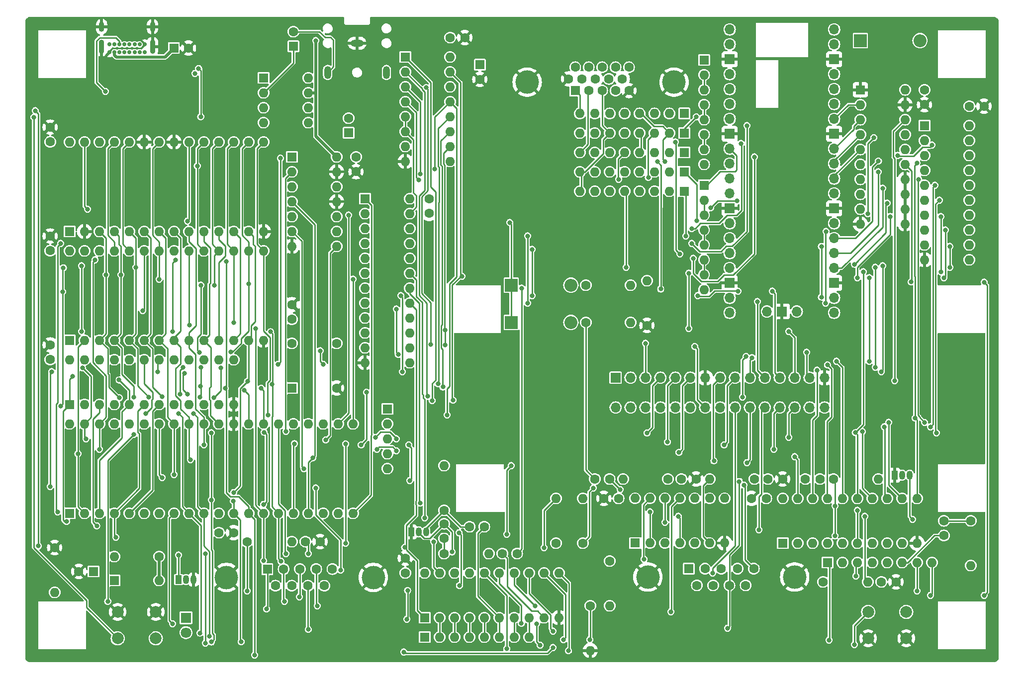
<source format=gbr>
%TF.GenerationSoftware,KiCad,Pcbnew,7.0.2-0*%
%TF.CreationDate,2024-12-21T14:01:23-08:00*%
%TF.ProjectId,CoPicoVision,436f5069-636f-4566-9973-696f6e2e6b69,0.2*%
%TF.SameCoordinates,Original*%
%TF.FileFunction,Copper,L4,Bot*%
%TF.FilePolarity,Positive*%
%FSLAX46Y46*%
G04 Gerber Fmt 4.6, Leading zero omitted, Abs format (unit mm)*
G04 Created by KiCad (PCBNEW 7.0.2-0) date 2024-12-21 14:01:23*
%MOMM*%
%LPD*%
G01*
G04 APERTURE LIST*
%TA.AperFunction,ComponentPad*%
%ADD10R,2.200000X2.200000*%
%TD*%
%TA.AperFunction,ComponentPad*%
%ADD11O,2.200000X2.200000*%
%TD*%
%TA.AperFunction,ComponentPad*%
%ADD12C,1.600000*%
%TD*%
%TA.AperFunction,ComponentPad*%
%ADD13O,1.700000X1.700000*%
%TD*%
%TA.AperFunction,ComponentPad*%
%ADD14R,1.700000X1.700000*%
%TD*%
%TA.AperFunction,ComponentPad*%
%ADD15O,1.600000X1.600000*%
%TD*%
%TA.AperFunction,ComponentPad*%
%ADD16R,1.050000X1.500000*%
%TD*%
%TA.AperFunction,ComponentPad*%
%ADD17O,1.050000X1.500000*%
%TD*%
%TA.AperFunction,ComponentPad*%
%ADD18R,1.600000X1.600000*%
%TD*%
%TA.AperFunction,ComponentPad*%
%ADD19C,2.000000*%
%TD*%
%TA.AperFunction,ComponentPad*%
%ADD20O,1.200000X2.200000*%
%TD*%
%TA.AperFunction,ComponentPad*%
%ADD21O,2.200000X1.200000*%
%TD*%
%TA.AperFunction,ComponentPad*%
%ADD22C,0.700000*%
%TD*%
%TA.AperFunction,ComponentPad*%
%ADD23O,0.900000X2.400000*%
%TD*%
%TA.AperFunction,ComponentPad*%
%ADD24O,0.900000X1.700000*%
%TD*%
%TA.AperFunction,ComponentPad*%
%ADD25C,4.000000*%
%TD*%
%TA.AperFunction,ComponentPad*%
%ADD26R,1.800000X1.800000*%
%TD*%
%TA.AperFunction,ComponentPad*%
%ADD27C,1.800000*%
%TD*%
%TA.AperFunction,ViaPad*%
%ADD28C,0.800000*%
%TD*%
%TA.AperFunction,Conductor*%
%ADD29C,0.500000*%
%TD*%
%TA.AperFunction,Conductor*%
%ADD30C,0.250000*%
%TD*%
G04 APERTURE END LIST*
D10*
%TO.P,D401,1,K*%
%TO.N,Net-(D401-K)*%
X123952000Y-83566000D03*
D11*
%TO.P,D401,2,A*%
%TO.N,Net-(D401-A)*%
X134112000Y-83566000D03*
%TD*%
D12*
%TO.P,C413,1*%
%TO.N,Net-(D402-A)*%
X138196000Y-116586000D03*
%TO.P,C413,2*%
%TO.N,/Controller Interface/C2_D7*%
X140696000Y-116586000D03*
%TD*%
D13*
%TO.P,U301,1,GPIO0*%
%TO.N,/Video/HSYNC*%
X161151000Y-40020000D03*
%TO.P,U301,2,GPIO1*%
%TO.N,/Video/VSYNC*%
X161151000Y-42560000D03*
D14*
%TO.P,U301,3,GND*%
%TO.N,GND*%
X161151000Y-45100000D03*
D13*
%TO.P,U301,4,GPIO2*%
%TO.N,/Video/R0*%
X161151000Y-47640000D03*
%TO.P,U301,5,GPIO3*%
%TO.N,/Video/R1*%
X161151000Y-50180000D03*
%TO.P,U301,6,GPIO4*%
%TO.N,/Video/R2*%
X161151000Y-52720000D03*
%TO.P,U301,7,GPIO5*%
%TO.N,/Video/R3*%
X161151000Y-55260000D03*
D14*
%TO.P,U301,8,GND*%
%TO.N,GND*%
X161151000Y-57800000D03*
D13*
%TO.P,U301,9,GPIO6*%
%TO.N,/Video/G0*%
X161151000Y-60340000D03*
%TO.P,U301,10,GPIO7*%
%TO.N,/Video/G1*%
X161151000Y-62880000D03*
%TO.P,U301,11,GPIO8*%
%TO.N,/Video/G2*%
X161151000Y-65420000D03*
%TO.P,U301,12,GPIO9*%
%TO.N,/Video/G3*%
X161151000Y-67960000D03*
D14*
%TO.P,U301,13,GND*%
%TO.N,GND*%
X161151000Y-70500000D03*
D13*
%TO.P,U301,14,GPIO10*%
%TO.N,/Video/B0*%
X161151000Y-73040000D03*
%TO.P,U301,15,GPIO11*%
%TO.N,/Video/B1*%
X161151000Y-75580000D03*
%TO.P,U301,16,GPIO12*%
%TO.N,/Video/B2*%
X161151000Y-78120000D03*
%TO.P,U301,17,GPIO13*%
%TO.N,/Video/B3*%
X161151000Y-80660000D03*
D14*
%TO.P,U301,18,GND*%
%TO.N,GND*%
X161151000Y-83200000D03*
D13*
%TO.P,U301,19,GPIO14*%
%TO.N,/Video/CD7_L*%
X161151000Y-85740000D03*
%TO.P,U301,20,GPIO15*%
%TO.N,/Video/CD6_L*%
X161151000Y-88280000D03*
%TO.P,U301,21,GPIO16*%
%TO.N,/Video/CD5_L*%
X178931000Y-88280000D03*
%TO.P,U301,22,GPIO17*%
%TO.N,/Video/CD4_L*%
X178931000Y-85740000D03*
D14*
%TO.P,U301,23,GND*%
%TO.N,GND*%
X178931000Y-83200000D03*
D13*
%TO.P,U301,24,GPIO18*%
%TO.N,/Video/CD3_L*%
X178931000Y-80660000D03*
%TO.P,U301,25,GPIO19*%
%TO.N,/Video/CD2_L*%
X178931000Y-78120000D03*
%TO.P,U301,26,GPIO20*%
%TO.N,/Video/CD1_L*%
X178931000Y-75580000D03*
%TO.P,U301,27,GPIO21*%
%TO.N,/Video/CD0_L*%
X178931000Y-73040000D03*
D14*
%TO.P,U301,28,GND*%
%TO.N,GND*%
X178931000Y-70500000D03*
D13*
%TO.P,U301,29,GPIO22*%
%TO.N,/Video/INT_L*%
X178931000Y-67960000D03*
%TO.P,U301,30,RUN*%
%TO.N,/Video/RUN_L*%
X178931000Y-65420000D03*
%TO.P,U301,31,GPIO26_ADC0*%
%TO.N,/Video/~{CSR_L}*%
X178931000Y-62880000D03*
%TO.P,U301,32,GPIO27_ADC1*%
%TO.N,/Video/~{CSW_L}*%
X178931000Y-60340000D03*
D14*
%TO.P,U301,33,AGND*%
%TO.N,GND*%
X178931000Y-57800000D03*
D13*
%TO.P,U301,34,GPIO28_ADC2*%
%TO.N,/Video/MODE_L*%
X178931000Y-55260000D03*
%TO.P,U301,35,ADC_VREF*%
%TO.N,unconnected-(U301-ADC_VREF-Pad35)*%
X178931000Y-52720000D03*
%TO.P,U301,36,3V3*%
%TO.N,+3V3*%
X178931000Y-50180000D03*
%TO.P,U301,37,3V3_EN*%
%TO.N,unconnected-(U301-3V3_EN-Pad37)*%
X178931000Y-47640000D03*
D14*
%TO.P,U301,38,GND*%
%TO.N,GND*%
X178931000Y-45100000D03*
D13*
%TO.P,U301,39,VSYS*%
%TO.N,Net-(D301-K)*%
X178931000Y-42560000D03*
%TO.P,U301,40,VBUS*%
%TO.N,unconnected-(U301-VBUS-Pad40)*%
X178931000Y-40020000D03*
%TO.P,U301,41,SWCLK*%
%TO.N,unconnected-(U301-SWCLK-Pad41)*%
X167501000Y-88050000D03*
D14*
%TO.P,U301,42,GND*%
%TO.N,GND*%
X170041000Y-88050000D03*
D13*
%TO.P,U301,43,SWDIO*%
%TO.N,unconnected-(U301-SWDIO-Pad43)*%
X172581000Y-88050000D03*
%TD*%
D12*
%TO.P,R104,1*%
%TO.N,Net-(D101-A)*%
X64008000Y-129794000D03*
D15*
%TO.P,R104,2*%
%TO.N,VCC*%
X56388000Y-129794000D03*
%TD*%
D12*
%TO.P,C202,1*%
%TO.N,VCC*%
X45466000Y-96246000D03*
%TO.P,C202,2*%
%TO.N,GND*%
X45466000Y-93746000D03*
%TD*%
D16*
%TO.P,Q402,1,E*%
%TO.N,GND*%
X189230000Y-115930000D03*
D17*
%TO.P,Q402,2,B*%
%TO.N,Net-(Q402-B)*%
X190500000Y-115930000D03*
%TO.P,Q402,3,C*%
%TO.N,Net-(Q402-C)*%
X191770000Y-115930000D03*
%TD*%
D18*
%TO.P,U302,1,A->B*%
%TO.N,GND*%
X183388000Y-50297000D03*
D15*
%TO.P,U302,2,A0*%
%TO.N,/Video/MODE_L*%
X183388000Y-52837000D03*
%TO.P,U302,3,A1*%
%TO.N,/Video/~{CSW_L}*%
X183388000Y-55377000D03*
%TO.P,U302,4,A2*%
%TO.N,/Video/~{CSR_L}*%
X183388000Y-57917000D03*
%TO.P,U302,5,A3*%
%TO.N,/Video/RUN_L*%
X183388000Y-60457000D03*
%TO.P,U302,6,A4*%
%TO.N,unconnected-(U302-A4-Pad6)*%
X183388000Y-62997000D03*
%TO.P,U302,7,A5*%
%TO.N,unconnected-(U302-A5-Pad7)*%
X183388000Y-65537000D03*
%TO.P,U302,8,A6*%
%TO.N,unconnected-(U302-A6-Pad8)*%
X183388000Y-68077000D03*
%TO.P,U302,9,A7*%
%TO.N,unconnected-(U302-A7-Pad9)*%
X183388000Y-70617000D03*
%TO.P,U302,10,GND*%
%TO.N,GND*%
X183388000Y-73157000D03*
%TO.P,U302,11,B7*%
X191008000Y-73157000D03*
%TO.P,U302,12,B6*%
X191008000Y-70617000D03*
%TO.P,U302,13,B5*%
X191008000Y-68077000D03*
%TO.P,U302,14,B4*%
X191008000Y-65537000D03*
%TO.P,U302,15,B3*%
%TO.N,~{RESET}*%
X191008000Y-62997000D03*
%TO.P,U302,16,B2*%
%TO.N,~{VDPRSEL}*%
X191008000Y-60457000D03*
%TO.P,U302,17,B1*%
%TO.N,~{VDPWSEL}*%
X191008000Y-57917000D03*
%TO.P,U302,18,B0*%
%TO.N,A0*%
X191008000Y-55377000D03*
%TO.P,U302,19,CE*%
%TO.N,GND*%
X191008000Y-52837000D03*
%TO.P,U302,20,VCC*%
%TO.N,+3V3*%
X191008000Y-50297000D03*
%TD*%
D19*
%TO.P,SW102,1,1*%
%TO.N,GND*%
X56948000Y-139228000D03*
X63448000Y-139228000D03*
%TO.P,SW102,2,2*%
%TO.N,Net-(U105-IN)*%
X56948000Y-143728000D03*
X63448000Y-143728000D03*
%TD*%
D12*
%TO.P,C302,1*%
%TO.N,+3V3*%
X201950000Y-53086000D03*
%TO.P,C302,2*%
%TO.N,GND*%
X204450000Y-53086000D03*
%TD*%
D18*
%TO.P,U103,1*%
%TO.N,Net-(U202-IO2)*%
X86614000Y-61717000D03*
D15*
%TO.P,U103,2*%
%TO.N,~{WAIT}*%
X86614000Y-64257000D03*
%TO.P,U103,3*%
%TO.N,/Video/INT_L*%
X86614000Y-66797000D03*
%TO.P,U103,4*%
%TO.N,~{NMI}*%
X86614000Y-69337000D03*
%TO.P,U103,5*%
%TO.N,A1*%
X86614000Y-71877000D03*
%TO.P,U103,6*%
%TO.N,Net-(RN101D-R4.2)*%
X86614000Y-74417000D03*
%TO.P,U103,7,GND*%
%TO.N,GND*%
X86614000Y-76957000D03*
%TO.P,U103,8*%
%TO.N,~{INT}*%
X94234000Y-76957000D03*
%TO.P,U103,9*%
%TO.N,Net-(D401-K)*%
X94234000Y-74417000D03*
%TO.P,U103,10*%
%TO.N,unconnected-(U103-Pad10)*%
X94234000Y-71877000D03*
%TO.P,U103,11*%
%TO.N,GND*%
X94234000Y-69337000D03*
%TO.P,U103,12*%
%TO.N,unconnected-(U103-Pad12)*%
X94234000Y-66797000D03*
%TO.P,U103,13*%
%TO.N,GND*%
X94234000Y-64257000D03*
%TO.P,U103,14,VCC*%
%TO.N,VCC*%
X94234000Y-61717000D03*
%TD*%
D18*
%TO.P,D101,1,K*%
%TO.N,VCC*%
X56388000Y-133858000D03*
D15*
%TO.P,D101,2,A*%
%TO.N,Net-(D101-A)*%
X64008000Y-133858000D03*
%TD*%
D18*
%TO.P,RN101,1,R1*%
%TO.N,VCC*%
X102870000Y-104648000D03*
D15*
%TO.P,RN101,2,R1.2*%
%TO.N,~{WAIT}*%
X102870000Y-107188000D03*
%TO.P,RN101,3,R2.2*%
%TO.N,~{INT}*%
X102870000Y-109728000D03*
%TO.P,RN101,4,R3.2*%
%TO.N,~{NMI}*%
X102870000Y-112268000D03*
%TO.P,RN101,5,R4.2*%
%TO.N,Net-(RN101D-R4.2)*%
X102870000Y-114808000D03*
%TD*%
D12*
%TO.P,R411,1*%
%TO.N,/Controller Interface/C2_D7*%
X178816000Y-116586000D03*
D15*
%TO.P,R411,2*%
%TO.N,Net-(Q402-B)*%
X186436000Y-116586000D03*
%TD*%
D18*
%TO.P,C503,1*%
%TO.N,Net-(C503-Pad1)*%
X96266000Y-57618000D03*
D12*
%TO.P,C503,2*%
%TO.N,Net-(U502-+)*%
X96266000Y-55118000D03*
%TD*%
D18*
%TO.P,U401,1,G1*%
%TO.N,~{CRSEL}*%
X109220000Y-140208000D03*
D15*
%TO.P,U401,2,A0*%
%TO.N,/Controller Interface/C1_1*%
X111760000Y-140208000D03*
%TO.P,U401,3,A1*%
%TO.N,/Controller Interface/C1_4*%
X114300000Y-140208000D03*
%TO.P,U401,4,A2*%
%TO.N,/Controller Interface/C1_2*%
X116840000Y-140208000D03*
%TO.P,U401,5,A3*%
%TO.N,/Controller Interface/C1_3*%
X119380000Y-140208000D03*
%TO.P,U401,6,A4*%
%TO.N,/Controller Interface/C1_D4*%
X121920000Y-140208000D03*
%TO.P,U401,7,A5*%
%TO.N,/Controller Interface/C1_7*%
X124460000Y-140208000D03*
%TO.P,U401,8,A6*%
%TO.N,/Controller Interface/C1_6*%
X127000000Y-140208000D03*
%TO.P,U401,9,A7*%
%TO.N,/Controller Interface/C1_D7*%
X129540000Y-140208000D03*
%TO.P,U401,10,GND*%
%TO.N,GND*%
X132080000Y-140208000D03*
%TO.P,U401,11,Y7*%
%TO.N,D7*%
X132080000Y-132588000D03*
%TO.P,U401,12,Y6*%
%TO.N,D6*%
X129540000Y-132588000D03*
%TO.P,U401,13,Y5*%
%TO.N,D5*%
X127000000Y-132588000D03*
%TO.P,U401,14,Y4*%
%TO.N,D4*%
X124460000Y-132588000D03*
%TO.P,U401,15,Y3*%
%TO.N,D3*%
X121920000Y-132588000D03*
%TO.P,U401,16,Y2*%
%TO.N,D2*%
X119380000Y-132588000D03*
%TO.P,U401,17,Y1*%
%TO.N,D1*%
X116840000Y-132588000D03*
%TO.P,U401,18,Y0*%
%TO.N,D0*%
X114300000Y-132588000D03*
%TO.P,U401,19,G2*%
%TO.N,A1*%
X111760000Y-132588000D03*
%TO.P,U401,20,VCC*%
%TO.N,VCC*%
X109220000Y-132588000D03*
%TD*%
D18*
%TO.P,RN306,1,R1.1*%
%TO.N,/Video/G1*%
X153416000Y-60960000D03*
D15*
%TO.P,RN306,2,R1.2*%
%TO.N,Net-(RN306-R1.2)*%
X150876000Y-60960000D03*
%TO.P,RN306,3,R2.1*%
X148336000Y-60960000D03*
%TO.P,RN306,4,R2.2*%
%TO.N,/Video/VGA_G*%
X145796000Y-60960000D03*
%TO.P,RN306,5,R3.1*%
%TO.N,/Video/G3*%
X143256000Y-60960000D03*
%TO.P,RN306,6,R3.2*%
%TO.N,/Video/VGA_G*%
X140716000Y-60960000D03*
%TO.P,RN306,7,R4.1*%
%TO.N,/Video/G3*%
X138176000Y-60960000D03*
%TO.P,RN306,8,R4.2*%
%TO.N,/Video/VGA_G*%
X135636000Y-60960000D03*
%TD*%
D12*
%TO.P,R406,1*%
%TO.N,/Controller Interface/~{NESW_EN}*%
X165354000Y-116586000D03*
D15*
%TO.P,R406,2*%
%TO.N,Net-(R404-Pad1)*%
X157734000Y-116586000D03*
%TD*%
D12*
%TO.P,C201,1*%
%TO.N,VCC*%
X109982000Y-68854000D03*
%TO.P,C201,2*%
%TO.N,GND*%
X109982000Y-71354000D03*
%TD*%
D18*
%TO.P,U403,1*%
%TO.N,Net-(R404-Pad1)*%
X145034000Y-127498000D03*
D15*
%TO.P,U403,2*%
%TO.N,~{C1WSEL}*%
X147574000Y-127498000D03*
%TO.P,U403,3*%
%TO.N,Net-(R403-Pad1)*%
X150114000Y-127498000D03*
%TO.P,U403,4*%
%TO.N,~{C2WSEL}*%
X152654000Y-127498000D03*
%TO.P,U403,5*%
%TO.N,Net-(R403-Pad1)*%
X155194000Y-127498000D03*
%TO.P,U403,6*%
%TO.N,Net-(R404-Pad1)*%
X157734000Y-127498000D03*
%TO.P,U403,7,GND*%
%TO.N,GND*%
X160274000Y-127498000D03*
%TO.P,U403,8*%
%TO.N,/Controller Interface/C2_D7*%
X160274000Y-119878000D03*
%TO.P,U403,9*%
%TO.N,/Controller Interface/C2_D4*%
X157734000Y-119878000D03*
%TO.P,U403,10*%
%TO.N,Net-(C409-Pad1)*%
X155194000Y-119878000D03*
%TO.P,U403,11*%
%TO.N,/Controller Interface/C1_D7*%
X152654000Y-119878000D03*
%TO.P,U403,12*%
%TO.N,/Controller Interface/C1_D4*%
X150114000Y-119878000D03*
%TO.P,U403,13*%
%TO.N,Net-(C406-Pad1)*%
X147574000Y-119878000D03*
%TO.P,U403,14,VCC*%
%TO.N,VCC*%
X145034000Y-119878000D03*
%TD*%
D18*
%TO.P,RN401,1,common*%
%TO.N,/Controller Interface/2V5*%
X109220000Y-143510000D03*
D15*
%TO.P,RN401,2,R1*%
%TO.N,/Controller Interface/C1_1*%
X111760000Y-143510000D03*
%TO.P,RN401,3,R2*%
%TO.N,/Controller Interface/C1_4*%
X114300000Y-143510000D03*
%TO.P,RN401,4,R3*%
%TO.N,/Controller Interface/C1_2*%
X116840000Y-143510000D03*
%TO.P,RN401,5,R4*%
%TO.N,/Controller Interface/C1_3*%
X119380000Y-143510000D03*
%TO.P,RN401,6,R5*%
%TO.N,/Controller Interface/C1_D4*%
X121920000Y-143510000D03*
%TO.P,RN401,7,R6*%
%TO.N,/Controller Interface/C1_7*%
X124460000Y-143510000D03*
%TO.P,RN401,8,R7*%
%TO.N,/Controller Interface/C1_6*%
X127000000Y-143510000D03*
%TD*%
D12*
%TO.P,C412,1*%
%TO.N,/Controller Interface/C1_D7*%
X122448000Y-129286000D03*
%TO.P,C412,2*%
%TO.N,Net-(D401-A)*%
X124948000Y-129286000D03*
%TD*%
D18*
%TO.P,RN301,1,R1.1*%
%TO.N,/Video/R2*%
X153416000Y-57658000D03*
D15*
%TO.P,RN301,2,R1.2*%
%TO.N,/Video/VGA_R*%
X150876000Y-57658000D03*
%TO.P,RN301,3,R2.1*%
%TO.N,/Video/G2*%
X148336000Y-57658000D03*
%TO.P,RN301,4,R2.2*%
%TO.N,/Video/VGA_G*%
X145796000Y-57658000D03*
%TO.P,RN301,5,R3.1*%
%TO.N,/Video/B2*%
X143256000Y-57658000D03*
%TO.P,RN301,6,R3.2*%
%TO.N,/Video/VGA_B*%
X140716000Y-57658000D03*
%TO.P,RN301,7,R4.1*%
%TO.N,unconnected-(RN301-R4.1-Pad7)*%
X138176000Y-57658000D03*
%TO.P,RN301,8,R4.2*%
%TO.N,unconnected-(RN301-R4.2-Pad8)*%
X135636000Y-57658000D03*
%TD*%
D14*
%TO.P,J102,1,Pin_1*%
%TO.N,D2*%
X141732000Y-99330000D03*
D13*
%TO.P,J102,2,Pin_2*%
%TO.N,~{CRTCSEL}*%
X141732000Y-104410000D03*
%TO.P,J102,3,Pin_3*%
%TO.N,D1*%
X144272000Y-99330000D03*
%TO.P,J102,4,Pin_4*%
%TO.N,D3*%
X144272000Y-104410000D03*
%TO.P,J102,5,Pin_5*%
%TO.N,D0*%
X146812000Y-99330000D03*
%TO.P,J102,6,Pin_6*%
%TO.N,D4*%
X146812000Y-104410000D03*
%TO.P,J102,7,Pin_7*%
%TO.N,A0*%
X149352000Y-99330000D03*
%TO.P,J102,8,Pin_8*%
%TO.N,D5*%
X149352000Y-104410000D03*
%TO.P,J102,9,Pin_9*%
%TO.N,A1*%
X151892000Y-99330000D03*
%TO.P,J102,10,Pin_10*%
%TO.N,D6*%
X151892000Y-104410000D03*
%TO.P,J102,11,Pin_11*%
%TO.N,A2*%
X154432000Y-99330000D03*
%TO.P,J102,12,Pin_12*%
%TO.N,D7*%
X154432000Y-104410000D03*
%TO.P,J102,13,Pin_13*%
%TO.N,GND*%
X156972000Y-99330000D03*
%TO.P,J102,14,Pin_14*%
%TO.N,A11*%
X156972000Y-104410000D03*
%TO.P,J102,15,Pin_15*%
%TO.N,A3*%
X159512000Y-99330000D03*
%TO.P,J102,16,Pin_16*%
%TO.N,A10*%
X159512000Y-104410000D03*
%TO.P,J102,17,Pin_17*%
%TO.N,A4*%
X162052000Y-99330000D03*
%TO.P,J102,18,Pin_18*%
%TO.N,~{CRT8SEL}*%
X162052000Y-104410000D03*
%TO.P,J102,19,Pin_19*%
%TO.N,A13*%
X164592000Y-99330000D03*
%TO.P,J102,20,Pin_20*%
%TO.N,A14*%
X164592000Y-104410000D03*
%TO.P,J102,21,Pin_21*%
%TO.N,A5*%
X167132000Y-99330000D03*
%TO.P,J102,22,Pin_22*%
%TO.N,~{CRTASEL}*%
X167132000Y-104410000D03*
%TO.P,J102,23,Pin_23*%
%TO.N,A6*%
X169672000Y-99330000D03*
%TO.P,J102,24,Pin_24*%
%TO.N,A12*%
X169672000Y-104410000D03*
%TO.P,J102,25,Pin_25*%
%TO.N,A7*%
X172212000Y-99330000D03*
%TO.P,J102,26,Pin_26*%
%TO.N,A9*%
X172212000Y-104410000D03*
%TO.P,J102,27,Pin_27*%
%TO.N,~{CRTESEL}*%
X174752000Y-99330000D03*
%TO.P,J102,28,Pin_28*%
%TO.N,A8*%
X174752000Y-104410000D03*
%TO.P,J102,29,Pin_29*%
%TO.N,GND*%
X177292000Y-99330000D03*
%TO.P,J102,30,Pin_30*%
%TO.N,VCC*%
X177292000Y-104410000D03*
%TD*%
D12*
%TO.P,C403,1*%
%TO.N,VCC*%
X142220000Y-119888000D03*
%TO.P,C403,2*%
%TO.N,GND*%
X139720000Y-119888000D03*
%TD*%
%TO.P,C203,1*%
%TO.N,VCC*%
X45466000Y-77704000D03*
%TO.P,C203,2*%
%TO.N,GND*%
X45466000Y-75204000D03*
%TD*%
%TO.P,R401,1*%
%TO.N,VCC*%
X140716000Y-130556000D03*
D15*
%TO.P,R401,2*%
%TO.N,/Controller Interface/2V5*%
X140716000Y-138176000D03*
%TD*%
D20*
%TO.P,J501,R*%
%TO.N,Net-(C504-Pad2)*%
X102710000Y-47352600D03*
D21*
%TO.P,J501,S*%
%TO.N,GND*%
X97710000Y-42352600D03*
D20*
%TO.P,J501,T*%
%TO.N,Net-(C504-Pad2)*%
X92710000Y-47352600D03*
%TD*%
D12*
%TO.P,C301,1*%
%TO.N,+3V3*%
X194310000Y-50312000D03*
%TO.P,C301,2*%
%TO.N,GND*%
X194310000Y-52812000D03*
%TD*%
D22*
%TO.P,J101,A1*%
%TO.N,N/C*%
X61527500Y-43903000D03*
%TO.P,J101,A4*%
X60677500Y-43903000D03*
%TO.P,J101,A5,CC1*%
%TO.N,Net-(J101-CC1)*%
X59827500Y-43903000D03*
%TO.P,J101,A6*%
%TO.N,N/C*%
X58977500Y-43903000D03*
%TO.P,J101,A7*%
X58127500Y-43903000D03*
%TO.P,J101,A8*%
X57277500Y-43903000D03*
%TO.P,J101,A9,VBUS*%
%TO.N,/VBUS*%
X56427500Y-43903000D03*
%TO.P,J101,A12,GND*%
%TO.N,GND*%
X55577500Y-43903000D03*
%TO.P,J101,B1*%
%TO.N,N/C*%
X55577500Y-42553000D03*
%TO.P,J101,B4*%
X56427500Y-42553000D03*
%TO.P,J101,B5,CC2*%
%TO.N,Net-(J101-CC2)*%
X57277500Y-42553000D03*
%TO.P,J101,B6*%
%TO.N,N/C*%
X58127500Y-42553000D03*
%TO.P,J101,B7*%
X58977500Y-42553000D03*
%TO.P,J101,B8*%
X59827500Y-42553000D03*
%TO.P,J101,B9,VBUS*%
%TO.N,/VBUS*%
X60677500Y-42553000D03*
%TO.P,J101,B12,GND*%
%TO.N,GND*%
X61527500Y-42553000D03*
D23*
%TO.P,J101,S1,SHIELD*%
X62877500Y-42923000D03*
D24*
X62877500Y-39543000D03*
D23*
X54227500Y-42923000D03*
D24*
X54227500Y-39543000D03*
%TD*%
D12*
%TO.P,R409,1*%
%TO.N,Net-(Q401-C)*%
X112522000Y-121920000D03*
D15*
%TO.P,R409,2*%
%TO.N,VCC*%
X112522000Y-114300000D03*
%TD*%
D12*
%TO.P,R403,1*%
%TO.N,Net-(R403-Pad1)*%
X136144000Y-127508000D03*
D15*
%TO.P,R403,2*%
%TO.N,-5V*%
X136144000Y-119888000D03*
%TD*%
D12*
%TO.P,C204,1*%
%TO.N,VCC*%
X45466000Y-59162000D03*
%TO.P,C204,2*%
%TO.N,GND*%
X45466000Y-56662000D03*
%TD*%
%TO.P,R105,1*%
%TO.N,GND*%
X46228000Y-128270000D03*
D15*
%TO.P,R105,2*%
%TO.N,Net-(D103-K)*%
X46228000Y-135890000D03*
%TD*%
D18*
%TO.P,RN402,1,common*%
%TO.N,/Controller Interface/2V5*%
X177800000Y-130810000D03*
D15*
%TO.P,RN402,2,R1*%
%TO.N,/Controller Interface/C2_1*%
X180340000Y-130810000D03*
%TO.P,RN402,3,R2*%
%TO.N,/Controller Interface/C2_4*%
X182880000Y-130810000D03*
%TO.P,RN402,4,R3*%
%TO.N,/Controller Interface/C2_2*%
X185420000Y-130810000D03*
%TO.P,RN402,5,R4*%
%TO.N,/Controller Interface/C2_3*%
X187960000Y-130810000D03*
%TO.P,RN402,6,R5*%
%TO.N,/Controller Interface/C2_D4*%
X190500000Y-130810000D03*
%TO.P,RN402,7,R6*%
%TO.N,/Controller Interface/C2_7*%
X193040000Y-130810000D03*
%TO.P,RN402,8,R7*%
%TO.N,/Controller Interface/C2_6*%
X195580000Y-130810000D03*
%TD*%
D18*
%TO.P,U501,1,D2*%
%TO.N,D5*%
X105918000Y-44704000D03*
D15*
%TO.P,U501,2,D1*%
%TO.N,D6*%
X105918000Y-47244000D03*
%TO.P,U501,3,D0*%
%TO.N,D7*%
X105918000Y-49784000D03*
%TO.P,U501,4,READY*%
%TO.N,~{WAIT}*%
X105918000Y-52324000D03*
%TO.P,U501,5,~{WE}*%
%TO.N,~{SNWSEL}*%
X105918000Y-54864000D03*
%TO.P,U501,6,~{OE}*%
X105918000Y-57404000D03*
%TO.P,U501,7,AUDIO_OUT*%
%TO.N,Net-(U501-AUDIO_OUT)*%
X105918000Y-59944000D03*
%TO.P,U501,8,GND*%
%TO.N,GND*%
X105918000Y-62484000D03*
%TO.P,U501,9,NC*%
%TO.N,unconnected-(U501-NC-Pad9)*%
X113538000Y-62484000D03*
%TO.P,U501,10,D7*%
%TO.N,D0*%
X113538000Y-59944000D03*
%TO.P,U501,11,D6*%
%TO.N,D1*%
X113538000Y-57404000D03*
%TO.P,U501,12,D5*%
%TO.N,D2*%
X113538000Y-54864000D03*
%TO.P,U501,13,D4*%
%TO.N,D3*%
X113538000Y-52324000D03*
%TO.P,U501,14,CLK*%
%TO.N,CPUCLK*%
X113538000Y-49784000D03*
%TO.P,U501,15,D3*%
%TO.N,D4*%
X113538000Y-47244000D03*
%TO.P,U501,16,Vcc*%
%TO.N,VCC*%
X113538000Y-44704000D03*
%TD*%
D25*
%TO.P,J301,0*%
%TO.N,GND*%
X151663600Y-48999000D03*
X126663600Y-48999000D03*
D18*
%TO.P,J301,1*%
%TO.N,/Video/VGA_R*%
X134848600Y-50419000D03*
D12*
%TO.P,J301,2*%
%TO.N,/Video/VGA_G*%
X137138600Y-50419000D03*
%TO.P,J301,3*%
%TO.N,/Video/VGA_B*%
X139428600Y-50419000D03*
%TO.P,J301,4*%
%TO.N,unconnected-(J301-Pad4)*%
X141718600Y-50419000D03*
%TO.P,J301,5*%
%TO.N,GND*%
X144008600Y-50419000D03*
%TO.P,J301,6*%
X133703600Y-48439000D03*
%TO.P,J301,7*%
X135993600Y-48439000D03*
%TO.P,J301,8*%
X138283600Y-48439000D03*
%TO.P,J301,9*%
%TO.N,unconnected-(J301-Pad9)*%
X140573600Y-48439000D03*
%TO.P,J301,10*%
%TO.N,GND*%
X142863600Y-48439000D03*
%TO.P,J301,11*%
%TO.N,unconnected-(J301-Pad11)*%
X134848600Y-46459000D03*
%TO.P,J301,12*%
%TO.N,unconnected-(J301-Pad12)*%
X137138600Y-46459000D03*
%TO.P,J301,13*%
%TO.N,/Video/HSYNC*%
X139428600Y-46459000D03*
%TO.P,J301,14*%
%TO.N,/Video/VSYNC*%
X141718600Y-46459000D03*
%TO.P,J301,15*%
%TO.N,unconnected-(J301-Pad15)*%
X144008600Y-46459000D03*
%TD*%
D16*
%TO.P,U102,1,~{RST}*%
%TO.N,~{RESET}*%
X67310000Y-133710000D03*
D17*
%TO.P,U102,2,Vcc*%
%TO.N,Net-(D101-A)*%
X68580000Y-133710000D03*
%TO.P,U102,3,GND*%
%TO.N,GND*%
X69850000Y-133710000D03*
%TD*%
D10*
%TO.P,D301,1,K*%
%TO.N,Net-(D301-K)*%
X183388000Y-41910000D03*
D11*
%TO.P,D301,2,A*%
%TO.N,VCC*%
X193548000Y-41910000D03*
%TD*%
D12*
%TO.P,R414,1*%
%TO.N,Net-(D401-A)*%
X136652000Y-83566000D03*
D15*
%TO.P,R414,2*%
%TO.N,VCC*%
X144272000Y-83566000D03*
%TD*%
D12*
%TO.P,R415,1*%
%TO.N,Net-(D402-A)*%
X136652000Y-89916000D03*
D15*
%TO.P,R415,2*%
%TO.N,VCC*%
X144272000Y-89916000D03*
%TD*%
D18*
%TO.P,C504,1*%
%TO.N,Net-(U502--)*%
X86868000Y-42886000D03*
D12*
%TO.P,C504,2*%
%TO.N,Net-(C504-Pad2)*%
X86868000Y-40386000D03*
%TD*%
D18*
%TO.P,U204,1*%
%TO.N,N/C*%
X48768000Y-74422000D03*
D15*
%TO.P,U204,2,A12*%
%TO.N,GND*%
X51308000Y-74422000D03*
%TO.P,U204,3,A7*%
%TO.N,A7*%
X53848000Y-74422000D03*
%TO.P,U204,4,A6*%
%TO.N,A6*%
X56388000Y-74422000D03*
%TO.P,U204,5,A5*%
%TO.N,A5*%
X58928000Y-74422000D03*
%TO.P,U204,6,A4*%
%TO.N,A4*%
X61468000Y-74422000D03*
%TO.P,U204,7,A3*%
%TO.N,A3*%
X64008000Y-74422000D03*
%TO.P,U204,8,A2*%
%TO.N,A2*%
X66548000Y-74422000D03*
%TO.P,U204,9,A1*%
%TO.N,A1*%
X69088000Y-74422000D03*
%TO.P,U204,10,A0*%
%TO.N,A0*%
X71628000Y-74422000D03*
%TO.P,U204,11,DQ0*%
%TO.N,D0*%
X74168000Y-74422000D03*
%TO.P,U204,12,DQ1*%
%TO.N,D1*%
X76708000Y-74422000D03*
%TO.P,U204,13,DQ2*%
%TO.N,D2*%
X79248000Y-74422000D03*
%TO.P,U204,14,VSS*%
%TO.N,GND*%
X81788000Y-74422000D03*
%TO.P,U204,15,DQ3*%
%TO.N,D3*%
X81788000Y-59182000D03*
%TO.P,U204,16,DQ4*%
%TO.N,D4*%
X79248000Y-59182000D03*
%TO.P,U204,17,DQ5*%
%TO.N,D5*%
X76708000Y-59182000D03*
%TO.P,U204,18,DQ6*%
%TO.N,D6*%
X74168000Y-59182000D03*
%TO.P,U204,19,DQ7*%
%TO.N,D7*%
X71628000Y-59182000D03*
%TO.P,U204,20,CE#*%
%TO.N,~{RAMSEL}*%
X69088000Y-59182000D03*
%TO.P,U204,21,A10*%
%TO.N,GND*%
X66548000Y-59182000D03*
%TO.P,U204,22,OE#*%
%TO.N,~{RD}*%
X64008000Y-59182000D03*
%TO.P,U204,23,A11*%
%TO.N,GND*%
X61468000Y-59182000D03*
%TO.P,U204,24,A9*%
%TO.N,A9*%
X58928000Y-59182000D03*
%TO.P,U204,25,A8*%
%TO.N,A8*%
X56388000Y-59182000D03*
%TO.P,U204,26,CE2*%
%TO.N,VCC*%
X53848000Y-59182000D03*
%TO.P,U204,27,WE#*%
%TO.N,~{WR}*%
X51308000Y-59182000D03*
%TO.P,U204,28,VCC*%
%TO.N,VCC*%
X48768000Y-59182000D03*
%TD*%
D18*
%TO.P,U202,1,I1/CLK*%
%TO.N,CPUCLK*%
X48768000Y-103886000D03*
D15*
%TO.P,U202,2,I2*%
%TO.N,~{M1}*%
X51308000Y-103886000D03*
%TO.P,U202,3,I3*%
%TO.N,~{MREQ}*%
X53848000Y-103886000D03*
%TO.P,U202,4,I4*%
%TO.N,~{RFSH}*%
X56388000Y-103886000D03*
%TO.P,U202,5,I5*%
%TO.N,A13*%
X58928000Y-103886000D03*
%TO.P,U202,6,I6*%
%TO.N,A14*%
X61468000Y-103886000D03*
%TO.P,U202,7,I7*%
%TO.N,A15*%
X64008000Y-103886000D03*
%TO.P,U202,8,I8*%
%TO.N,unconnected-(U202-I8-Pad8)*%
X66548000Y-103886000D03*
%TO.P,U202,9,I9*%
%TO.N,unconnected-(U202-I9-Pad9)*%
X69088000Y-103886000D03*
%TO.P,U202,10,I10*%
%TO.N,unconnected-(U202-I10-Pad10)*%
X71628000Y-103886000D03*
%TO.P,U202,11,I11*%
%TO.N,unconnected-(U202-I11-Pad11)*%
X74168000Y-103886000D03*
%TO.P,U202,12,GND*%
%TO.N,GND*%
X76708000Y-103886000D03*
%TO.P,U202,13,I12*%
%TO.N,unconnected-(U202-I12-Pad13)*%
X76708000Y-96266000D03*
%TO.P,U202,14,IO1*%
%TO.N,unconnected-(U202-IO1-Pad14)*%
X74168000Y-96266000D03*
%TO.P,U202,15,IO2*%
%TO.N,Net-(U202-IO2)*%
X71628000Y-96266000D03*
%TO.P,U202,16,IO3*%
%TO.N,~{CRTESEL}*%
X69088000Y-96266000D03*
%TO.P,U202,17,IO4*%
%TO.N,~{CRTCSEL}*%
X66548000Y-96266000D03*
%TO.P,U202,18,IO5*%
%TO.N,~{CRTASEL}*%
X64008000Y-96266000D03*
%TO.P,U202,19,IO6*%
%TO.N,~{CRT8SEL}*%
X61468000Y-96266000D03*
%TO.P,U202,20,IO7*%
%TO.N,~{RAMSEL}*%
X58928000Y-96266000D03*
%TO.P,U202,21,IO8*%
%TO.N,unconnected-(U202-IO8-Pad21)*%
X56388000Y-96266000D03*
%TO.P,U202,22,IO9*%
%TO.N,unconnected-(U202-IO9-Pad22)*%
X53848000Y-96266000D03*
%TO.P,U202,23,IO10*%
%TO.N,~{ROMSEL}*%
X51308000Y-96266000D03*
%TO.P,U202,24,VCC*%
%TO.N,VCC*%
X48768000Y-96266000D03*
%TD*%
D16*
%TO.P,Q401,1,E*%
%TO.N,GND*%
X106934000Y-125582000D03*
D17*
%TO.P,Q401,2,B*%
%TO.N,Net-(Q401-B)*%
X108204000Y-125582000D03*
%TO.P,Q401,3,C*%
%TO.N,Net-(Q401-C)*%
X109474000Y-125582000D03*
%TD*%
D12*
%TO.P,C401,1*%
%TO.N,VCC*%
X105918000Y-132588000D03*
%TO.P,C401,2*%
%TO.N,GND*%
X105918000Y-130088000D03*
%TD*%
D18*
%TO.P,U101,1,A11*%
%TO.N,A11*%
X48768000Y-122428000D03*
D15*
%TO.P,U101,2,A12*%
%TO.N,A12*%
X51308000Y-122428000D03*
%TO.P,U101,3,A13*%
%TO.N,A13*%
X53848000Y-122428000D03*
%TO.P,U101,4,A14*%
%TO.N,A14*%
X56388000Y-122428000D03*
%TO.P,U101,5,A15*%
%TO.N,A15*%
X58928000Y-122428000D03*
%TO.P,U101,6,~{CLK}*%
%TO.N,CPUCLK*%
X61468000Y-122428000D03*
%TO.P,U101,7,D4*%
%TO.N,D4*%
X64008000Y-122428000D03*
%TO.P,U101,8,D3*%
%TO.N,D3*%
X66548000Y-122428000D03*
%TO.P,U101,9,D5*%
%TO.N,D5*%
X69088000Y-122428000D03*
%TO.P,U101,10,D6*%
%TO.N,D6*%
X71628000Y-122428000D03*
%TO.P,U101,11,VCC*%
%TO.N,VCC*%
X74168000Y-122428000D03*
%TO.P,U101,12,D2*%
%TO.N,D2*%
X76708000Y-122428000D03*
%TO.P,U101,13,D7*%
%TO.N,D7*%
X79248000Y-122428000D03*
%TO.P,U101,14,D0*%
%TO.N,D0*%
X81788000Y-122428000D03*
%TO.P,U101,15,D1*%
%TO.N,D1*%
X84328000Y-122428000D03*
%TO.P,U101,16,~{INT}*%
%TO.N,~{INT}*%
X86868000Y-122428000D03*
%TO.P,U101,17,~{NMI}*%
%TO.N,~{NMI}*%
X89408000Y-122428000D03*
%TO.P,U101,18,~{HALT}*%
%TO.N,unconnected-(U101-~{HALT}-Pad18)*%
X91948000Y-122428000D03*
%TO.P,U101,19,~{MREQ}*%
%TO.N,~{MREQ}*%
X94488000Y-122428000D03*
%TO.P,U101,20,~{IORQ}*%
%TO.N,~{IORQ}*%
X97028000Y-122428000D03*
%TO.P,U101,21,~{RD}*%
%TO.N,~{RD}*%
X97028000Y-107188000D03*
%TO.P,U101,22,~{WR}*%
%TO.N,~{WR}*%
X94488000Y-107188000D03*
%TO.P,U101,23,~{BUSACK}*%
%TO.N,unconnected-(U101-~{BUSACK}-Pad23)*%
X91948000Y-107188000D03*
%TO.P,U101,24,~{WAIT}*%
%TO.N,~{WAIT}*%
X89408000Y-107188000D03*
%TO.P,U101,25,~{BUSRQ}*%
%TO.N,VCC*%
X86868000Y-107188000D03*
%TO.P,U101,26,~{RESET}*%
%TO.N,~{RESET}*%
X84328000Y-107188000D03*
%TO.P,U101,27,~{M1}*%
%TO.N,~{M1}*%
X81788000Y-107188000D03*
%TO.P,U101,28,~{RFSH}*%
%TO.N,~{RFSH}*%
X79248000Y-107188000D03*
%TO.P,U101,29,GND*%
%TO.N,GND*%
X76708000Y-107188000D03*
%TO.P,U101,30,A0*%
%TO.N,A0*%
X74168000Y-107188000D03*
%TO.P,U101,31,A1*%
%TO.N,A1*%
X71628000Y-107188000D03*
%TO.P,U101,32,A2*%
%TO.N,A2*%
X69088000Y-107188000D03*
%TO.P,U101,33,A3*%
%TO.N,A3*%
X66548000Y-107188000D03*
%TO.P,U101,34,A4*%
%TO.N,A4*%
X64008000Y-107188000D03*
%TO.P,U101,35,A5*%
%TO.N,A5*%
X61468000Y-107188000D03*
%TO.P,U101,36,A6*%
%TO.N,A6*%
X58928000Y-107188000D03*
%TO.P,U101,37,A7*%
%TO.N,A7*%
X56388000Y-107188000D03*
%TO.P,U101,38,A8*%
%TO.N,A8*%
X53848000Y-107188000D03*
%TO.P,U101,39,A9*%
%TO.N,A9*%
X51308000Y-107188000D03*
%TO.P,U101,40,A10*%
%TO.N,A10*%
X48768000Y-107188000D03*
%TD*%
D18*
%TO.P,C502,1*%
%TO.N,VCC*%
X118618000Y-46014000D03*
D12*
%TO.P,C502,2*%
%TO.N,GND*%
X118618000Y-48514000D03*
%TD*%
D10*
%TO.P,D402,1,K*%
%TO.N,Net-(D401-K)*%
X123952000Y-89916000D03*
D11*
%TO.P,D402,2,A*%
%TO.N,Net-(D402-A)*%
X134112000Y-89916000D03*
%TD*%
D12*
%TO.P,R405,1*%
%TO.N,/Controller Interface/~{PAD_EN}*%
X150622000Y-116586000D03*
D15*
%TO.P,R405,2*%
%TO.N,Net-(R403-Pad1)*%
X143002000Y-116586000D03*
%TD*%
D12*
%TO.P,C404,1*%
%TO.N,/Controller Interface/~{PAD_EN}*%
X152928000Y-116586000D03*
%TO.P,C404,2*%
%TO.N,GND*%
X155428000Y-116586000D03*
%TD*%
D18*
%TO.P,U201,1,I1/CLK*%
%TO.N,~{IORQ}*%
X99060000Y-68834000D03*
D15*
%TO.P,U201,2,I2*%
%TO.N,~{WR}*%
X99060000Y-71374000D03*
%TO.P,U201,3,I3*%
%TO.N,A5*%
X99060000Y-73914000D03*
%TO.P,U201,4,I4*%
%TO.N,A6*%
X99060000Y-76454000D03*
%TO.P,U201,5,I5*%
%TO.N,A7*%
X99060000Y-78994000D03*
%TO.P,U201,6,I6*%
%TO.N,unconnected-(U201-I6-Pad6)*%
X99060000Y-81534000D03*
%TO.P,U201,7,I7*%
%TO.N,unconnected-(U201-I7-Pad7)*%
X99060000Y-84074000D03*
%TO.P,U201,8,I8*%
%TO.N,unconnected-(U201-I8-Pad8)*%
X99060000Y-86614000D03*
%TO.P,U201,9,I9*%
%TO.N,unconnected-(U201-I9-Pad9)*%
X99060000Y-89154000D03*
%TO.P,U201,10,I10*%
%TO.N,unconnected-(U201-I10-Pad10)*%
X99060000Y-91694000D03*
%TO.P,U201,11,I11*%
%TO.N,unconnected-(U201-I11-Pad11)*%
X99060000Y-94234000D03*
%TO.P,U201,12,GND*%
%TO.N,GND*%
X99060000Y-96774000D03*
%TO.P,U201,13,I12*%
%TO.N,unconnected-(U201-I12-Pad13)*%
X106680000Y-96774000D03*
%TO.P,U201,14,IO1*%
%TO.N,unconnected-(U201-IO1-Pad14)*%
X106680000Y-94234000D03*
%TO.P,U201,15,IO2*%
%TO.N,unconnected-(U201-IO2-Pad15)*%
X106680000Y-91694000D03*
%TO.P,U201,16,IO3*%
%TO.N,unconnected-(U201-IO3-Pad16)*%
X106680000Y-89154000D03*
%TO.P,U201,17,IO4*%
%TO.N,~{CRSEL}*%
X106680000Y-86614000D03*
%TO.P,U201,18,IO5*%
%TO.N,~{C1WSEL}*%
X106680000Y-84074000D03*
%TO.P,U201,19,IO6*%
%TO.N,~{C2WSEL}*%
X106680000Y-81534000D03*
%TO.P,U201,20,IO7*%
%TO.N,~{VDPEN}*%
X106680000Y-78994000D03*
%TO.P,U201,21,IO8*%
%TO.N,~{VDPWSEL}*%
X106680000Y-76454000D03*
%TO.P,U201,22,IO9*%
%TO.N,~{VDPRSEL}*%
X106680000Y-73914000D03*
%TO.P,U201,23,IO10*%
%TO.N,~{SNWSEL}*%
X106680000Y-71374000D03*
%TO.P,U201,24,VCC*%
%TO.N,VCC*%
X106680000Y-68834000D03*
%TD*%
D25*
%TO.P,J401,0,PAD*%
%TO.N,GND*%
X75475000Y-133350000D03*
X100475000Y-133350000D03*
D18*
%TO.P,J401,1,1*%
%TO.N,/Controller Interface/C1_1*%
X82435000Y-131930000D03*
D12*
%TO.P,J401,2,2*%
%TO.N,/Controller Interface/C1_2*%
X85205000Y-131930000D03*
%TO.P,J401,3,3*%
%TO.N,/Controller Interface/C1_3*%
X87975000Y-131930000D03*
%TO.P,J401,4,4*%
%TO.N,/Controller Interface/C1_4*%
X90745000Y-131930000D03*
%TO.P,J401,5,5*%
%TO.N,/Controller Interface/~{PAD_EN}*%
X93515000Y-131930000D03*
%TO.P,J401,6,6*%
%TO.N,/Controller Interface/C1_6*%
X83820000Y-134770000D03*
%TO.P,J401,7,7*%
%TO.N,/Controller Interface/C1_7*%
X86590000Y-134770000D03*
%TO.P,J401,8,8*%
%TO.N,/Controller Interface/~{NESW_EN}*%
X89360000Y-134770000D03*
%TO.P,J401,9,9*%
%TO.N,/Controller Interface/C1_9*%
X92130000Y-134770000D03*
%TD*%
%TO.P,C408,1*%
%TO.N,/Controller Interface/C1_D4*%
X119360000Y-124714000D03*
%TO.P,C408,2*%
%TO.N,Net-(Q401-C)*%
X116860000Y-124714000D03*
%TD*%
D18*
%TO.P,U402,1,G1*%
%TO.N,~{CRSEL}*%
X170180000Y-127508000D03*
D15*
%TO.P,U402,2,A0*%
%TO.N,/Controller Interface/C2_1*%
X172720000Y-127508000D03*
%TO.P,U402,3,A1*%
%TO.N,/Controller Interface/C2_4*%
X175260000Y-127508000D03*
%TO.P,U402,4,A2*%
%TO.N,/Controller Interface/C2_2*%
X177800000Y-127508000D03*
%TO.P,U402,5,A3*%
%TO.N,/Controller Interface/C2_3*%
X180340000Y-127508000D03*
%TO.P,U402,6,A4*%
%TO.N,/Controller Interface/C2_D4*%
X182880000Y-127508000D03*
%TO.P,U402,7,A5*%
%TO.N,/Controller Interface/C2_7*%
X185420000Y-127508000D03*
%TO.P,U402,8,A6*%
%TO.N,/Controller Interface/C2_6*%
X187960000Y-127508000D03*
%TO.P,U402,9,A7*%
%TO.N,/Controller Interface/C2_D7*%
X190500000Y-127508000D03*
%TO.P,U402,10,GND*%
%TO.N,GND*%
X193040000Y-127508000D03*
%TO.P,U402,11,Y7*%
%TO.N,D7*%
X193040000Y-119888000D03*
%TO.P,U402,12,Y6*%
%TO.N,D6*%
X190500000Y-119888000D03*
%TO.P,U402,13,Y5*%
%TO.N,D5*%
X187960000Y-119888000D03*
%TO.P,U402,14,Y4*%
%TO.N,D4*%
X185420000Y-119888000D03*
%TO.P,U402,15,Y3*%
%TO.N,D3*%
X182880000Y-119888000D03*
%TO.P,U402,16,Y2*%
%TO.N,D2*%
X180340000Y-119888000D03*
%TO.P,U402,17,Y1*%
%TO.N,D1*%
X177800000Y-119888000D03*
%TO.P,U402,18,Y0*%
%TO.N,D0*%
X175260000Y-119888000D03*
%TO.P,U402,19,G2*%
%TO.N,Net-(RN101D-R4.2)*%
X172720000Y-119888000D03*
%TO.P,U402,20,VCC*%
%TO.N,VCC*%
X170180000Y-119888000D03*
%TD*%
D12*
%TO.P,R402,1*%
%TO.N,/Controller Interface/2V5*%
X137414000Y-138176000D03*
D15*
%TO.P,R402,2*%
%TO.N,GND*%
X137414000Y-145796000D03*
%TD*%
D12*
%TO.P,C407,1*%
%TO.N,/Controller Interface/C1_D7*%
X112522000Y-126726000D03*
%TO.P,C407,2*%
%TO.N,Net-(Q401-B)*%
X112522000Y-124226000D03*
%TD*%
%TO.P,C406,1*%
%TO.N,Net-(C406-Pad1)*%
X88920000Y-127254000D03*
%TO.P,C406,2*%
%TO.N,GND*%
X91420000Y-127254000D03*
%TD*%
%TO.P,C501,1*%
%TO.N,VCC*%
X113558000Y-41402000D03*
%TO.P,C501,2*%
%TO.N,GND*%
X116058000Y-41402000D03*
%TD*%
D19*
%TO.P,SW101,1,1*%
%TO.N,~{RESET}*%
X184710000Y-139228000D03*
X191210000Y-139228000D03*
%TO.P,SW101,2,2*%
%TO.N,GND*%
X184710000Y-143728000D03*
X191210000Y-143728000D03*
%TD*%
D12*
%TO.P,R407,1*%
%TO.N,/Controller Interface/C1_9*%
X78994000Y-127254000D03*
D15*
%TO.P,R407,2*%
%TO.N,Net-(C406-Pad1)*%
X86614000Y-127254000D03*
%TD*%
D12*
%TO.P,C411,1*%
%TO.N,/Controller Interface/C2_D7*%
X174010000Y-116586000D03*
%TO.P,C411,2*%
%TO.N,Net-(Q402-B)*%
X176510000Y-116586000D03*
%TD*%
D18*
%TO.P,RN305,1,R1.1*%
%TO.N,/Video/R1*%
X153416000Y-54330600D03*
D15*
%TO.P,RN305,2,R1.2*%
%TO.N,Net-(RN305-R1.2)*%
X150876000Y-54330600D03*
%TO.P,RN305,3,R2.1*%
X148336000Y-54330600D03*
%TO.P,RN305,4,R2.2*%
%TO.N,/Video/VGA_R*%
X145796000Y-54330600D03*
%TO.P,RN305,5,R3.1*%
%TO.N,/Video/R3*%
X143256000Y-54330600D03*
%TO.P,RN305,6,R3.2*%
%TO.N,/Video/VGA_R*%
X140716000Y-54330600D03*
%TO.P,RN305,7,R4.1*%
%TO.N,/Video/R3*%
X138176000Y-54330600D03*
%TO.P,RN305,8,R4.2*%
%TO.N,/Video/VGA_R*%
X135636000Y-54330600D03*
%TD*%
D12*
%TO.P,C405,1*%
%TO.N,GND*%
X170160000Y-116586000D03*
%TO.P,C405,2*%
%TO.N,/Controller Interface/~{NESW_EN}*%
X167660000Y-116586000D03*
%TD*%
D18*
%TO.P,RN307,1,R1.1*%
%TO.N,/Video/B1*%
X153416000Y-67564000D03*
D15*
%TO.P,RN307,2,R1.2*%
%TO.N,Net-(RN307-R1.2)*%
X150876000Y-67564000D03*
%TO.P,RN307,3,R2.1*%
X148336000Y-67564000D03*
%TO.P,RN307,4,R2.2*%
%TO.N,/Video/VGA_B*%
X145796000Y-67564000D03*
%TO.P,RN307,5,R3.1*%
%TO.N,/Video/B3*%
X143256000Y-67564000D03*
%TO.P,RN307,6,R3.2*%
%TO.N,/Video/VGA_B*%
X140716000Y-67564000D03*
%TO.P,RN307,7,R4.1*%
%TO.N,/Video/B3*%
X138176000Y-67564000D03*
%TO.P,RN307,8,R4.2*%
%TO.N,/Video/VGA_B*%
X135636000Y-67564000D03*
%TD*%
D18*
%TO.P,RN302,1,R1.1*%
%TO.N,/Video/R0*%
X156794200Y-45212000D03*
D15*
%TO.P,RN302,2,R1.2*%
%TO.N,Net-(RN302-R1.2)*%
X156794200Y-47752000D03*
%TO.P,RN302,3,R2.1*%
X156794200Y-50292000D03*
%TO.P,RN302,4,R2.2*%
%TO.N,Net-(RN302-R2.2)*%
X156794200Y-52832000D03*
%TO.P,RN302,5,R3.1*%
X156794200Y-55372000D03*
%TO.P,RN302,6,R3.2*%
%TO.N,Net-(RN302-R3.2)*%
X156794200Y-57912000D03*
%TO.P,RN302,7,R4.1*%
X156794200Y-60452000D03*
%TO.P,RN302,8,R4.2*%
%TO.N,/Video/VGA_R*%
X156794200Y-62992000D03*
%TD*%
D12*
%TO.P,C410,1*%
%TO.N,/Controller Interface/C2_D4*%
X197612000Y-126218000D03*
%TO.P,C410,2*%
%TO.N,Net-(Q402-C)*%
X197612000Y-123718000D03*
%TD*%
D18*
%TO.P,U502,1,NULL*%
%TO.N,unconnected-(U502-NULL-Pad1)*%
X81788000Y-48260000D03*
D15*
%TO.P,U502,2,-*%
%TO.N,Net-(U502--)*%
X81788000Y-50800000D03*
%TO.P,U502,3,+*%
%TO.N,Net-(U502-+)*%
X81788000Y-53340000D03*
%TO.P,U502,4,V-*%
%TO.N,-5V*%
X81788000Y-55880000D03*
%TO.P,U502,5,NULL*%
%TO.N,unconnected-(U502-NULL-Pad5)*%
X89408000Y-55880000D03*
%TO.P,U502,6*%
%TO.N,Net-(U502--)*%
X89408000Y-53340000D03*
%TO.P,U502,7,V+*%
%TO.N,VCC*%
X89408000Y-50800000D03*
%TO.P,U502,8,NC*%
%TO.N,unconnected-(U502-NC-Pad8)*%
X89408000Y-48260000D03*
%TD*%
D18*
%TO.P,C105,1*%
%TO.N,/VBUS*%
X66514121Y-43180000D03*
D12*
%TO.P,C105,2*%
%TO.N,GND*%
X69014121Y-43180000D03*
%TD*%
%TO.P,R408,1*%
%TO.N,/Controller Interface/C1_D7*%
X112522000Y-129286000D03*
D15*
%TO.P,R408,2*%
%TO.N,Net-(Q401-B)*%
X120142000Y-129286000D03*
%TD*%
D25*
%TO.P,J402,0,PAD*%
%TO.N,GND*%
X147212000Y-133281669D03*
X172212000Y-133281669D03*
D18*
%TO.P,J402,1,1*%
%TO.N,/Controller Interface/C2_1*%
X154172000Y-131861669D03*
D12*
%TO.P,J402,2,2*%
%TO.N,/Controller Interface/C2_2*%
X156942000Y-131861669D03*
%TO.P,J402,3,3*%
%TO.N,/Controller Interface/C2_3*%
X159712000Y-131861669D03*
%TO.P,J402,4,4*%
%TO.N,/Controller Interface/C2_4*%
X162482000Y-131861669D03*
%TO.P,J402,5,5*%
%TO.N,/Controller Interface/~{PAD_EN}*%
X165252000Y-131861669D03*
%TO.P,J402,6,6*%
%TO.N,/Controller Interface/C2_6*%
X155557000Y-134701669D03*
%TO.P,J402,7,7*%
%TO.N,/Controller Interface/C2_7*%
X158327000Y-134701669D03*
%TO.P,J402,8,8*%
%TO.N,/Controller Interface/~{NESW_EN}*%
X161097000Y-134701669D03*
%TO.P,J402,9,9*%
%TO.N,/Controller Interface/C2_9*%
X163867000Y-134701669D03*
%TD*%
%TO.P,C402,1*%
%TO.N,VCC*%
X167366000Y-119888000D03*
%TO.P,C402,2*%
%TO.N,GND*%
X164866000Y-119888000D03*
%TD*%
D18*
%TO.P,U203,1*%
%TO.N,N/C*%
X48768000Y-92964000D03*
D15*
%TO.P,U203,2,A12*%
%TO.N,A12*%
X51308000Y-92964000D03*
%TO.P,U203,3,A7*%
%TO.N,A7*%
X53848000Y-92964000D03*
%TO.P,U203,4,A6*%
%TO.N,A6*%
X56388000Y-92964000D03*
%TO.P,U203,5,A5*%
%TO.N,A5*%
X58928000Y-92964000D03*
%TO.P,U203,6,A4*%
%TO.N,A4*%
X61468000Y-92964000D03*
%TO.P,U203,7,A3*%
%TO.N,A3*%
X64008000Y-92964000D03*
%TO.P,U203,8,A2*%
%TO.N,A2*%
X66548000Y-92964000D03*
%TO.P,U203,9,A1*%
%TO.N,A1*%
X69088000Y-92964000D03*
%TO.P,U203,10,A0*%
%TO.N,A0*%
X71628000Y-92964000D03*
%TO.P,U203,11,IO0*%
%TO.N,D0*%
X74168000Y-92964000D03*
%TO.P,U203,12,IO1*%
%TO.N,D1*%
X76708000Y-92964000D03*
%TO.P,U203,13,IO2*%
%TO.N,D2*%
X79248000Y-92964000D03*
%TO.P,U203,14,GND*%
%TO.N,GND*%
X81788000Y-92964000D03*
%TO.P,U203,15,IO3*%
%TO.N,D3*%
X81788000Y-77724000D03*
%TO.P,U203,16,IO4*%
%TO.N,D4*%
X79248000Y-77724000D03*
%TO.P,U203,17,IO5*%
%TO.N,D5*%
X76708000Y-77724000D03*
%TO.P,U203,18,IO6*%
%TO.N,D6*%
X74168000Y-77724000D03*
%TO.P,U203,19,IO7*%
%TO.N,D7*%
X71628000Y-77724000D03*
%TO.P,U203,20,~{CE}*%
%TO.N,~{ROMSEL}*%
X69088000Y-77724000D03*
%TO.P,U203,21,A10*%
%TO.N,A10*%
X66548000Y-77724000D03*
%TO.P,U203,22,~{OE}*%
%TO.N,~{RD}*%
X64008000Y-77724000D03*
%TO.P,U203,23,A11*%
%TO.N,A11*%
X61468000Y-77724000D03*
%TO.P,U203,24,A9*%
%TO.N,A9*%
X58928000Y-77724000D03*
%TO.P,U203,25,A8*%
%TO.N,A8*%
X56388000Y-77724000D03*
%TO.P,U203,26*%
%TO.N,N/C*%
X53848000Y-77724000D03*
%TO.P,U203,27,~{WE}*%
%TO.N,VCC*%
X51308000Y-77724000D03*
%TO.P,U203,28,VCC*%
X48768000Y-77724000D03*
%TD*%
D12*
%TO.P,R404,1*%
%TO.N,Net-(R404-Pad1)*%
X131572000Y-127508000D03*
D15*
%TO.P,R404,2*%
%TO.N,-5V*%
X131572000Y-119888000D03*
%TD*%
D12*
%TO.P,R410,1*%
%TO.N,/Controller Interface/C2_9*%
X177038000Y-134112000D03*
D15*
%TO.P,R410,2*%
%TO.N,Net-(C409-Pad1)*%
X184658000Y-134112000D03*
%TD*%
D12*
%TO.P,R413,1*%
%TO.N,GND*%
X147066000Y-90424000D03*
D15*
%TO.P,R413,2*%
%TO.N,Net-(D401-K)*%
X147066000Y-82804000D03*
%TD*%
D18*
%TO.P,RN304,1,R1.1*%
%TO.N,/Video/B0*%
X153416000Y-64262000D03*
D15*
%TO.P,RN304,2,R1.2*%
%TO.N,Net-(RN304-R1.2)*%
X150876000Y-64262000D03*
%TO.P,RN304,3,R2.1*%
X148336000Y-64262000D03*
%TO.P,RN304,4,R2.2*%
%TO.N,Net-(RN304-R2.2)*%
X145796000Y-64262000D03*
%TO.P,RN304,5,R3.1*%
X143256000Y-64262000D03*
%TO.P,RN304,6,R3.2*%
%TO.N,Net-(RN304-R3.2)*%
X140716000Y-64262000D03*
%TO.P,RN304,7,R4.1*%
X138176000Y-64262000D03*
%TO.P,RN304,8,R4.2*%
%TO.N,/Video/VGA_B*%
X135636000Y-64262000D03*
%TD*%
D26*
%TO.P,D103,1,K*%
%TO.N,Net-(D103-K)*%
X68580000Y-140203000D03*
D27*
%TO.P,D103,2,A*%
%TO.N,VCC*%
X68580000Y-142743000D03*
%TD*%
D18*
%TO.P,RN303,1,R1.1*%
%TO.N,/Video/G0*%
X156768800Y-66548000D03*
D15*
%TO.P,RN303,2,R1.2*%
%TO.N,Net-(RN303-R1.2)*%
X156768800Y-69088000D03*
%TO.P,RN303,3,R2.1*%
X156768800Y-71628000D03*
%TO.P,RN303,4,R2.2*%
%TO.N,Net-(RN303-R2.2)*%
X156768800Y-74168000D03*
%TO.P,RN303,5,R3.1*%
X156768800Y-76708000D03*
%TO.P,RN303,6,R3.2*%
%TO.N,Net-(RN303-R3.2)*%
X156768800Y-79248000D03*
%TO.P,RN303,7,R4.1*%
X156768800Y-81788000D03*
%TO.P,RN303,8,R4.2*%
%TO.N,/Video/VGA_G*%
X156768800Y-84328000D03*
%TD*%
D18*
%TO.P,C102,1*%
%TO.N,Net-(D101-A)*%
X52832000Y-132334000D03*
D12*
%TO.P,C102,2*%
%TO.N,GND*%
X50332000Y-132334000D03*
%TD*%
%TO.P,R412,1*%
%TO.N,Net-(Q402-C)*%
X202184000Y-123698000D03*
D15*
%TO.P,R412,2*%
%TO.N,VCC*%
X202184000Y-131318000D03*
%TD*%
D12*
%TO.P,C103,1*%
%TO.N,VCC*%
X86614000Y-89388000D03*
%TO.P,C103,2*%
%TO.N,GND*%
X86614000Y-86888000D03*
%TD*%
%TO.P,C101,1*%
%TO.N,VCC*%
X74188000Y-125730000D03*
%TO.P,C101,2*%
%TO.N,GND*%
X76688000Y-125730000D03*
%TD*%
%TO.P,C104,1*%
%TO.N,VCC*%
X97536000Y-61737000D03*
%TO.P,C104,2*%
%TO.N,GND*%
X97536000Y-64237000D03*
%TD*%
D18*
%TO.P,U303,1,A->B*%
%TO.N,~{VDPWSEL}*%
X194310000Y-56388000D03*
D15*
%TO.P,U303,2,A0*%
%TO.N,/Video/CD0_L*%
X194310000Y-58928000D03*
%TO.P,U303,3,A1*%
%TO.N,/Video/CD1_L*%
X194310000Y-61468000D03*
%TO.P,U303,4,A2*%
%TO.N,/Video/CD2_L*%
X194310000Y-64008000D03*
%TO.P,U303,5,A3*%
%TO.N,/Video/CD3_L*%
X194310000Y-66548000D03*
%TO.P,U303,6,A4*%
%TO.N,/Video/CD4_L*%
X194310000Y-69088000D03*
%TO.P,U303,7,A5*%
%TO.N,/Video/CD5_L*%
X194310000Y-71628000D03*
%TO.P,U303,8,A6*%
%TO.N,/Video/CD6_L*%
X194310000Y-74168000D03*
%TO.P,U303,9,A7*%
%TO.N,/Video/CD7_L*%
X194310000Y-76708000D03*
%TO.P,U303,10,GND*%
%TO.N,GND*%
X194310000Y-79248000D03*
%TO.P,U303,11,B7*%
%TO.N,D0*%
X201930000Y-79248000D03*
%TO.P,U303,12,B6*%
%TO.N,D1*%
X201930000Y-76708000D03*
%TO.P,U303,13,B5*%
%TO.N,D2*%
X201930000Y-74168000D03*
%TO.P,U303,14,B4*%
%TO.N,D3*%
X201930000Y-71628000D03*
%TO.P,U303,15,B3*%
%TO.N,D4*%
X201930000Y-69088000D03*
%TO.P,U303,16,B2*%
%TO.N,D5*%
X201930000Y-66548000D03*
%TO.P,U303,17,B1*%
%TO.N,D6*%
X201930000Y-64008000D03*
%TO.P,U303,18,B0*%
%TO.N,D7*%
X201930000Y-61468000D03*
%TO.P,U303,19,CE*%
%TO.N,~{VDPEN}*%
X201930000Y-58928000D03*
%TO.P,U303,20,VCC*%
%TO.N,+3V3*%
X201930000Y-56388000D03*
%TD*%
D18*
%TO.P,X101,1,EN*%
%TO.N,unconnected-(X101-EN-Pad1)*%
X86614000Y-101092000D03*
D12*
%TO.P,X101,4,GND*%
%TO.N,GND*%
X94234000Y-101092000D03*
%TO.P,X101,5,OUT*%
%TO.N,CPUCLK*%
X94234000Y-93472000D03*
%TO.P,X101,8,Vcc*%
%TO.N,VCC*%
X86614000Y-93472000D03*
%TD*%
%TO.P,C409,1*%
%TO.N,Net-(C409-Pad1)*%
X186964000Y-134112000D03*
%TO.P,C409,2*%
%TO.N,GND*%
X189464000Y-134112000D03*
%TD*%
D28*
%TO.N,VCC*%
X70104000Y-47498000D03*
X90678000Y-41910000D03*
%TO.N,GND*%
X142240000Y-128270000D03*
X53848000Y-87884000D03*
X69088000Y-115062000D03*
X65278000Y-108966000D03*
X95250000Y-94742000D03*
X174752000Y-102616000D03*
X56388000Y-87884000D03*
X51562000Y-101092000D03*
X102870000Y-76454000D03*
X85090000Y-140462000D03*
X55118000Y-108966000D03*
X89154000Y-74168000D03*
X102870000Y-81280000D03*
X140716000Y-123952000D03*
X93980000Y-137822498D03*
X74168000Y-66294000D03*
X61214000Y-89662000D03*
X187452000Y-57404000D03*
X94234000Y-135636000D03*
X150876000Y-77978000D03*
X109728000Y-82042000D03*
X176530000Y-110490000D03*
X150876000Y-79756000D03*
X130048000Y-82804000D03*
X173990000Y-110744000D03*
X92202000Y-145034000D03*
X101600000Y-100330000D03*
X102870000Y-74168000D03*
X105410000Y-114554000D03*
X51562000Y-115570000D03*
X81280000Y-114554000D03*
X64008000Y-86614000D03*
X102870000Y-78740000D03*
X53340000Y-100076000D03*
X121437400Y-138379200D03*
X58166000Y-115570000D03*
X109728000Y-129032000D03*
X152400000Y-134366000D03*
X166116000Y-102616000D03*
X83312000Y-127037500D03*
X163068000Y-73406000D03*
X75438000Y-144018000D03*
X119380000Y-134620000D03*
X102870000Y-91694000D03*
X71374000Y-79502000D03*
X87122000Y-96774000D03*
X137414000Y-130302000D03*
X123926600Y-138201400D03*
X49022000Y-115570000D03*
X113538000Y-67818000D03*
X58166000Y-101854000D03*
X116586000Y-96520000D03*
X138430000Y-107696000D03*
X150876000Y-75184000D03*
X187198000Y-60452000D03*
X102870000Y-94234000D03*
X158750000Y-122174000D03*
X102844600Y-71399400D03*
X94488000Y-89408000D03*
X58674000Y-87884000D03*
X59182000Y-97790000D03*
%TO.N,/Video/VGA_R*%
X150114000Y-62484000D03*
%TO.N,/Video/VGA_G*%
X149402800Y-84226400D03*
X148844000Y-62560200D03*
%TO.N,~{WAIT}*%
X108169849Y-65615044D03*
X85598000Y-108458000D03*
%TO.N,~{INT}*%
X92366679Y-109936504D03*
X87040145Y-110567920D03*
%TO.N,~{NMI}*%
X90170000Y-112992001D03*
%TO.N,/Video/R2*%
X155473400Y-54889400D03*
%TO.N,/Video/G2*%
X147294600Y-65251578D03*
%TO.N,/Video/B2*%
X152654000Y-78232000D03*
X151892000Y-59182000D03*
%TO.N,/Video/B0*%
X155549600Y-72593200D03*
%TO.N,/Video/G3*%
X142240000Y-65532000D03*
%TO.N,/Video/B1*%
X153670000Y-75184000D03*
%TO.N,/Video/B3*%
X143510000Y-80518000D03*
%TO.N,~{RESET}*%
X182372000Y-144780000D03*
X131064000Y-145288000D03*
X67310000Y-129540000D03*
X85598000Y-129286000D03*
X71882000Y-144526000D03*
X71882000Y-129286000D03*
X105664000Y-146050000D03*
X204470000Y-136398000D03*
X192009258Y-83020500D03*
X204470000Y-83058000D03*
%TO.N,A11*%
X46736000Y-122174000D03*
X155194000Y-94017500D03*
X104703815Y-95364207D03*
X104394000Y-87630000D03*
X47244000Y-76454000D03*
X61214000Y-87884000D03*
%TO.N,A12*%
X101092000Y-111506000D03*
X50183000Y-112268000D03*
X104394000Y-111760000D03*
X168656000Y-111506000D03*
%TO.N,A13*%
X164920935Y-95931203D03*
X57200043Y-99726001D03*
%TO.N,A14*%
X123190000Y-125984000D03*
X123952000Y-114300000D03*
X56642000Y-126492000D03*
X164084000Y-113792000D03*
%TO.N,D4*%
X128879643Y-144881643D03*
X74543577Y-97658443D03*
X76188238Y-94966594D03*
X183708620Y-108529120D03*
X79248000Y-83312000D03*
X196342000Y-108712000D03*
X114046000Y-103161500D03*
X72923620Y-144348578D03*
X73287693Y-102729521D03*
X128016000Y-138176000D03*
X115570000Y-82042000D03*
X128270000Y-141224000D03*
X72898000Y-120142000D03*
X196850000Y-69088000D03*
X72898000Y-108712000D03*
%TO.N,D3*%
X113030000Y-105664000D03*
X82550000Y-105664000D03*
X81788000Y-120904000D03*
X197104000Y-81280000D03*
X197104000Y-71882000D03*
X81905448Y-108625522D03*
X182516054Y-108697087D03*
X125684983Y-141184830D03*
X183896000Y-81280000D03*
X110962322Y-63777605D03*
X66294000Y-141224000D03*
%TO.N,D5*%
X67564000Y-102108000D03*
X110490000Y-103235999D03*
X195326000Y-107696000D03*
X67310000Y-105410000D03*
X196088000Y-66548000D03*
X68072000Y-97565406D03*
X70941573Y-142832173D03*
X187452000Y-107696000D03*
X76708000Y-89916000D03*
X131064000Y-142494000D03*
%TO.N,D6*%
X109728000Y-102511499D03*
X71108238Y-97565406D03*
X194310000Y-106934000D03*
X71120000Y-83566000D03*
X132842000Y-143946500D03*
X188214000Y-106934000D03*
X73406000Y-83566000D03*
X72606500Y-143400717D03*
X70962934Y-102649381D03*
X70866000Y-94996000D03*
X71004848Y-100750380D03*
X193307007Y-65532000D03*
X69850000Y-105410000D03*
%TO.N,D2*%
X77978000Y-144309500D03*
X179324000Y-96520000D03*
X184912000Y-96520000D03*
X76654965Y-120321000D03*
X184912000Y-82296000D03*
X76708000Y-118872000D03*
X197866000Y-74168000D03*
X123190000Y-145491299D03*
X111497198Y-100347401D03*
X79052558Y-99931358D03*
X197612000Y-82296000D03*
%TO.N,D7*%
X133684316Y-145842016D03*
X193040000Y-62738000D03*
X108495500Y-64670080D03*
X80264000Y-146558000D03*
X192696859Y-106209500D03*
X75438000Y-79502000D03*
X75256510Y-101154531D03*
X70503000Y-63246000D03*
%TO.N,D0*%
X176022000Y-98044000D03*
X81788000Y-130530498D03*
X146812000Y-93472000D03*
X80422001Y-90982043D03*
X112730502Y-91178948D03*
X187198000Y-80264000D03*
X186944000Y-98298000D03*
X112730502Y-93754677D03*
%TO.N,D1*%
X83218355Y-100488001D03*
X185928000Y-97536000D03*
X82955844Y-91516254D03*
X177781731Y-97155500D03*
X198628000Y-80518000D03*
X112321742Y-100912320D03*
X198628000Y-76962000D03*
X84767070Y-130600781D03*
X185928000Y-80518000D03*
%TO.N,~{MREQ}*%
X53390781Y-124552002D03*
%TO.N,~{RD}*%
X64008000Y-82550000D03*
X97028000Y-82550000D03*
%TO.N,~{WR}*%
X96266000Y-71628000D03*
X51816000Y-70612000D03*
%TO.N,~{M1}*%
X81387500Y-101113550D03*
%TO.N,~{RFSH}*%
X78516014Y-101492500D03*
%TO.N,A0*%
X189230000Y-99822000D03*
X147080105Y-108749500D03*
%TO.N,A1*%
X71628000Y-110744000D03*
X95758000Y-127508000D03*
X95758000Y-110606998D03*
X110744000Y-127254000D03*
X150541667Y-110273500D03*
%TO.N,A2*%
X69342000Y-113284000D03*
X152520877Y-112051500D03*
%TO.N,A3*%
X158461973Y-113500500D03*
X66548000Y-115824000D03*
%TO.N,A4*%
X64516000Y-102578000D03*
X106518386Y-110781500D03*
X160201824Y-110781500D03*
X64516000Y-116332000D03*
X106680000Y-116840000D03*
%TO.N,A5*%
X126746000Y-86614000D03*
X165862000Y-86360000D03*
X60053000Y-80518000D03*
X126746000Y-75184000D03*
X62230000Y-102616000D03*
%TO.N,A6*%
X168402000Y-84582000D03*
X57513000Y-81788000D03*
X59690000Y-102616000D03*
X127508000Y-77470000D03*
X162560000Y-84582000D03*
X127508000Y-85344000D03*
X155702000Y-85344000D03*
%TO.N,A7*%
X154178000Y-81534000D03*
X54973000Y-81788000D03*
X154178000Y-90932000D03*
X171196000Y-91440000D03*
X57227702Y-102766398D03*
%TO.N,A8*%
X53086000Y-79248000D03*
X99314000Y-101812997D03*
X53848000Y-111506000D03*
X98420822Y-110781500D03*
%TO.N,A9*%
X50800000Y-91440000D03*
X100838000Y-109474000D03*
X50968571Y-97623717D03*
X51562000Y-109728000D03*
X104394000Y-109728000D03*
X50800000Y-80264000D03*
X171196000Y-109474000D03*
%TO.N,A10*%
X105156000Y-85344000D03*
X47714500Y-80600764D03*
X163943894Y-95720500D03*
X163322000Y-102616000D03*
X47244000Y-104140000D03*
X47593535Y-84677535D03*
X105410000Y-98298000D03*
%TO.N,Net-(U202-IO2)*%
X84226400Y-97078800D03*
X84658200Y-61950600D03*
%TO.N,/Video/INT_L*%
X162428798Y-69229989D03*
X157901500Y-70402314D03*
%TO.N,~{C1WSEL}*%
X108458000Y-120650000D03*
X147574000Y-122174000D03*
%TO.N,~{C2WSEL}*%
X152400000Y-122936000D03*
X109220000Y-123190000D03*
%TO.N,~{VDPEN}*%
X154940000Y-78994000D03*
X165354000Y-61722000D03*
X189738000Y-61468000D03*
X195580000Y-59690000D03*
%TO.N,~{VDPWSEL}*%
X164084000Y-56388000D03*
X154686000Y-76454000D03*
%TO.N,~{VDPRSEL}*%
X154686000Y-73914000D03*
X163068000Y-59436000D03*
%TO.N,~{CRSEL}*%
X105811118Y-128238500D03*
%TO.N,CPUCLK*%
X48260000Y-123827502D03*
X49276000Y-99060000D03*
X109511500Y-49915299D03*
X110271893Y-93681509D03*
%TO.N,~{CRTESEL}*%
X91440000Y-94742000D03*
X174244000Y-94996000D03*
X91948000Y-97028000D03*
%TO.N,~{CRTCSEL}*%
X68326000Y-98552000D03*
X68834000Y-102108000D03*
%TO.N,~{CRTASEL}*%
X45720000Y-98298000D03*
X166116000Y-125222000D03*
X90678000Y-118110000D03*
X63754000Y-98298000D03*
X115125432Y-134730741D03*
X94904161Y-132099824D03*
X45466000Y-117856000D03*
X115062000Y-125730000D03*
%TO.N,~{CRT8SEL}*%
X55263000Y-137414000D03*
X61722000Y-105410000D03*
X158242000Y-132588000D03*
X106172000Y-140462000D03*
X106310624Y-135574993D03*
X59690000Y-108966000D03*
%TO.N,~{RAMSEL}*%
X66294000Y-91440000D03*
X66802000Y-79248000D03*
X68834000Y-72644000D03*
%TO.N,~{ROMSEL}*%
X69217217Y-90412314D03*
%TO.N,/Video/CD7_L*%
X176757601Y-76962000D03*
X176757601Y-85595860D03*
%TO.N,/Video/CD6_L*%
X177482101Y-86616866D03*
X177546000Y-74422000D03*
%TO.N,/Video/CD5_L*%
X182880000Y-82296000D03*
X188468000Y-71882000D03*
%TO.N,/Video/CD4_L*%
X187960000Y-69596000D03*
X182367701Y-80005701D03*
%TO.N,/Video/CD3_L*%
X187198000Y-67056000D03*
%TO.N,/Video/CD2_L*%
X186436000Y-64262000D03*
%TO.N,/Video/CD1_L*%
X186476332Y-62429500D03*
%TO.N,/Video/CD0_L*%
X185678275Y-58440500D03*
X184658000Y-71374000D03*
%TO.N,-5V*%
X43450999Y-127999001D03*
X129540000Y-128270000D03*
X42926000Y-53848000D03*
%TO.N,Net-(J101-CC2)*%
X54864000Y-50546000D03*
%TO.N,Net-(U105-IN)*%
X71094600Y-54864000D03*
X42697400Y-54965600D03*
X70739000Y-46659800D03*
%TO.N,/Controller Interface/C1_1*%
X82296000Y-138721500D03*
%TO.N,/Controller Interface/C1_2*%
X85344000Y-137414000D03*
%TO.N,/Controller Interface/C1_3*%
X87884000Y-136652000D03*
%TO.N,/Controller Interface/C1_4*%
X90932000Y-138176000D03*
%TO.N,/Controller Interface/~{PAD_EN}*%
X163576000Y-117602000D03*
%TO.N,/Controller Interface/~{NESW_EN}*%
X160782000Y-141986000D03*
X89408000Y-142202500D03*
X162776500Y-117001614D03*
%TO.N,/Controller Interface/C1_9*%
X78994000Y-135636000D03*
%TO.N,/Controller Interface/C2_4*%
X182626000Y-133109001D03*
%TO.N,/Controller Interface/C2_6*%
X195326000Y-136398000D03*
%TO.N,/Controller Interface/C2_7*%
X193040000Y-135636000D03*
%TO.N,/Controller Interface/2V5*%
X178054000Y-144018000D03*
X137329664Y-143946500D03*
%TO.N,Net-(R403-Pad1)*%
X137922000Y-118110000D03*
%TO.N,Net-(C406-Pad1)*%
X89408000Y-129286000D03*
X146558000Y-130232169D03*
%TO.N,/Controller Interface/C1_D7*%
X151130000Y-139192000D03*
%TO.N,Net-(Q401-B)*%
X113894326Y-129011535D03*
%TO.N,/Controller Interface/C1_D4*%
X150114000Y-123952000D03*
%TO.N,Net-(C409-Pad1)*%
X184150000Y-122936000D03*
%TO.N,/Controller Interface/C2_D4*%
X182880000Y-121920000D03*
%TO.N,Net-(Q402-C)*%
X192278000Y-123444000D03*
%TO.N,/Controller Interface/C2_D7*%
X179070000Y-126238000D03*
X179070000Y-121158000D03*
X142494000Y-118364000D03*
%TO.N,Net-(D401-A)*%
X125730000Y-84074000D03*
%TO.N,Net-(D401-K)*%
X123698000Y-72898000D03*
%TO.N,Net-(RN101D-R4.2)*%
X172212000Y-112776000D03*
X88646000Y-114808000D03*
%TD*%
D29*
%TO.N,VCC*%
X90678000Y-50800000D02*
X90678000Y-58161000D01*
X90678000Y-41910000D02*
X90678000Y-50800000D01*
X90678000Y-58161000D02*
X94234000Y-61717000D01*
X89408000Y-50800000D02*
X90678000Y-50800000D01*
%TO.N,Net-(D101-A)*%
X64008000Y-129794000D02*
X64008000Y-133858000D01*
D30*
%TO.N,/Video/VGA_R*%
X146024600Y-54330600D02*
X145796000Y-54330600D01*
X148227000Y-56533000D02*
X146024600Y-54330600D01*
X150114000Y-62484000D02*
X149751000Y-62121000D01*
X149751000Y-56533000D02*
X148227000Y-56533000D01*
X150876000Y-57658000D02*
X149751000Y-56533000D01*
X149751000Y-62121000D02*
X149751000Y-58783000D01*
X149751000Y-58783000D02*
X150876000Y-57658000D01*
X135636000Y-51206400D02*
X134848600Y-50419000D01*
X135636000Y-54330600D02*
X135636000Y-51206400D01*
%TO.N,/Video/VGA_G*%
X135636000Y-60960000D02*
X137015000Y-59581000D01*
X149461000Y-63177200D02*
X148844000Y-62560200D01*
X137015000Y-50542600D02*
X137138600Y-50419000D01*
X149402800Y-70257791D02*
X149461000Y-70199591D01*
X146050000Y-60706000D02*
X146050000Y-57912000D01*
X149461000Y-70199591D02*
X149461000Y-63177200D01*
X146050000Y-57912000D02*
X145796000Y-57658000D01*
X145796000Y-60960000D02*
X146050000Y-60706000D01*
X149402800Y-84226400D02*
X149402800Y-70257791D01*
X137015000Y-59581000D02*
X137015000Y-50542600D01*
%TO.N,/Video/VGA_B*%
X135890000Y-67310000D02*
X135890000Y-64516000D01*
X140716000Y-57658000D02*
X139591000Y-58783000D01*
X140716000Y-57658000D02*
X139428600Y-56370600D01*
X135890000Y-64516000D02*
X135636000Y-64262000D01*
X139591000Y-58783000D02*
X139591000Y-61145200D01*
X136474200Y-64262000D02*
X135636000Y-64262000D01*
X139591000Y-61145200D02*
X136474200Y-64262000D01*
X139428600Y-56370600D02*
X139428600Y-50419000D01*
X135636000Y-67564000D02*
X135890000Y-67310000D01*
%TO.N,~{WAIT}*%
X105918000Y-52324000D02*
X107771000Y-54177000D01*
X107771000Y-54177000D02*
X107771000Y-65216195D01*
X107771000Y-65216195D02*
X108169849Y-65615044D01*
X86614000Y-64257000D02*
X85489000Y-65382000D01*
X85489000Y-108349000D02*
X85598000Y-108458000D01*
X85489000Y-65382000D02*
X85489000Y-108349000D01*
%TO.N,~{INT}*%
X93109000Y-78082000D02*
X93109000Y-109194183D01*
X93109000Y-109194183D02*
X92366679Y-109936504D01*
X86868000Y-110740065D02*
X87040145Y-110567920D01*
X86868000Y-122428000D02*
X86868000Y-110740065D01*
X94234000Y-76957000D02*
X93109000Y-78082000D01*
%TO.N,~{NMI}*%
X86614000Y-69337000D02*
X90533000Y-73256000D01*
X90533000Y-112629001D02*
X90170000Y-112992001D01*
X90533000Y-73256000D02*
X90533000Y-112629001D01*
X89408000Y-113754001D02*
X90170000Y-112992001D01*
X89408000Y-122428000D02*
X89408000Y-113754001D01*
%TO.N,/Video/R2*%
X155473400Y-54889400D02*
X153416000Y-56946800D01*
X153416000Y-56946800D02*
X153416000Y-57658000D01*
%TO.N,/Video/G2*%
X148336000Y-57658000D02*
X147211000Y-58783000D01*
X147211000Y-65167978D02*
X147294600Y-65251578D01*
X147211000Y-58783000D02*
X147211000Y-65167978D01*
%TO.N,/Video/B2*%
X152001000Y-77579000D02*
X152654000Y-78232000D01*
X151892000Y-59182000D02*
X152001000Y-59291000D01*
X152001000Y-59291000D02*
X152001000Y-77579000D01*
%TO.N,Net-(RN302-R1.2)*%
X156794200Y-47752000D02*
X156794200Y-50292000D01*
%TO.N,Net-(RN302-R2.2)*%
X156794200Y-52832000D02*
X156794200Y-55372000D01*
%TO.N,Net-(RN302-R3.2)*%
X156794200Y-57912000D02*
X156794200Y-60452000D01*
%TO.N,/Video/G0*%
X162326000Y-61515000D02*
X162326000Y-63988001D01*
X159529000Y-64245000D02*
X157226000Y-66548000D01*
X162069001Y-64245000D02*
X159529000Y-64245000D01*
X162326000Y-63988001D02*
X162069001Y-64245000D01*
X161151000Y-60340000D02*
X162326000Y-61515000D01*
X157226000Y-66548000D02*
X156768800Y-66548000D01*
%TO.N,Net-(RN303-R1.2)*%
X156768800Y-70219370D02*
X156768800Y-71628000D01*
X156768800Y-69088000D02*
X156768800Y-70219370D01*
%TO.N,Net-(RN303-R2.2)*%
X156768800Y-74168000D02*
X156768800Y-76708000D01*
%TO.N,Net-(RN303-R3.2)*%
X156768800Y-79248000D02*
X156768800Y-81788000D01*
%TO.N,/Video/B0*%
X153416000Y-64262000D02*
X155549600Y-66395600D01*
X155549600Y-66395600D02*
X155549600Y-72593200D01*
%TO.N,/Video/G3*%
X142240000Y-65532000D02*
X142131000Y-65423000D01*
X142131000Y-65423000D02*
X142131000Y-62085000D01*
X142131000Y-62085000D02*
X143256000Y-60960000D01*
%TO.N,/Video/B1*%
X153670000Y-67818000D02*
X153670000Y-75184000D01*
X153416000Y-67564000D02*
X153670000Y-67818000D01*
%TO.N,/Video/B3*%
X143510000Y-67818000D02*
X143510000Y-80518000D01*
X143256000Y-67564000D02*
X143510000Y-67818000D01*
%TO.N,~{RESET}*%
X192133000Y-64122000D02*
X192133000Y-82896758D01*
X130122050Y-146229950D02*
X105843950Y-146229950D01*
X192133000Y-82896758D02*
X192009258Y-83020500D01*
X67310000Y-129540000D02*
X67310000Y-133710000D01*
X191008000Y-62997000D02*
X192133000Y-64122000D01*
X71882000Y-144526000D02*
X71882000Y-129286000D01*
X204978000Y-83566000D02*
X204470000Y-83058000D01*
X182372000Y-141566000D02*
X182372000Y-144780000D01*
X84328000Y-107188000D02*
X84328000Y-120837009D01*
X131064000Y-145288000D02*
X130122050Y-146229950D01*
X105843950Y-146229950D02*
X105664000Y-146050000D01*
X85453000Y-129141000D02*
X85598000Y-129286000D01*
X84328000Y-120837009D02*
X85453000Y-121962009D01*
X184710000Y-139228000D02*
X182372000Y-141566000D01*
X85453000Y-121962009D02*
X85453000Y-129141000D01*
X204470000Y-136398000D02*
X204978000Y-135890000D01*
X204978000Y-135890000D02*
X204978000Y-83566000D01*
%TO.N,A11*%
X46519000Y-121957000D02*
X46519000Y-103839695D01*
X155194000Y-94017500D02*
X155607000Y-94430500D01*
X61214000Y-87884000D02*
X61468000Y-87630000D01*
X46736000Y-103622695D02*
X46736000Y-76962000D01*
X104394000Y-95054392D02*
X104703815Y-95364207D01*
X155607000Y-103045000D02*
X156972000Y-104410000D01*
X46736000Y-122174000D02*
X46519000Y-121957000D01*
X155607000Y-94430500D02*
X155607000Y-103045000D01*
X46519000Y-103839695D02*
X46736000Y-103622695D01*
X61468000Y-87630000D02*
X61468000Y-77724000D01*
X46736000Y-76962000D02*
X47244000Y-76454000D01*
X104394000Y-87630000D02*
X104394000Y-95054392D01*
%TO.N,A12*%
X103777000Y-111143000D02*
X101455000Y-111143000D01*
X50183000Y-112268000D02*
X50183000Y-121303000D01*
X168656000Y-111506000D02*
X168656000Y-105426000D01*
X50183000Y-121303000D02*
X51308000Y-122428000D01*
X104394000Y-111760000D02*
X103777000Y-111143000D01*
X101455000Y-111143000D02*
X101092000Y-111506000D01*
X168656000Y-105426000D02*
X169672000Y-104410000D01*
X51308000Y-92964000D02*
X50183000Y-94089000D01*
X50183000Y-94089000D02*
X50183000Y-112268000D01*
%TO.N,A13*%
X57695500Y-105118500D02*
X57695500Y-109562810D01*
X58928000Y-103886000D02*
X58928000Y-101453958D01*
X57695500Y-109562810D02*
X53848000Y-113410310D01*
X58928000Y-101453958D02*
X57200043Y-99726001D01*
X164592000Y-99330000D02*
X164592000Y-96260138D01*
X53848000Y-113410310D02*
X53848000Y-122428000D01*
X164592000Y-96260138D02*
X164920935Y-95931203D01*
X58928000Y-103886000D02*
X57695500Y-105118500D01*
%TO.N,A14*%
X60343000Y-108594402D02*
X60668500Y-108919902D01*
X60343000Y-105011000D02*
X60343000Y-108594402D01*
X123190000Y-115062000D02*
X123190000Y-125984000D01*
X60668500Y-108919902D02*
X60668500Y-118147500D01*
X123952000Y-114300000D02*
X123190000Y-115062000D01*
X164084000Y-113792000D02*
X164592000Y-113284000D01*
X164592000Y-113284000D02*
X164592000Y-104410000D01*
X56642000Y-126492000D02*
X56388000Y-126238000D01*
X60668500Y-118147500D02*
X56388000Y-122428000D01*
X61468000Y-103886000D02*
X60343000Y-105011000D01*
X56388000Y-126238000D02*
X56388000Y-122428000D01*
%TO.N,A15*%
X62883000Y-118473000D02*
X58928000Y-122428000D01*
X64008000Y-103886000D02*
X62883000Y-105011000D01*
X62883000Y-105011000D02*
X62883000Y-118473000D01*
%TO.N,D4*%
X185420000Y-119888000D02*
X183708620Y-118176620D01*
X113904503Y-83530719D02*
X113904503Y-103020003D01*
X72898000Y-128641712D02*
X73056001Y-128799713D01*
X183708620Y-118176620D02*
X183708620Y-108529120D01*
X74508823Y-101508391D02*
X73287693Y-102729521D01*
X196850000Y-69088000D02*
X196217000Y-69721000D01*
X77978000Y-93472000D02*
X76483406Y-94966594D01*
X79248000Y-83312000D02*
X79248000Y-84328000D01*
X78123000Y-75075000D02*
X79248000Y-76200000D01*
X124460000Y-132588000D02*
X124460000Y-134620000D01*
X74543577Y-97658443D02*
X74508823Y-97693197D01*
X73331000Y-143941198D02*
X72923620Y-144348578D01*
X115316000Y-82119222D02*
X113904503Y-83530719D01*
X79248000Y-76200000D02*
X79248000Y-77724000D01*
X78123000Y-60307000D02*
X78123000Y-75075000D01*
X77978000Y-92643009D02*
X77978000Y-93472000D01*
X79248000Y-84328000D02*
X79248000Y-91373009D01*
X73056001Y-142825620D02*
X73331000Y-143100619D01*
X196217000Y-69721000D02*
X196217000Y-108587000D01*
X73056001Y-128799713D02*
X73056001Y-142825620D01*
X196217000Y-108587000D02*
X196342000Y-108712000D01*
X128270000Y-141224000D02*
X128270000Y-144272000D01*
X113904503Y-103020003D02*
X114046000Y-103161500D01*
X128270000Y-144272000D02*
X128879643Y-144881643D01*
X74508823Y-97693197D02*
X74508823Y-101508391D01*
X79248000Y-77724000D02*
X79248000Y-83312000D01*
X79248000Y-91373009D02*
X77978000Y-92643009D01*
X73331000Y-143100619D02*
X73331000Y-143941198D01*
X115316000Y-49022000D02*
X115316000Y-82119222D01*
X113538000Y-47244000D02*
X115316000Y-49022000D01*
X72898000Y-108712000D02*
X72898000Y-120142000D01*
X79248000Y-59182000D02*
X78123000Y-60307000D01*
X76483406Y-94966594D02*
X76188238Y-94966594D01*
X124460000Y-134620000D02*
X128016000Y-138176000D01*
X72898000Y-120142000D02*
X72898000Y-128641712D01*
%TO.N,D3*%
X114663000Y-53449000D02*
X114663000Y-82136532D01*
X65748001Y-123227999D02*
X65748001Y-140678001D01*
X113030000Y-101228660D02*
X113030000Y-105664000D01*
X110962322Y-54899678D02*
X110962322Y-63777605D01*
X81788000Y-59182000D02*
X80663000Y-60307000D01*
X80663000Y-60307000D02*
X80663000Y-76599000D01*
X82912647Y-99748886D02*
X82492224Y-100169309D01*
X82296000Y-120396000D02*
X82296000Y-108966000D01*
X182880000Y-119888000D02*
X182880000Y-109061033D01*
X183896000Y-107317141D02*
X182516054Y-108697087D01*
X66548000Y-122428000D02*
X65748001Y-123227999D01*
X82492224Y-100169309D02*
X82492224Y-105606224D01*
X182880000Y-109061033D02*
X182516054Y-108697087D01*
X114663000Y-82136532D02*
X113455002Y-83344530D01*
X81788000Y-91373009D02*
X82912647Y-92497656D01*
X81788000Y-120904000D02*
X82296000Y-120396000D01*
X197104000Y-71882000D02*
X197104000Y-81280000D01*
X82912647Y-92497656D02*
X82912647Y-99748886D01*
X121920000Y-132588000D02*
X121920000Y-134366000D01*
X81788000Y-77724000D02*
X81788000Y-91373009D01*
X125684983Y-138130983D02*
X125684983Y-141184830D01*
X113455002Y-100803658D02*
X113030000Y-101228660D01*
X65748001Y-140678001D02*
X66294000Y-141224000D01*
X113538000Y-52324000D02*
X114663000Y-53449000D01*
X80663000Y-76599000D02*
X81788000Y-77724000D01*
X183896000Y-81280000D02*
X183896000Y-107317141D01*
X113455002Y-83344530D02*
X113455002Y-100803658D01*
X113538000Y-52324000D02*
X110962322Y-54899678D01*
X82492224Y-105606224D02*
X82550000Y-105664000D01*
X82296000Y-108966000D02*
X81955522Y-108625522D01*
X121920000Y-134366000D02*
X125684983Y-138130983D01*
X81955522Y-108625522D02*
X81905448Y-108625522D01*
%TO.N,D5*%
X75583000Y-76599000D02*
X76708000Y-77724000D01*
X131064000Y-142494000D02*
X130665000Y-142095000D01*
X71120000Y-142653746D02*
X70941573Y-142832173D01*
X68072000Y-97565406D02*
X67564000Y-98073406D01*
X67564000Y-98073406D02*
X67564000Y-102108000D01*
X187561000Y-107805000D02*
X187452000Y-107696000D01*
X130665000Y-139742009D02*
X127000000Y-136077009D01*
X130665000Y-142095000D02*
X130665000Y-139742009D01*
X110237822Y-66803822D02*
X111107000Y-67673000D01*
X195767499Y-66868501D02*
X195767499Y-107254501D01*
X127000000Y-136077009D02*
X127000000Y-132588000D01*
X75583000Y-60307000D02*
X75583000Y-76599000D01*
X110490000Y-100330000D02*
X110490000Y-103235999D01*
X110237822Y-49023822D02*
X110237822Y-66803822D01*
X196088000Y-66548000D02*
X195767499Y-66868501D01*
X111107000Y-99713000D02*
X110490000Y-100330000D01*
X111107000Y-67673000D02*
X111107000Y-99713000D01*
X187960000Y-119888000D02*
X187561000Y-119489000D01*
X76708000Y-59182000D02*
X75583000Y-60307000D01*
X105918000Y-44704000D02*
X110237822Y-49023822D01*
X69088000Y-122428000D02*
X67963000Y-121303000D01*
X69088000Y-122428000D02*
X71120000Y-124460000D01*
X195767499Y-107254501D02*
X195326000Y-107696000D01*
X187561000Y-119489000D02*
X187561000Y-107805000D01*
X67963000Y-106063000D02*
X67310000Y-105410000D01*
X71120000Y-124460000D02*
X71120000Y-142653746D01*
X76708000Y-89916000D02*
X76708000Y-77724000D01*
X67963000Y-121303000D02*
X67963000Y-106063000D01*
%TO.N,D6*%
X71628000Y-128007402D02*
X72606500Y-128985902D01*
X108255000Y-68354319D02*
X108255000Y-85326629D01*
X71628000Y-122428000D02*
X70503000Y-121303000D01*
X74168000Y-59182000D02*
X73043000Y-60307000D01*
X193185000Y-105673043D02*
X193430773Y-105918816D01*
X108255000Y-85326629D02*
X109547393Y-86619022D01*
X109220000Y-67389319D02*
X108255000Y-68354319D01*
X108787000Y-50215397D02*
X109211402Y-50639799D01*
X193307007Y-65532000D02*
X193185000Y-65654007D01*
X72606500Y-128985902D02*
X72606500Y-143400717D01*
X109211402Y-50639799D02*
X109220000Y-50639799D01*
X193430773Y-106054773D02*
X194310000Y-106934000D01*
X109220000Y-50639799D02*
X109220000Y-67389319D01*
X73406000Y-78486000D02*
X74168000Y-77724000D01*
X71108238Y-102504077D02*
X70962934Y-102649381D01*
X109547393Y-102330892D02*
X109728000Y-102511499D01*
X70503000Y-106063000D02*
X69850000Y-105410000D01*
X105918000Y-47244000D02*
X108787000Y-50113000D01*
X133205000Y-143583500D02*
X132842000Y-143946500D01*
X71120000Y-91881009D02*
X70503000Y-92498009D01*
X70503000Y-94633000D02*
X70866000Y-94996000D01*
X71628000Y-122428000D02*
X71628000Y-128007402D01*
X188214000Y-117602000D02*
X188214000Y-106934000D01*
X71108238Y-97565406D02*
X71108238Y-102504077D01*
X73043000Y-76599000D02*
X74168000Y-77724000D01*
X70503000Y-121303000D02*
X70503000Y-106063000D01*
X108787000Y-50113000D02*
X108787000Y-50215397D01*
X109547393Y-86619022D02*
X109547393Y-102330892D01*
X70503000Y-92498009D02*
X70503000Y-94633000D01*
X73043000Y-60307000D02*
X73043000Y-76599000D01*
X71120000Y-83566000D02*
X71120000Y-91881009D01*
X133205000Y-136253000D02*
X133205000Y-143583500D01*
X129540000Y-132588000D02*
X133205000Y-136253000D01*
X193430773Y-105918816D02*
X193430773Y-106054773D01*
X193185000Y-65654007D02*
X193185000Y-105673043D01*
X190500000Y-119888000D02*
X188214000Y-117602000D01*
X73406000Y-83566000D02*
X73406000Y-78486000D01*
%TO.N,D2*%
X119380000Y-132588000D02*
X123190000Y-136398000D01*
X123190000Y-136398000D02*
X123190000Y-145491299D01*
X76708000Y-122428000D02*
X76708000Y-120374035D01*
X77833000Y-101905129D02*
X77833000Y-117747000D01*
X80047999Y-76619689D02*
X80373000Y-76944690D01*
X77813000Y-123533000D02*
X77813000Y-144144500D01*
X197866000Y-74168000D02*
X197866000Y-82042000D01*
X111556501Y-99899189D02*
X111497198Y-99958492D01*
X111701501Y-69361180D02*
X111556501Y-69506180D01*
X111497198Y-99958492D02*
X111497198Y-100347401D01*
X180340000Y-119888000D02*
X180340000Y-97536000D01*
X77791514Y-101863643D02*
X77833000Y-101905129D01*
X80373000Y-76944690D02*
X80373000Y-89798402D01*
X79697501Y-92514499D02*
X79248000Y-92964000D01*
X80373000Y-89798402D02*
X79697501Y-90473901D01*
X80047999Y-75221999D02*
X80047999Y-76619689D01*
X79248000Y-92964000D02*
X79248000Y-99735916D01*
X76708000Y-122428000D02*
X77813000Y-123533000D01*
X79248000Y-99735916D02*
X77791514Y-101192402D01*
X111513998Y-63304683D02*
X111701501Y-63492186D01*
X113538000Y-54864000D02*
X111513998Y-56888002D01*
X111556501Y-69506180D02*
X111556501Y-99899189D01*
X79697501Y-90473901D02*
X79697501Y-92514499D01*
X180340000Y-97536000D02*
X179324000Y-96520000D01*
X77813000Y-144144500D02*
X77978000Y-144309500D01*
X79248000Y-74422000D02*
X80047999Y-75221999D01*
X184912000Y-82296000D02*
X184912000Y-96520000D01*
X77833000Y-117747000D02*
X76708000Y-118872000D01*
X77791514Y-101192402D02*
X77791514Y-101863643D01*
X111513998Y-56888002D02*
X111513998Y-63304683D01*
X76708000Y-120374035D02*
X76654965Y-120321000D01*
X111701501Y-63492186D02*
X111701501Y-69361180D01*
X197866000Y-82042000D02*
X197612000Y-82296000D01*
%TO.N,D7*%
X108495500Y-52361500D02*
X108495500Y-64670080D01*
X79248000Y-121296630D02*
X77547870Y-119596500D01*
X70503000Y-76599000D02*
X71628000Y-77724000D01*
X192582501Y-81966191D02*
X192735499Y-82119189D01*
X79248000Y-122428000D02*
X80264000Y-123444000D01*
X80264000Y-123444000D02*
X80264000Y-146558000D01*
X132080000Y-132588000D02*
X133820500Y-134328500D01*
X192582501Y-63195499D02*
X192582501Y-81966191D01*
X79248000Y-122428000D02*
X79248000Y-121296630D01*
X193040000Y-106552641D02*
X192696859Y-106209500D01*
X70503000Y-60307000D02*
X70503000Y-76599000D01*
X192735499Y-82119189D02*
X192735499Y-106170860D01*
X77547870Y-119596500D02*
X76162500Y-119596500D01*
X71628000Y-59182000D02*
X70503000Y-60307000D01*
X133820500Y-145705832D02*
X133684316Y-145842016D01*
X192735499Y-106170860D02*
X192696859Y-106209500D01*
X76162500Y-119596500D02*
X75438000Y-118872000D01*
X75438000Y-118872000D02*
X75438000Y-79502000D01*
X105918000Y-49784000D02*
X108495500Y-52361500D01*
X193040000Y-119888000D02*
X193040000Y-106552641D01*
X193040000Y-62738000D02*
X192582501Y-63195499D01*
X133820500Y-134328500D02*
X133820500Y-145705832D01*
%TO.N,D0*%
X74168000Y-74422000D02*
X74168000Y-75819690D01*
X75293000Y-76944690D02*
X75293000Y-78622402D01*
X112602734Y-91051180D02*
X112730502Y-91178948D01*
X187198000Y-80264000D02*
X187198000Y-98044000D01*
X175260000Y-119888000D02*
X175260000Y-106563701D01*
X81788000Y-122428000D02*
X80422001Y-121062001D01*
X146812000Y-99330000D02*
X146812000Y-93472000D01*
X112413000Y-61069000D02*
X112413000Y-62932305D01*
X112730502Y-91178948D02*
X112730502Y-93754677D01*
X112602734Y-63122039D02*
X112602734Y-91051180D01*
X175260000Y-106563701D02*
X176022000Y-105801701D01*
X80422001Y-121062001D02*
X80422001Y-90982043D01*
X113538000Y-59944000D02*
X112413000Y-61069000D01*
X187198000Y-98044000D02*
X186944000Y-98298000D01*
X176022000Y-105801701D02*
X176022000Y-98044000D01*
X112413000Y-62932305D02*
X112602734Y-63122039D01*
X74168000Y-79747402D02*
X74168000Y-92964000D01*
X81788000Y-122428000D02*
X81788000Y-130530498D01*
X75293000Y-78622402D02*
X74168000Y-79747402D01*
X74168000Y-75819690D02*
X75293000Y-76944690D01*
%TO.N,D1*%
X77833000Y-75547000D02*
X77833000Y-91839000D01*
X77833000Y-91839000D02*
X76708000Y-92964000D01*
X177691000Y-119779000D02*
X177691000Y-106789000D01*
X76708000Y-74422000D02*
X77833000Y-75547000D01*
X84328000Y-122428000D02*
X83203000Y-121303000D01*
X111963499Y-58978501D02*
X111963499Y-63118494D01*
X112268000Y-100858578D02*
X112321742Y-100912320D01*
X177800000Y-119888000D02*
X177691000Y-119779000D01*
X111963499Y-63118494D02*
X112151002Y-63305997D01*
X178467000Y-97840769D02*
X177781731Y-97155500D01*
X83362148Y-105876450D02*
X83362148Y-91922558D01*
X84328000Y-130161711D02*
X84767070Y-130600781D01*
X112268000Y-94496598D02*
X112268000Y-100858578D01*
X178467000Y-106013000D02*
X178467000Y-97840769D01*
X112006002Y-90433378D02*
X112006002Y-94234600D01*
X113538000Y-57404000D02*
X111963499Y-58978501D01*
X83362148Y-91922558D02*
X82955844Y-91516254D01*
X198628000Y-76962000D02*
X198628000Y-80518000D01*
X83203000Y-121303000D02*
X83203000Y-106035598D01*
X84328000Y-122428000D02*
X84328000Y-130161711D01*
X185928000Y-80518000D02*
X185928000Y-97536000D01*
X83203000Y-106035598D02*
X83362148Y-105876450D01*
X112151002Y-63305997D02*
X112151002Y-90288378D01*
X177691000Y-106789000D02*
X178467000Y-106013000D01*
X112151002Y-90288378D02*
X112006002Y-90433378D01*
X112006002Y-94234600D02*
X112268000Y-94496598D01*
%TO.N,~{MREQ}*%
X52723000Y-123884221D02*
X53390781Y-124552002D01*
X53848000Y-103886000D02*
X53848000Y-105283690D01*
X53848000Y-105283690D02*
X52723000Y-106408690D01*
X52723000Y-106408690D02*
X52723000Y-123884221D01*
%TO.N,~{IORQ}*%
X100113500Y-119342500D02*
X100113500Y-109173902D01*
X100113500Y-109173902D02*
X100185000Y-109102402D01*
X97028000Y-122428000D02*
X100113500Y-119342500D01*
X100185000Y-69959000D02*
X99060000Y-68834000D01*
X100185000Y-109102402D02*
X100185000Y-69959000D01*
%TO.N,~{RD}*%
X64008000Y-59182000D02*
X62883000Y-60307000D01*
X62883000Y-75075000D02*
X64008000Y-76200000D01*
X97028000Y-107188000D02*
X97028000Y-82550000D01*
X64008000Y-82550000D02*
X64008000Y-77724000D01*
X62883000Y-60307000D02*
X62883000Y-75075000D01*
X64008000Y-76200000D02*
X64008000Y-77724000D01*
%TO.N,~{WR}*%
X94488000Y-107188000D02*
X96303500Y-105372500D01*
X96303500Y-105372500D02*
X96303500Y-71665500D01*
X51308000Y-59182000D02*
X51308000Y-70104000D01*
X96303500Y-71665500D02*
X96266000Y-71628000D01*
X51308000Y-70104000D02*
X51816000Y-70612000D01*
%TO.N,~{M1}*%
X81788000Y-107188000D02*
X81788000Y-101514050D01*
X81788000Y-101514050D02*
X81387500Y-101113550D01*
%TO.N,~{RFSH}*%
X79248000Y-102224486D02*
X78516014Y-101492500D01*
X79248000Y-107188000D02*
X79248000Y-102224486D01*
%TO.N,A0*%
X189013500Y-61768098D02*
X189230000Y-61984598D01*
X147987000Y-100695000D02*
X149352000Y-99330000D01*
X72860500Y-94196500D02*
X71628000Y-92964000D01*
X147987000Y-107842605D02*
X147080105Y-108749500D01*
X72753000Y-77258009D02*
X72753000Y-83194402D01*
X189230000Y-61984598D02*
X189230000Y-99822000D01*
X72753000Y-105773000D02*
X72753000Y-103219426D01*
X189013500Y-57371500D02*
X189013500Y-61768098D01*
X191008000Y-55377000D02*
X189013500Y-57371500D01*
X72753000Y-103219426D02*
X72563193Y-103029619D01*
X72563193Y-103029619D02*
X72563193Y-101089209D01*
X147987000Y-107842605D02*
X147987000Y-100695000D01*
X74168000Y-107188000D02*
X72753000Y-105773000D01*
X72548001Y-83399401D02*
X72548001Y-92043999D01*
X72548001Y-92043999D02*
X71628000Y-92964000D01*
X71628000Y-76133009D02*
X72753000Y-77258009D01*
X72860500Y-100791902D02*
X72860500Y-94196500D01*
X72753000Y-83194402D02*
X72548001Y-83399401D01*
X71628000Y-74422000D02*
X71628000Y-76133009D01*
X72563193Y-101089209D02*
X72860500Y-100791902D01*
%TO.N,A1*%
X69088000Y-91685402D02*
X69088000Y-92964000D01*
X95758000Y-127508000D02*
X95758000Y-110606998D01*
X71628000Y-110744000D02*
X71628000Y-107188000D01*
X110744000Y-131572000D02*
X110744000Y-127254000D01*
X69088000Y-94242598D02*
X69088000Y-92964000D01*
X150541667Y-100680333D02*
X151892000Y-99330000D01*
X71628000Y-106056630D02*
X70213000Y-104641630D01*
X70311902Y-77356911D02*
X70311902Y-90461500D01*
X150541667Y-110273500D02*
X150541667Y-100680333D01*
X70311902Y-90461500D02*
X69088000Y-91685402D01*
X71628000Y-107188000D02*
X71628000Y-106056630D01*
X70213000Y-95367598D02*
X69088000Y-94242598D01*
X69088000Y-76133009D02*
X70311902Y-77356911D01*
X69088000Y-74422000D02*
X69088000Y-76133009D01*
X111760000Y-132588000D02*
X110744000Y-131572000D01*
X70213000Y-104641630D02*
X70213000Y-95367598D01*
%TO.N,A2*%
X67676636Y-104645266D02*
X67676636Y-103245234D01*
X66548000Y-74422000D02*
X67673000Y-75547000D01*
X67676636Y-103245234D02*
X66839500Y-102408098D01*
X153067000Y-111505377D02*
X152520877Y-112051500D01*
X67673000Y-75547000D02*
X67673000Y-91395098D01*
X66839500Y-102408098D02*
X66839500Y-97773308D01*
X153067000Y-100695000D02*
X154432000Y-99330000D01*
X69088000Y-113030000D02*
X69088000Y-107188000D01*
X69342000Y-113284000D02*
X69088000Y-113030000D01*
X67673000Y-91395098D02*
X66548000Y-92520098D01*
X69088000Y-106056630D02*
X67676636Y-104645266D01*
X67676636Y-94092636D02*
X66548000Y-92964000D01*
X69088000Y-107188000D02*
X69088000Y-106056630D01*
X66839500Y-97773308D02*
X67676636Y-96936172D01*
X67676636Y-96936172D02*
X67676636Y-94092636D01*
X66548000Y-92520098D02*
X66548000Y-92964000D01*
X153067000Y-111505377D02*
X153067000Y-100695000D01*
%TO.N,A3*%
X65133000Y-75547000D02*
X65133000Y-91839000D01*
X65423000Y-106063000D02*
X65423000Y-94379000D01*
X66548000Y-115824000D02*
X66548000Y-107188000D01*
X158315695Y-100526305D02*
X159512000Y-99330000D01*
X66548000Y-107188000D02*
X65423000Y-106063000D01*
X64008000Y-74422000D02*
X65133000Y-75547000D01*
X65423000Y-94379000D02*
X64008000Y-92964000D01*
X158315695Y-113354222D02*
X158315695Y-100526305D01*
X158461973Y-113500500D02*
X158315695Y-113354222D01*
X65133000Y-91839000D02*
X64008000Y-92964000D01*
%TO.N,A4*%
X106518386Y-110836386D02*
X106518386Y-110781500D01*
X106934000Y-116586000D02*
X106934000Y-111252000D01*
X160687000Y-110296324D02*
X160687000Y-100695000D01*
X64516000Y-116332000D02*
X64008000Y-115824000D01*
X62883000Y-100945000D02*
X64516000Y-102578000D01*
X62883000Y-94379000D02*
X62883000Y-100945000D01*
X106680000Y-116840000D02*
X106934000Y-116586000D01*
X61468000Y-92964000D02*
X62883000Y-94379000D01*
X61468000Y-74422000D02*
X62593000Y-75547000D01*
X62593000Y-75547000D02*
X62593000Y-91839000D01*
X160687000Y-100695000D02*
X162052000Y-99330000D01*
X106934000Y-111252000D02*
X106518386Y-110836386D01*
X64008000Y-115824000D02*
X64008000Y-107188000D01*
X62593000Y-91839000D02*
X61468000Y-92964000D01*
X160201824Y-110781500D02*
X160687000Y-110296324D01*
%TO.N,A5*%
X58928000Y-74422000D02*
X60053000Y-75547000D01*
X60343000Y-100729000D02*
X60343000Y-94379000D01*
X62230000Y-102616000D02*
X60343000Y-100729000D01*
X165862000Y-98060000D02*
X167132000Y-99330000D01*
X60053000Y-75547000D02*
X60053000Y-91839000D01*
X60053000Y-91839000D02*
X58928000Y-92964000D01*
X165862000Y-86360000D02*
X165862000Y-98060000D01*
X60343000Y-94379000D02*
X58928000Y-92964000D01*
X126746000Y-86614000D02*
X126746000Y-75184000D01*
%TO.N,A6*%
X57695500Y-98759902D02*
X57695500Y-94271500D01*
X57187999Y-76619689D02*
X57513000Y-76944690D01*
X59690000Y-102616000D02*
X59690000Y-100754402D01*
X162543000Y-84565000D02*
X158579991Y-84565000D01*
X168822000Y-98480000D02*
X168822000Y-85002000D01*
X155811000Y-85453000D02*
X157691991Y-85453000D01*
X56388000Y-74422000D02*
X57187999Y-75221999D01*
X168822000Y-85002000D02*
X168402000Y-84582000D01*
X57513000Y-91839000D02*
X56388000Y-92964000D01*
X155702000Y-85344000D02*
X155811000Y-85453000D01*
X127508000Y-85344000D02*
X127508000Y-77470000D01*
X59690000Y-100754402D02*
X57695500Y-98759902D01*
X57513000Y-76944690D02*
X57513000Y-91839000D01*
X57695500Y-94271500D02*
X56388000Y-92964000D01*
X169672000Y-99330000D02*
X168822000Y-98480000D01*
X157691991Y-85453000D02*
X158579991Y-84565000D01*
X162560000Y-84582000D02*
X162543000Y-84565000D01*
X57187999Y-75221999D02*
X57187999Y-76619689D01*
%TO.N,A7*%
X55422501Y-98795802D02*
X55263000Y-98636301D01*
X154178000Y-90932000D02*
X154178000Y-81534000D01*
X53848000Y-74422000D02*
X54973000Y-75547000D01*
X55422501Y-100961197D02*
X55422501Y-98795802D01*
X55263000Y-94379000D02*
X53848000Y-92964000D01*
X172212000Y-92456000D02*
X171196000Y-91440000D01*
X54973000Y-75547000D02*
X54973000Y-91839000D01*
X57227702Y-102766398D02*
X55422501Y-100961197D01*
X54973000Y-91839000D02*
X53848000Y-92964000D01*
X172212000Y-99330000D02*
X172212000Y-92456000D01*
X55263000Y-98636301D02*
X55263000Y-94379000D01*
%TO.N,A8*%
X52723000Y-96731991D02*
X52723000Y-79611000D01*
X53848000Y-111506000D02*
X53848000Y-107188000D01*
X56388000Y-59182000D02*
X55263000Y-60307000D01*
X52723000Y-79611000D02*
X53086000Y-79248000D01*
X56388000Y-76200000D02*
X56388000Y-77724000D01*
X55263000Y-60307000D02*
X55263000Y-75075000D01*
X54973000Y-98981991D02*
X52723000Y-96731991D01*
X98420822Y-110781500D02*
X99314000Y-109888322D01*
X55263000Y-75075000D02*
X56388000Y-76200000D01*
X53848000Y-107188000D02*
X54973000Y-106063000D01*
X54973000Y-106063000D02*
X54973000Y-98981991D01*
X99314000Y-109888322D02*
X99314000Y-101812997D01*
%TO.N,A9*%
X51562000Y-109728000D02*
X51308000Y-109474000D01*
X171196000Y-105426000D02*
X172212000Y-104410000D01*
X52433000Y-106063000D02*
X52433000Y-99088146D01*
X171196000Y-109474000D02*
X171196000Y-105426000D01*
X58928000Y-59182000D02*
X57803000Y-60307000D01*
X101709000Y-108603000D02*
X100838000Y-109474000D01*
X103335991Y-108603000D02*
X101709000Y-108603000D01*
X51308000Y-109474000D02*
X51308000Y-107188000D01*
X57803000Y-76599000D02*
X58928000Y-77724000D01*
X51308000Y-107188000D02*
X52433000Y-106063000D01*
X104394000Y-109661009D02*
X103335991Y-108603000D01*
X52433000Y-99088146D02*
X50968571Y-97623717D01*
X104394000Y-109728000D02*
X104394000Y-109661009D01*
X50800000Y-91440000D02*
X50800000Y-80264000D01*
X57803000Y-60307000D02*
X57803000Y-76599000D01*
%TO.N,A10*%
X47593536Y-103790464D02*
X47593535Y-84677535D01*
X47593536Y-80721728D02*
X47593535Y-84677535D01*
X105428315Y-98279685D02*
X105410000Y-98298000D01*
X105156000Y-85344000D02*
X105428315Y-85616315D01*
X163943894Y-95720500D02*
X163322000Y-96342394D01*
X47714500Y-80600764D02*
X47593536Y-80721728D01*
X47244000Y-104140000D02*
X47593536Y-103790464D01*
X105428315Y-85616315D02*
X105428315Y-98279685D01*
X163322000Y-96342394D02*
X163322000Y-102616000D01*
%TO.N,Net-(U202-IO2)*%
X84658200Y-61950600D02*
X84658200Y-96647000D01*
X84658200Y-96647000D02*
X84226400Y-97078800D01*
%TO.N,/Video/INT_L*%
X162428798Y-69229989D02*
X159073825Y-69229989D01*
X159073825Y-69229989D02*
X157901500Y-70402314D01*
%TO.N,~{C1WSEL}*%
X147574000Y-122174000D02*
X147574000Y-127498000D01*
X106680000Y-84074000D02*
X106680000Y-85023009D01*
X108320998Y-86664007D02*
X108320998Y-120512998D01*
X106680000Y-85023009D02*
X108320998Y-86664007D01*
X108320998Y-120512998D02*
X108458000Y-120650000D01*
%TO.N,~{C2WSEL}*%
X109003500Y-102273190D02*
X109003500Y-102811597D01*
X106680000Y-81534000D02*
X107805499Y-82659499D01*
X152654000Y-123190000D02*
X152654000Y-127498000D01*
X107805499Y-82659499D02*
X107805499Y-85512818D01*
X108770499Y-86477818D02*
X108770499Y-102040189D01*
X109003500Y-102811597D02*
X109220000Y-103028097D01*
X107805499Y-85512818D02*
X108770499Y-86477818D01*
X109220000Y-103028097D02*
X109220000Y-123190000D01*
X152400000Y-122936000D02*
X152654000Y-123190000D01*
X108770499Y-102040189D02*
X109003500Y-102273190D01*
%TO.N,~{VDPEN}*%
X160166000Y-81835000D02*
X161751000Y-81835000D01*
X192418000Y-61582000D02*
X193947000Y-60053000D01*
X189738000Y-61468000D02*
X189852000Y-61582000D01*
X156302809Y-82913000D02*
X159088000Y-82913000D01*
X195217000Y-60053000D02*
X195580000Y-59690000D01*
X161751000Y-81835000D02*
X165354000Y-78232000D01*
X193947000Y-60053000D02*
X195217000Y-60053000D01*
X165354000Y-78232000D02*
X165354000Y-61722000D01*
X189852000Y-61582000D02*
X192418000Y-61582000D01*
X154940000Y-78994000D02*
X154940000Y-81550191D01*
X154940000Y-81550191D02*
X156302809Y-82913000D01*
X159088000Y-82913000D02*
X160166000Y-81835000D01*
%TO.N,~{VDPWSEL}*%
X156065000Y-77833000D02*
X154686000Y-76454000D01*
X156065000Y-77833000D02*
X159657000Y-77833000D01*
X164084000Y-74422000D02*
X161561000Y-76945000D01*
X160545000Y-76945000D02*
X159657000Y-77833000D01*
X164084000Y-56388000D02*
X164084000Y-74422000D01*
X161561000Y-76945000D02*
X160545000Y-76945000D01*
%TO.N,~{VDPRSEL}*%
X162326000Y-71675000D02*
X160735000Y-71675000D01*
X163153298Y-70847702D02*
X162326000Y-71675000D01*
X159367000Y-73043000D02*
X156124398Y-73043000D01*
X163068000Y-59436000D02*
X163153298Y-59521298D01*
X160735000Y-71675000D02*
X159367000Y-73043000D01*
X155253398Y-73914000D02*
X154686000Y-73914000D01*
X163153298Y-59521298D02*
X163153298Y-70847702D01*
X156124398Y-73043000D02*
X155253398Y-73914000D01*
%TO.N,~{SNWSEL}*%
X107805000Y-70249000D02*
X106680000Y-71374000D01*
X107321499Y-58807499D02*
X107321499Y-67825189D01*
X105918000Y-57404000D02*
X105918000Y-54864000D01*
X105918000Y-57404000D02*
X107321499Y-58807499D01*
X107321499Y-67825189D02*
X107805000Y-68308690D01*
X107805000Y-68308690D02*
X107805000Y-70249000D01*
%TO.N,~{CRSEL}*%
X107805000Y-122786000D02*
X106084000Y-124507000D01*
X106084000Y-124507000D02*
X106084000Y-128663009D01*
X107950000Y-130529009D02*
X107950000Y-138938000D01*
X107950000Y-138938000D02*
X109220000Y-140208000D01*
X106084000Y-128663009D02*
X107950000Y-130529009D01*
X107805000Y-87739000D02*
X107805000Y-120278402D01*
X107733500Y-120349902D02*
X107733500Y-120950098D01*
X107733500Y-120950098D02*
X107805000Y-121021598D01*
X107805000Y-120278402D02*
X107733500Y-120349902D01*
X106680000Y-86614000D02*
X107805000Y-87739000D01*
X107805000Y-121021598D02*
X107805000Y-122786000D01*
%TO.N,CPUCLK*%
X110271893Y-86523583D02*
X110271893Y-93681509D01*
X48768000Y-99568000D02*
X49276000Y-99060000D01*
X48768000Y-103886000D02*
X47643000Y-105011000D01*
X108704501Y-84956191D02*
X110271893Y-86523583D01*
X109776382Y-50180181D02*
X109776382Y-67468627D01*
X48768000Y-103886000D02*
X48768000Y-99568000D01*
X47643000Y-123553000D02*
X47917502Y-123827502D01*
X108704501Y-68540508D02*
X108704501Y-84956191D01*
X109776382Y-67468627D02*
X108704501Y-68540508D01*
X47643000Y-105011000D02*
X47643000Y-123553000D01*
X109511500Y-49915299D02*
X109776382Y-50180181D01*
X47917502Y-123827502D02*
X48260000Y-123827502D01*
%TO.N,~{CRTESEL}*%
X174752000Y-99330000D02*
X174244000Y-98822000D01*
X174244000Y-98822000D02*
X174244000Y-94996000D01*
X91440000Y-96520000D02*
X91948000Y-97028000D01*
X91440000Y-94742000D02*
X91440000Y-96520000D01*
%TO.N,~{CRTCSEL}*%
X68072000Y-98806000D02*
X68072000Y-101346000D01*
X68072000Y-101346000D02*
X68834000Y-102108000D01*
X68326000Y-98552000D02*
X68072000Y-98806000D01*
%TO.N,~{CRTASEL}*%
X90678000Y-122748991D02*
X90678000Y-118110000D01*
X115425000Y-134431173D02*
X115125432Y-134730741D01*
X94904161Y-132099824D02*
X94904161Y-126975152D01*
X167132000Y-104410000D02*
X166535000Y-105007000D01*
X63754000Y-96520000D02*
X64008000Y-96266000D01*
X166535000Y-119128009D02*
X166116000Y-119547009D01*
X115062000Y-125730000D02*
X115425000Y-126093000D01*
X63754000Y-98298000D02*
X63754000Y-96520000D01*
X166116000Y-119547009D02*
X166116000Y-125222000D01*
X45466000Y-98552000D02*
X45720000Y-98298000D01*
X115425000Y-126093000D02*
X115425000Y-134431173D01*
X166535000Y-105007000D02*
X166535000Y-119128009D01*
X94904161Y-126975152D02*
X90678000Y-122748991D01*
X45466000Y-117856000D02*
X45466000Y-98552000D01*
%TO.N,~{CRT8SEL}*%
X62955000Y-101817000D02*
X61468000Y-100330000D01*
X55263000Y-113393000D02*
X55263000Y-137414000D01*
X61722000Y-105410000D02*
X62738000Y-104394000D01*
X106172000Y-140462000D02*
X106310624Y-140323376D01*
X62738000Y-104394000D02*
X62738000Y-103133305D01*
X62738000Y-103133305D02*
X62955000Y-102916305D01*
X106310624Y-140323376D02*
X106310624Y-135574993D01*
X62955000Y-102916305D02*
X62955000Y-101817000D01*
X59690000Y-108966000D02*
X55263000Y-113393000D01*
X158242000Y-131740678D02*
X162052000Y-127930678D01*
X158242000Y-132588000D02*
X158242000Y-131740678D01*
X61468000Y-100330000D02*
X61468000Y-96266000D01*
X162052000Y-127930678D02*
X162052000Y-104410000D01*
%TO.N,~{RAMSEL}*%
X68834000Y-72644000D02*
X69088000Y-72390000D01*
X69088000Y-72390000D02*
X69088000Y-59182000D01*
X66294000Y-91440000D02*
X66294000Y-79756000D01*
X66294000Y-79756000D02*
X66802000Y-79248000D01*
%TO.N,~{ROMSEL}*%
X69088000Y-90283097D02*
X69217217Y-90412314D01*
X69088000Y-77724000D02*
X69088000Y-90283097D01*
%TO.N,/Video/CD7_L*%
X176757601Y-85595860D02*
X176757601Y-76962000D01*
%TO.N,/Video/CD6_L*%
X177482101Y-74485899D02*
X177546000Y-74422000D01*
X177482101Y-86616866D02*
X177482101Y-74485899D01*
%TO.N,/Video/CD5_L*%
X182880000Y-82296000D02*
X182880000Y-80518000D01*
X182880000Y-80518000D02*
X188468000Y-74930000D01*
X188468000Y-74930000D02*
X188468000Y-71882000D01*
%TO.N,/Video/CD4_L*%
X187743500Y-69812500D02*
X187743500Y-74629902D01*
X187960000Y-69596000D02*
X187743500Y-69812500D01*
X187743500Y-74629902D02*
X182367701Y-80005701D01*
%TO.N,/Video/CD3_L*%
X187198000Y-73660000D02*
X187198000Y-67056000D01*
X178931000Y-80660000D02*
X180198000Y-80660000D01*
X180198000Y-80660000D02*
X187198000Y-73660000D01*
%TO.N,/Video/CD2_L*%
X181713402Y-78120000D02*
X186436000Y-73397402D01*
X178931000Y-78120000D02*
X181713402Y-78120000D01*
X186436000Y-73397402D02*
X186436000Y-64262000D01*
%TO.N,/Video/CD1_L*%
X185420000Y-72715991D02*
X185420000Y-63485832D01*
X182555991Y-75580000D02*
X185420000Y-72715991D01*
X178931000Y-75580000D02*
X182555991Y-75580000D01*
X185420000Y-63485832D02*
X186476332Y-62429500D01*
%TO.N,/Video/CD0_L*%
X184658000Y-71374000D02*
X184658000Y-59460775D01*
X184658000Y-59460775D02*
X185678275Y-58440500D01*
%TO.N,/Video/RUN_L*%
X178931000Y-64914000D02*
X178931000Y-65420000D01*
X183388000Y-60457000D02*
X178931000Y-64914000D01*
%TO.N,/Video/~{CSR_L}*%
X178931000Y-62374000D02*
X178931000Y-62880000D01*
X183388000Y-57917000D02*
X178931000Y-62374000D01*
%TO.N,/Video/~{CSW_L}*%
X182263000Y-57008000D02*
X178931000Y-60340000D01*
X183388000Y-55377000D02*
X182263000Y-56502000D01*
X182263000Y-56502000D02*
X182263000Y-57008000D01*
%TO.N,/Video/MODE_L*%
X181354000Y-52837000D02*
X178931000Y-55260000D01*
X183388000Y-52837000D02*
X181354000Y-52837000D01*
%TO.N,-5V*%
X129540000Y-121920000D02*
X131572000Y-119888000D01*
X43450999Y-54372999D02*
X43450999Y-127999001D01*
X129540000Y-128270000D02*
X129540000Y-121920000D01*
X42926000Y-53848000D02*
X43450999Y-54372999D01*
%TO.N,Net-(J101-CC2)*%
X56617474Y-41398000D02*
X53906484Y-41398000D01*
X53906484Y-41398000D02*
X53340000Y-41964484D01*
X53340000Y-41964484D02*
X53340000Y-49022000D01*
X53340000Y-49022000D02*
X54864000Y-50546000D01*
X57277500Y-42553000D02*
X57277500Y-42058026D01*
X57277500Y-42058026D02*
X56617474Y-41398000D01*
D29*
%TO.N,/VBUS*%
X56733526Y-44704000D02*
X64990121Y-44704000D01*
X56427500Y-43903000D02*
X56427500Y-44397974D01*
X64990121Y-44704000D02*
X66514121Y-43180000D01*
X56427500Y-44397974D02*
X56733526Y-44704000D01*
D30*
%TO.N,Net-(U105-IN)*%
X51687000Y-138467000D02*
X51687000Y-137259600D01*
X51687000Y-137259600D02*
X42697400Y-128270000D01*
X71094600Y-47015400D02*
X70739000Y-46659800D01*
X56948000Y-143728000D02*
X51687000Y-138467000D01*
X71094600Y-54864000D02*
X71094600Y-47015400D01*
X42697400Y-128270000D02*
X42697400Y-54965600D01*
%TO.N,/Controller Interface/C1_1*%
X111760000Y-140208000D02*
X111760000Y-143510000D01*
X82435000Y-138582500D02*
X82296000Y-138721500D01*
X82435000Y-131930000D02*
X82435000Y-138582500D01*
%TO.N,/Controller Interface/C1_2*%
X85344000Y-137414000D02*
X85205000Y-137275000D01*
X116840000Y-140208000D02*
X116840000Y-143510000D01*
X85205000Y-137275000D02*
X85205000Y-131930000D01*
%TO.N,/Controller Interface/C1_3*%
X119380000Y-140208000D02*
X119380000Y-143510000D01*
X87884000Y-136652000D02*
X87975000Y-136561000D01*
X87975000Y-136561000D02*
X87975000Y-131930000D01*
%TO.N,/Controller Interface/C1_4*%
X90745000Y-137989000D02*
X90745000Y-131930000D01*
X90932000Y-138176000D02*
X90745000Y-137989000D01*
X114300000Y-140208000D02*
X114300000Y-143510000D01*
%TO.N,/Controller Interface/~{PAD_EN}*%
X165252000Y-131861669D02*
X163741000Y-130350669D01*
X163741000Y-130350669D02*
X163741000Y-117767000D01*
X163741000Y-117767000D02*
X163576000Y-117602000D01*
%TO.N,/Controller Interface/C1_6*%
X127000000Y-140208000D02*
X127000000Y-143510000D01*
%TO.N,/Controller Interface/C1_7*%
X124460000Y-140208000D02*
X124460000Y-143510000D01*
%TO.N,/Controller Interface/~{NESW_EN}*%
X162776500Y-127841868D02*
X162776500Y-117001614D01*
X89360000Y-134770000D02*
X89360000Y-142154500D01*
X161097000Y-134701669D02*
X161097000Y-129521368D01*
X161097000Y-129521368D02*
X162776500Y-127841868D01*
X160782000Y-141986000D02*
X161097000Y-141671000D01*
X89360000Y-142154500D02*
X89408000Y-142202500D01*
X161097000Y-141671000D02*
X161097000Y-134701669D01*
%TO.N,/Controller Interface/C1_9*%
X78994000Y-135636000D02*
X78994000Y-127254000D01*
%TO.N,/Controller Interface/C2_4*%
X182626000Y-131064000D02*
X182880000Y-130810000D01*
X182626000Y-133109001D02*
X182626000Y-131064000D01*
%TO.N,/Controller Interface/C2_6*%
X195580000Y-136144000D02*
X195580000Y-130810000D01*
X195326000Y-136398000D02*
X195580000Y-136144000D01*
%TO.N,/Controller Interface/C2_7*%
X193040000Y-135636000D02*
X193040000Y-130810000D01*
%TO.N,/Controller Interface/2V5*%
X137414000Y-143862164D02*
X137329664Y-143946500D01*
X137414000Y-138176000D02*
X137414000Y-143862164D01*
X178163000Y-131173000D02*
X177800000Y-130810000D01*
X178163000Y-143909000D02*
X178163000Y-131173000D01*
X178054000Y-144018000D02*
X178163000Y-143909000D01*
%TO.N,Net-(R403-Pad1)*%
X137269000Y-126383000D02*
X137269000Y-118763000D01*
X137269000Y-118763000D02*
X137922000Y-118110000D01*
X136144000Y-127508000D02*
X137269000Y-126383000D01*
%TO.N,Net-(R404-Pad1)*%
X157734000Y-127498000D02*
X156609000Y-126373000D01*
X156609000Y-117711000D02*
X157734000Y-116586000D01*
X156609000Y-126373000D02*
X156609000Y-117711000D01*
%TO.N,Net-(C406-Pad1)*%
X89408000Y-127742000D02*
X88920000Y-127254000D01*
X146449000Y-130123169D02*
X146558000Y-130232169D01*
X146449000Y-121003000D02*
X146449000Y-130123169D01*
X89408000Y-129286000D02*
X89408000Y-127742000D01*
X147574000Y-119878000D02*
X146449000Y-121003000D01*
%TO.N,/Controller Interface/C1_D7*%
X151239000Y-121293000D02*
X151239000Y-139083000D01*
X128415000Y-139083000D02*
X127399000Y-139083000D01*
X151239000Y-139083000D02*
X151130000Y-139192000D01*
X123247999Y-134931999D02*
X123247999Y-130085999D01*
X123247999Y-130085999D02*
X122448000Y-129286000D01*
X112522000Y-126726000D02*
X112522000Y-129286000D01*
X127399000Y-139083000D02*
X123247999Y-134931999D01*
X152654000Y-119878000D02*
X151239000Y-121293000D01*
X129540000Y-140208000D02*
X128415000Y-139083000D01*
%TO.N,Net-(Q401-B)*%
X110091000Y-126657000D02*
X112522000Y-124226000D01*
X108204000Y-125582000D02*
X108204000Y-125739082D01*
X113894326Y-125598326D02*
X112522000Y-124226000D01*
X109121918Y-126657000D02*
X110091000Y-126657000D01*
X113894326Y-129011535D02*
X113894326Y-125598326D01*
X108204000Y-125739082D02*
X109121918Y-126657000D01*
%TO.N,/Controller Interface/C1_D4*%
X121920000Y-140208000D02*
X121920000Y-143510000D01*
X150114000Y-119878000D02*
X150114000Y-123952000D01*
X118255000Y-136543000D02*
X118255000Y-125819000D01*
X118255000Y-125819000D02*
X119360000Y-124714000D01*
X121920000Y-140208000D02*
X118255000Y-136543000D01*
%TO.N,Net-(Q401-C)*%
X109474000Y-125582000D02*
X109474000Y-124968000D01*
X109474000Y-124968000D02*
X112522000Y-121920000D01*
X116860000Y-124714000D02*
X115316000Y-124714000D01*
X115316000Y-124714000D02*
X112522000Y-121920000D01*
%TO.N,Net-(C409-Pad1)*%
X184150000Y-133604000D02*
X184658000Y-134112000D01*
X184150000Y-122936000D02*
X184150000Y-133604000D01*
%TO.N,/Controller Interface/C2_D4*%
X196041009Y-126218000D02*
X191449009Y-130810000D01*
X197612000Y-126218000D02*
X196041009Y-126218000D01*
X182880000Y-121920000D02*
X182880000Y-127508000D01*
X191449009Y-130810000D02*
X190500000Y-130810000D01*
%TO.N,Net-(Q402-C)*%
X202164000Y-123718000D02*
X202184000Y-123698000D01*
X191770000Y-115930000D02*
X191770000Y-122936000D01*
X197612000Y-123718000D02*
X202164000Y-123718000D01*
X191770000Y-122936000D02*
X192278000Y-123444000D01*
%TO.N,/Controller Interface/C2_D7*%
X140696000Y-116586000D02*
X142474000Y-118364000D01*
X179070000Y-116840000D02*
X178816000Y-116586000D01*
X142474000Y-118364000D02*
X142494000Y-118364000D01*
X179070000Y-126238000D02*
X179070000Y-116840000D01*
%TO.N,Net-(D401-A)*%
X124948000Y-129286000D02*
X125730000Y-128504000D01*
X125730000Y-128504000D02*
X125730000Y-84074000D01*
%TO.N,Net-(D402-A)*%
X136652000Y-89916000D02*
X136652000Y-115042000D01*
X136652000Y-115042000D02*
X138196000Y-116586000D01*
%TO.N,Net-(D401-K)*%
X123952000Y-73152000D02*
X123698000Y-72898000D01*
X123952000Y-83566000D02*
X123952000Y-89916000D01*
X123952000Y-83566000D02*
X123952000Y-73152000D01*
%TO.N,Net-(RN101D-R4.2)*%
X88283000Y-76086000D02*
X88283000Y-114445000D01*
X172720000Y-113284000D02*
X172720000Y-119888000D01*
X172212000Y-112776000D02*
X172720000Y-113284000D01*
X86614000Y-74417000D02*
X88283000Y-76086000D01*
X88283000Y-114445000D02*
X88646000Y-114808000D01*
%TO.N,Net-(U502--)*%
X81788000Y-50800000D02*
X86868000Y-45720000D01*
X86868000Y-45720000D02*
X86868000Y-42886000D01*
%TO.N,Net-(C504-Pad2)*%
X92306142Y-41377600D02*
X93193600Y-41377600D01*
X93685000Y-41869000D02*
X93685000Y-46377600D01*
X93193600Y-41377600D02*
X93685000Y-41869000D01*
X93685000Y-46377600D02*
X92710000Y-47352600D01*
X91314542Y-40386000D02*
X92306142Y-41377600D01*
X86868000Y-40386000D02*
X91314542Y-40386000D01*
%TD*%
%TA.AperFunction,Conductor*%
%TO.N,GND*%
G36*
X72358012Y-104674958D02*
G01*
X72409572Y-104722110D01*
X72427500Y-104786333D01*
X72427500Y-105753372D01*
X72427028Y-105764180D01*
X72423735Y-105801807D01*
X72433512Y-105838296D01*
X72435853Y-105848852D01*
X72442599Y-105887107D01*
X72452829Y-105911803D01*
X72453446Y-105912684D01*
X72475112Y-105943627D01*
X72480915Y-105952736D01*
X72486110Y-105961733D01*
X72499806Y-105985455D01*
X72520044Y-106002437D01*
X72528742Y-106009735D01*
X72536718Y-106017044D01*
X73206126Y-106686452D01*
X73239611Y-106747775D01*
X73237106Y-106810128D01*
X73181975Y-106991869D01*
X73162659Y-107188000D01*
X73181976Y-107384133D01*
X73239185Y-107572726D01*
X73282812Y-107654345D01*
X73332090Y-107746538D01*
X73457117Y-107898883D01*
X73609462Y-108023910D01*
X73783273Y-108116814D01*
X73971868Y-108174024D01*
X74168000Y-108193341D01*
X74364132Y-108174024D01*
X74552727Y-108116814D01*
X74726538Y-108023910D01*
X74878883Y-107898883D01*
X74892649Y-107882108D01*
X74950391Y-107842776D01*
X75020236Y-107840905D01*
X75080005Y-107877092D01*
X75110721Y-107939847D01*
X75112500Y-107960775D01*
X75112500Y-118852372D01*
X75112028Y-118863180D01*
X75108735Y-118900807D01*
X75118512Y-118937296D01*
X75120853Y-118947852D01*
X75127599Y-118986107D01*
X75137829Y-119010803D01*
X75138446Y-119011684D01*
X75160112Y-119042627D01*
X75165915Y-119051736D01*
X75184806Y-119084455D01*
X75213742Y-119108735D01*
X75221718Y-119116044D01*
X75918450Y-119812776D01*
X75925758Y-119820750D01*
X75950045Y-119849694D01*
X75974094Y-119863579D01*
X75982756Y-119868580D01*
X75991879Y-119874392D01*
X76023697Y-119896671D01*
X76050994Y-119907977D01*
X76057748Y-119911876D01*
X76105966Y-119962441D01*
X76119192Y-120031047D01*
X76110315Y-120066718D01*
X76069920Y-120164240D01*
X76049282Y-120321000D01*
X76069921Y-120477762D01*
X76130428Y-120623840D01*
X76226682Y-120749282D01*
X76276668Y-120787637D01*
X76323098Y-120823264D01*
X76333986Y-120831618D01*
X76375189Y-120888045D01*
X76382500Y-120929994D01*
X76382500Y-121393205D01*
X76362815Y-121460244D01*
X76316954Y-121502563D01*
X76149461Y-121592090D01*
X75997117Y-121717117D01*
X75872089Y-121869463D01*
X75779185Y-122043273D01*
X75721976Y-122231866D01*
X75702659Y-122428000D01*
X75721976Y-122624133D01*
X75779185Y-122812726D01*
X75858678Y-122961446D01*
X75872090Y-122986538D01*
X75997117Y-123138883D01*
X76149462Y-123263910D01*
X76323273Y-123356814D01*
X76511868Y-123414024D01*
X76708000Y-123433341D01*
X76904132Y-123414024D01*
X77085870Y-123358893D01*
X77155737Y-123358270D01*
X77209547Y-123389873D01*
X77451182Y-123631508D01*
X77484666Y-123692829D01*
X77487500Y-123719187D01*
X77487500Y-124473780D01*
X77467815Y-124540819D01*
X77415011Y-124586574D01*
X77345853Y-124596518D01*
X77311095Y-124586162D01*
X77134327Y-124503733D01*
X76914602Y-124444858D01*
X76688000Y-124425033D01*
X76461397Y-124444858D01*
X76241672Y-124503733D01*
X76035516Y-124599865D01*
X75962526Y-124650973D01*
X76643599Y-125332046D01*
X76562852Y-125344835D01*
X76449955Y-125402359D01*
X76360359Y-125491955D01*
X76302835Y-125604852D01*
X76290046Y-125685598D01*
X75608973Y-125004527D01*
X75557865Y-125077516D01*
X75461733Y-125283673D01*
X75403581Y-125500698D01*
X75367216Y-125560358D01*
X75304368Y-125590887D01*
X75234993Y-125582592D01*
X75181115Y-125538107D01*
X75165146Y-125504600D01*
X75116814Y-125345273D01*
X75083888Y-125283673D01*
X75023910Y-125171462D01*
X74898883Y-125019117D01*
X74746538Y-124894090D01*
X74673112Y-124854843D01*
X74572726Y-124801185D01*
X74384133Y-124743976D01*
X74188000Y-124724659D01*
X73991866Y-124743976D01*
X73803273Y-124801185D01*
X73629463Y-124894089D01*
X73594496Y-124922786D01*
X73479311Y-125017317D01*
X73477116Y-125019118D01*
X73443352Y-125060259D01*
X73385606Y-125099593D01*
X73315761Y-125101462D01*
X73255993Y-125065274D01*
X73225278Y-125002518D01*
X73223500Y-124981593D01*
X73223500Y-123200775D01*
X73243185Y-123133736D01*
X73295989Y-123087981D01*
X73365147Y-123078037D01*
X73428703Y-123107062D01*
X73443344Y-123122101D01*
X73457117Y-123138883D01*
X73609462Y-123263910D01*
X73783273Y-123356814D01*
X73971868Y-123414024D01*
X74168000Y-123433341D01*
X74364132Y-123414024D01*
X74552727Y-123356814D01*
X74726538Y-123263910D01*
X74878883Y-123138883D01*
X75003910Y-122986538D01*
X75096814Y-122812727D01*
X75154024Y-122624132D01*
X75173341Y-122428000D01*
X75154024Y-122231868D01*
X75096814Y-122043273D01*
X75003910Y-121869462D01*
X74878883Y-121717117D01*
X74726538Y-121592090D01*
X74682062Y-121568317D01*
X74552726Y-121499185D01*
X74364133Y-121441976D01*
X74168000Y-121422659D01*
X73971866Y-121441976D01*
X73783273Y-121499185D01*
X73609463Y-121592089D01*
X73468782Y-121707544D01*
X73457117Y-121717117D01*
X73443350Y-121733892D01*
X73385607Y-121773224D01*
X73315762Y-121775093D01*
X73255994Y-121738906D01*
X73225278Y-121676150D01*
X73223500Y-121655224D01*
X73223500Y-120710299D01*
X73243185Y-120643260D01*
X73272014Y-120611923D01*
X73289008Y-120598883D01*
X73326282Y-120570282D01*
X73422536Y-120444841D01*
X73483044Y-120298762D01*
X73503682Y-120142000D01*
X73483044Y-119985238D01*
X73422536Y-119839159D01*
X73326282Y-119713718D01*
X73298903Y-119692709D01*
X73272012Y-119672074D01*
X73230810Y-119615646D01*
X73223500Y-119573699D01*
X73223500Y-109280299D01*
X73243185Y-109213260D01*
X73272014Y-109181923D01*
X73326282Y-109140282D01*
X73422536Y-109014841D01*
X73483044Y-108868762D01*
X73503682Y-108712000D01*
X73483044Y-108555238D01*
X73422536Y-108409159D01*
X73411093Y-108394246D01*
X73326282Y-108283717D01*
X73200840Y-108187463D01*
X73054762Y-108126956D01*
X72898000Y-108106317D01*
X72741237Y-108126956D01*
X72595159Y-108187463D01*
X72469717Y-108283717D01*
X72373463Y-108409159D01*
X72312956Y-108555237D01*
X72292317Y-108711999D01*
X72312956Y-108868762D01*
X72373463Y-109014840D01*
X72463157Y-109131731D01*
X72469718Y-109140282D01*
X72523986Y-109181923D01*
X72565189Y-109238350D01*
X72572500Y-109280299D01*
X72572500Y-119573699D01*
X72552815Y-119640738D01*
X72523988Y-119672074D01*
X72469717Y-119713718D01*
X72373463Y-119839159D01*
X72312956Y-119985237D01*
X72292317Y-120142000D01*
X72312956Y-120298762D01*
X72373463Y-120444840D01*
X72444976Y-120538037D01*
X72469718Y-120570282D01*
X72506992Y-120598883D01*
X72523986Y-120611923D01*
X72565189Y-120668350D01*
X72572500Y-120710299D01*
X72572500Y-121655224D01*
X72552815Y-121722263D01*
X72500011Y-121768018D01*
X72430853Y-121777962D01*
X72367297Y-121748937D01*
X72352655Y-121733898D01*
X72338883Y-121717117D01*
X72186538Y-121592090D01*
X72142062Y-121568317D01*
X72012726Y-121499185D01*
X71824133Y-121441976D01*
X71628000Y-121422659D01*
X71431869Y-121441975D01*
X71250129Y-121497106D01*
X71180262Y-121497729D01*
X71126453Y-121466126D01*
X70864819Y-121204492D01*
X70831334Y-121143169D01*
X70828500Y-121116811D01*
X70828500Y-111006408D01*
X70848185Y-110939369D01*
X70900989Y-110893614D01*
X70970147Y-110883670D01*
X71033703Y-110912695D01*
X71067061Y-110958956D01*
X71103463Y-111046840D01*
X71199717Y-111172282D01*
X71292650Y-111243591D01*
X71325159Y-111268536D01*
X71471238Y-111329044D01*
X71628000Y-111349682D01*
X71784762Y-111329044D01*
X71930841Y-111268536D01*
X72056282Y-111172282D01*
X72152536Y-111046841D01*
X72213044Y-110900762D01*
X72233682Y-110744000D01*
X72213044Y-110587238D01*
X72152536Y-110441159D01*
X72056282Y-110315718D01*
X72041216Y-110304157D01*
X72002012Y-110274074D01*
X71960810Y-110217646D01*
X71953500Y-110175699D01*
X71953500Y-108222794D01*
X71973185Y-108155755D01*
X72019047Y-108113436D01*
X72060264Y-108091405D01*
X72186538Y-108023910D01*
X72338883Y-107898883D01*
X72463910Y-107746538D01*
X72556814Y-107572727D01*
X72614024Y-107384132D01*
X72633341Y-107188000D01*
X72614024Y-106991868D01*
X72556814Y-106803273D01*
X72463910Y-106629462D01*
X72338883Y-106477117D01*
X72186538Y-106352090D01*
X72155098Y-106335285D01*
X72019046Y-106262563D01*
X71969202Y-106213600D01*
X71953500Y-106153205D01*
X71953500Y-106076248D01*
X71953972Y-106065440D01*
X71954780Y-106056203D01*
X71957263Y-106027823D01*
X71957262Y-106027822D01*
X71957263Y-106027821D01*
X71947486Y-105991334D01*
X71945144Y-105980770D01*
X71942274Y-105964492D01*
X71938588Y-105943585D01*
X71938587Y-105943584D01*
X71938400Y-105942521D01*
X71928173Y-105917831D01*
X71927554Y-105916947D01*
X71927554Y-105916946D01*
X71905878Y-105885990D01*
X71900085Y-105876896D01*
X71881194Y-105844175D01*
X71880419Y-105843525D01*
X71852261Y-105819897D01*
X71844286Y-105812589D01*
X70982014Y-104950317D01*
X70948529Y-104888994D01*
X70953513Y-104819302D01*
X70995385Y-104763369D01*
X71060849Y-104738952D01*
X71128146Y-104753277D01*
X71243273Y-104814814D01*
X71431868Y-104872024D01*
X71628000Y-104891341D01*
X71824132Y-104872024D01*
X72012727Y-104814814D01*
X72186538Y-104721910D01*
X72224835Y-104690479D01*
X72289145Y-104663167D01*
X72358012Y-104674958D01*
G37*
%TD.AperFunction*%
%TA.AperFunction,Conductor*%
G36*
X76958000Y-108466871D02*
G01*
X77154325Y-108414266D01*
X77331095Y-108331837D01*
X77400172Y-108321345D01*
X77463956Y-108349865D01*
X77502196Y-108408341D01*
X77507500Y-108444219D01*
X77507500Y-117560811D01*
X77487815Y-117627850D01*
X77471181Y-117648492D01*
X76879684Y-118239988D01*
X76818361Y-118273473D01*
X76775818Y-118275246D01*
X76708000Y-118266317D01*
X76551237Y-118286956D01*
X76405159Y-118347463D01*
X76279717Y-118443717D01*
X76183463Y-118569159D01*
X76122956Y-118715237D01*
X76111406Y-118802965D01*
X76083139Y-118866862D01*
X76024814Y-118905332D01*
X75954949Y-118906163D01*
X75900786Y-118874460D01*
X75799819Y-118773493D01*
X75766334Y-118712170D01*
X75763500Y-118685812D01*
X75763500Y-108351862D01*
X75783185Y-108284823D01*
X75835989Y-108239068D01*
X75905147Y-108229124D01*
X75958624Y-108250288D01*
X76055515Y-108318132D01*
X76261673Y-108414266D01*
X76457999Y-108466871D01*
X76458000Y-108466871D01*
X76458000Y-107503686D01*
X76469955Y-107515641D01*
X76582852Y-107573165D01*
X76676519Y-107588000D01*
X76739481Y-107588000D01*
X76833148Y-107573165D01*
X76946045Y-107515641D01*
X76958000Y-107503685D01*
X76958000Y-108466871D01*
G37*
%TD.AperFunction*%
%TA.AperFunction,Conductor*%
G36*
X82826921Y-107667212D02*
G01*
X82869290Y-107722769D01*
X82877500Y-107767139D01*
X82877500Y-121283372D01*
X82877028Y-121294180D01*
X82873735Y-121331807D01*
X82883512Y-121368296D01*
X82885853Y-121378852D01*
X82892599Y-121417107D01*
X82902829Y-121441803D01*
X82903446Y-121442684D01*
X82925112Y-121473627D01*
X82930915Y-121482736D01*
X82936101Y-121491718D01*
X82949806Y-121515455D01*
X82973568Y-121535394D01*
X82978742Y-121539735D01*
X82986718Y-121547044D01*
X83366126Y-121926452D01*
X83399611Y-121987775D01*
X83397106Y-122050128D01*
X83341975Y-122231869D01*
X83322659Y-122428000D01*
X83341976Y-122624133D01*
X83399185Y-122812726D01*
X83478678Y-122961446D01*
X83492090Y-122986538D01*
X83617117Y-123138883D01*
X83769462Y-123263910D01*
X83875417Y-123320544D01*
X83936953Y-123353436D01*
X83986797Y-123402398D01*
X84002500Y-123462794D01*
X84002500Y-130142083D01*
X84002028Y-130152891D01*
X83998735Y-130190518D01*
X84008512Y-130227007D01*
X84010853Y-130237563D01*
X84017599Y-130275818D01*
X84027829Y-130300514D01*
X84028446Y-130301395D01*
X84050112Y-130332338D01*
X84055915Y-130341447D01*
X84062319Y-130352538D01*
X84074806Y-130374166D01*
X84093926Y-130390210D01*
X84103742Y-130398446D01*
X84111718Y-130405755D01*
X84135058Y-130429095D01*
X84168543Y-130490418D01*
X84170316Y-130532961D01*
X84161387Y-130600780D01*
X84182026Y-130757543D01*
X84242533Y-130903621D01*
X84338787Y-131029063D01*
X84428153Y-131097635D01*
X84469356Y-131154063D01*
X84473511Y-131223809D01*
X84448520Y-131274676D01*
X84369089Y-131371462D01*
X84276185Y-131545273D01*
X84218976Y-131733866D01*
X84199659Y-131930000D01*
X84218976Y-132126133D01*
X84276185Y-132314726D01*
X84353381Y-132459148D01*
X84369090Y-132488538D01*
X84494117Y-132640883D01*
X84646462Y-132765910D01*
X84739139Y-132815447D01*
X84813953Y-132855436D01*
X84863797Y-132904398D01*
X84879500Y-132964794D01*
X84879500Y-134137350D01*
X84859815Y-134204389D01*
X84807011Y-134250144D01*
X84737853Y-134260088D01*
X84674297Y-134231063D01*
X84659647Y-134216015D01*
X84601938Y-134145697D01*
X84530883Y-134059117D01*
X84378538Y-133934090D01*
X84287440Y-133885397D01*
X84204726Y-133841185D01*
X84016133Y-133783976D01*
X83820000Y-133764659D01*
X83623866Y-133783976D01*
X83435273Y-133841185D01*
X83261463Y-133934089D01*
X83109117Y-134059117D01*
X82980353Y-134216015D01*
X82922607Y-134255349D01*
X82852762Y-134257220D01*
X82792994Y-134221032D01*
X82762278Y-134158276D01*
X82760500Y-134137350D01*
X82760500Y-133054500D01*
X82780185Y-132987461D01*
X82832989Y-132941706D01*
X82884500Y-132930500D01*
X83254749Y-132930500D01*
X83302422Y-132921017D01*
X83313231Y-132918867D01*
X83379552Y-132874552D01*
X83423867Y-132808231D01*
X83435500Y-132749748D01*
X83435500Y-131110252D01*
X83435499Y-131110249D01*
X83423867Y-131051769D01*
X83379552Y-130985447D01*
X83313230Y-130941132D01*
X83254749Y-130929500D01*
X83254748Y-130929500D01*
X82458284Y-130929500D01*
X82391245Y-130909815D01*
X82345490Y-130857011D01*
X82335546Y-130787853D01*
X82343723Y-130758048D01*
X82358317Y-130722814D01*
X82373044Y-130687260D01*
X82393682Y-130530498D01*
X82373044Y-130373736D01*
X82312536Y-130227657D01*
X82216282Y-130102216D01*
X82206625Y-130094806D01*
X82162012Y-130060572D01*
X82120810Y-130004144D01*
X82113500Y-129962197D01*
X82113500Y-123462794D01*
X82133185Y-123395755D01*
X82179047Y-123353436D01*
X82216769Y-123333273D01*
X82346538Y-123263910D01*
X82498883Y-123138883D01*
X82623910Y-122986538D01*
X82716814Y-122812727D01*
X82774024Y-122624132D01*
X82793341Y-122428000D01*
X82774024Y-122231868D01*
X82716814Y-122043273D01*
X82623910Y-121869462D01*
X82498883Y-121717117D01*
X82346538Y-121592090D01*
X82302062Y-121568317D01*
X82239802Y-121535038D01*
X82189957Y-121486076D01*
X82174497Y-121417938D01*
X82198329Y-121352258D01*
X82210449Y-121339883D01*
X82216280Y-121332283D01*
X82216282Y-121332282D01*
X82312536Y-121206841D01*
X82373044Y-121060762D01*
X82393682Y-120904000D01*
X82384753Y-120836181D01*
X82395518Y-120767147D01*
X82420011Y-120732315D01*
X82512292Y-120640034D01*
X82520255Y-120632736D01*
X82549194Y-120608455D01*
X82568102Y-120575703D01*
X82573878Y-120566638D01*
X82595553Y-120535684D01*
X82595553Y-120535681D01*
X82596171Y-120534800D01*
X82606400Y-120510105D01*
X82606586Y-120509047D01*
X82606588Y-120509045D01*
X82613150Y-120471824D01*
X82615480Y-120461312D01*
X82625263Y-120424807D01*
X82621972Y-120387187D01*
X82621500Y-120376380D01*
X82621500Y-108985626D01*
X82621972Y-108974818D01*
X82624302Y-108948185D01*
X82625264Y-108937193D01*
X82624439Y-108934116D01*
X82615487Y-108900706D01*
X82613145Y-108890143D01*
X82609297Y-108868318D01*
X82606588Y-108852955D01*
X82606587Y-108852954D01*
X82606400Y-108851891D01*
X82596171Y-108827198D01*
X82595554Y-108826317D01*
X82595554Y-108826316D01*
X82573892Y-108795379D01*
X82568080Y-108786256D01*
X82541490Y-108740201D01*
X82513148Y-108697601D01*
X82508618Y-108644600D01*
X82511130Y-108625522D01*
X82490492Y-108468760D01*
X82429984Y-108322681D01*
X82413530Y-108301238D01*
X82330125Y-108192541D01*
X82304931Y-108127372D01*
X82318969Y-108058927D01*
X82349832Y-108021206D01*
X82498883Y-107898883D01*
X82623910Y-107746538D01*
X82644142Y-107708685D01*
X82693103Y-107658842D01*
X82761241Y-107643381D01*
X82826921Y-107667212D01*
G37*
%TD.AperFunction*%
%TA.AperFunction,Conductor*%
G36*
X68491164Y-107992479D02*
G01*
X68529462Y-108023910D01*
X68609410Y-108066643D01*
X68696953Y-108113436D01*
X68746797Y-108162398D01*
X68762500Y-108222794D01*
X68762500Y-113010372D01*
X68762028Y-113021180D01*
X68758048Y-113066667D01*
X68756997Y-113110779D01*
X68759086Y-113111054D01*
X68736317Y-113283999D01*
X68756956Y-113440762D01*
X68817463Y-113586840D01*
X68913717Y-113712282D01*
X69017609Y-113792000D01*
X69039159Y-113808536D01*
X69185238Y-113869044D01*
X69342000Y-113889682D01*
X69498762Y-113869044D01*
X69644841Y-113808536D01*
X69770282Y-113712282D01*
X69866536Y-113586841D01*
X69927044Y-113440762D01*
X69930561Y-113414045D01*
X69958827Y-113350149D01*
X70017152Y-113311678D01*
X70087017Y-113310847D01*
X70146240Y-113347919D01*
X70176019Y-113411125D01*
X70177500Y-113430231D01*
X70177500Y-121283372D01*
X70177028Y-121294180D01*
X70173735Y-121331807D01*
X70183512Y-121368296D01*
X70185853Y-121378852D01*
X70192599Y-121417107D01*
X70202829Y-121441803D01*
X70203446Y-121442684D01*
X70225112Y-121473627D01*
X70230915Y-121482736D01*
X70236101Y-121491718D01*
X70249806Y-121515455D01*
X70273568Y-121535394D01*
X70278742Y-121539735D01*
X70286718Y-121547044D01*
X70666126Y-121926452D01*
X70699611Y-121987775D01*
X70697106Y-122050128D01*
X70641975Y-122231869D01*
X70622659Y-122428000D01*
X70641976Y-122624133D01*
X70699185Y-122812726D01*
X70778678Y-122961446D01*
X70792090Y-122986538D01*
X70917117Y-123138883D01*
X71069462Y-123263910D01*
X71175417Y-123320544D01*
X71236953Y-123353436D01*
X71286797Y-123402398D01*
X71302500Y-123462794D01*
X71302500Y-123882812D01*
X71282815Y-123949851D01*
X71230011Y-123995606D01*
X71160853Y-124005550D01*
X71097297Y-123976525D01*
X71090819Y-123970493D01*
X70049873Y-122929547D01*
X70016388Y-122868224D01*
X70018894Y-122805870D01*
X70020319Y-122801173D01*
X70074024Y-122624132D01*
X70093341Y-122428000D01*
X70074024Y-122231868D01*
X70016814Y-122043273D01*
X69923910Y-121869462D01*
X69798883Y-121717117D01*
X69646538Y-121592090D01*
X69602062Y-121568317D01*
X69472726Y-121499185D01*
X69284133Y-121441976D01*
X69088000Y-121422659D01*
X68891869Y-121441975D01*
X68710129Y-121497106D01*
X68640262Y-121497729D01*
X68586453Y-121466126D01*
X68324819Y-121204492D01*
X68291334Y-121143169D01*
X68288500Y-121116811D01*
X68288500Y-108088333D01*
X68308185Y-108021294D01*
X68360989Y-107975539D01*
X68430147Y-107965595D01*
X68491164Y-107992479D01*
G37*
%TD.AperFunction*%
%TA.AperFunction,Conductor*%
G36*
X76302835Y-125855148D02*
G01*
X76360359Y-125968045D01*
X76449955Y-126057641D01*
X76562852Y-126115165D01*
X76643597Y-126127953D01*
X75962526Y-126809025D01*
X75962526Y-126809026D01*
X76035515Y-126860133D01*
X76241673Y-126956266D01*
X76461397Y-127015141D01*
X76688000Y-127034966D01*
X76914602Y-127015141D01*
X77134326Y-126956266D01*
X77311095Y-126873837D01*
X77380172Y-126863345D01*
X77443956Y-126891864D01*
X77482196Y-126950341D01*
X77487500Y-126986219D01*
X77487500Y-131641474D01*
X77467815Y-131708513D01*
X77446973Y-131726572D01*
X77449476Y-131729075D01*
X76772732Y-132405818D01*
X76609870Y-132215130D01*
X76419180Y-132052266D01*
X77060027Y-131411419D01*
X77060026Y-131411418D01*
X76820379Y-131237305D01*
X76813789Y-131233123D01*
X76544967Y-131085337D01*
X76537928Y-131082024D01*
X76252692Y-130969092D01*
X76245297Y-130966689D01*
X75948162Y-130890397D01*
X75940504Y-130888936D01*
X75636153Y-130850488D01*
X75628392Y-130850000D01*
X75321608Y-130850000D01*
X75313846Y-130850488D01*
X75009495Y-130888936D01*
X75001837Y-130890397D01*
X74704702Y-130966689D01*
X74697307Y-130969092D01*
X74412071Y-131082024D01*
X74405032Y-131085337D01*
X74136210Y-131233123D01*
X74129631Y-131237298D01*
X73889971Y-131411419D01*
X74530819Y-132052266D01*
X74340130Y-132215130D01*
X74177267Y-132405818D01*
X73539286Y-131767838D01*
X73511342Y-131769156D01*
X73443450Y-131752651D01*
X73395258Y-131702061D01*
X73381501Y-131645294D01*
X73381501Y-128819331D01*
X73381973Y-128808523D01*
X73384569Y-128778850D01*
X73385264Y-128770906D01*
X73385263Y-128770905D01*
X73385264Y-128770904D01*
X73375487Y-128734417D01*
X73373145Y-128723853D01*
X73371818Y-128716326D01*
X73366589Y-128686668D01*
X73366588Y-128686667D01*
X73366401Y-128685604D01*
X73356174Y-128660914D01*
X73355555Y-128660030D01*
X73355555Y-128660029D01*
X73333879Y-128629073D01*
X73328086Y-128619979D01*
X73309195Y-128587258D01*
X73280261Y-128562979D01*
X73272286Y-128555671D01*
X73259819Y-128543204D01*
X73226334Y-128481881D01*
X73223500Y-128455523D01*
X73223500Y-126478406D01*
X73243185Y-126411367D01*
X73295989Y-126365612D01*
X73365147Y-126355668D01*
X73428703Y-126384693D01*
X73443349Y-126399737D01*
X73477117Y-126440883D01*
X73629462Y-126565910D01*
X73803273Y-126658814D01*
X73991868Y-126716024D01*
X74188000Y-126735341D01*
X74384132Y-126716024D01*
X74572727Y-126658814D01*
X74746538Y-126565910D01*
X74898883Y-126440883D01*
X75023910Y-126288538D01*
X75116814Y-126114727D01*
X75165146Y-125955396D01*
X75203443Y-125896961D01*
X75267255Y-125868504D01*
X75336322Y-125879065D01*
X75388716Y-125925289D01*
X75403581Y-125959301D01*
X75461733Y-126176326D01*
X75557866Y-126382484D01*
X75608972Y-126455471D01*
X75608973Y-126455472D01*
X76290045Y-125774399D01*
X76302835Y-125855148D01*
G37*
%TD.AperFunction*%
%TA.AperFunction,Conductor*%
G36*
X49806921Y-107667212D02*
G01*
X49849290Y-107722769D01*
X49857500Y-107767139D01*
X49857500Y-111699699D01*
X49837815Y-111766738D01*
X49808988Y-111798074D01*
X49754717Y-111839718D01*
X49658463Y-111965159D01*
X49597956Y-112111237D01*
X49577317Y-112268000D01*
X49597956Y-112424762D01*
X49658463Y-112570840D01*
X49754717Y-112696281D01*
X49808986Y-112737923D01*
X49850189Y-112794350D01*
X49857500Y-112836299D01*
X49857500Y-121283372D01*
X49857028Y-121294180D01*
X49851830Y-121353588D01*
X49847793Y-121353234D01*
X49847078Y-121383063D01*
X49807905Y-121440919D01*
X49743672Y-121468412D01*
X49674772Y-121456813D01*
X49660082Y-121448388D01*
X49651545Y-121442684D01*
X49646231Y-121439133D01*
X49607636Y-121431456D01*
X49587749Y-121427500D01*
X49587748Y-121427500D01*
X48092500Y-121427500D01*
X48025461Y-121407815D01*
X47979706Y-121355011D01*
X47968500Y-121303500D01*
X47968500Y-108088333D01*
X47988185Y-108021294D01*
X48040989Y-107975539D01*
X48110147Y-107965595D01*
X48171164Y-107992479D01*
X48209462Y-108023910D01*
X48383273Y-108116814D01*
X48571868Y-108174024D01*
X48768000Y-108193341D01*
X48964132Y-108174024D01*
X49152727Y-108116814D01*
X49326538Y-108023910D01*
X49478883Y-107898883D01*
X49603910Y-107746538D01*
X49624142Y-107708685D01*
X49673103Y-107658842D01*
X49741241Y-107643381D01*
X49806921Y-107667212D01*
G37*
%TD.AperFunction*%
%TA.AperFunction,Conductor*%
G36*
X50711164Y-107992479D02*
G01*
X50749462Y-108023910D01*
X50829410Y-108066643D01*
X50916953Y-108113436D01*
X50966797Y-108162398D01*
X50982500Y-108222794D01*
X50982500Y-109454372D01*
X50982028Y-109465180D01*
X50978048Y-109510667D01*
X50976997Y-109554779D01*
X50979086Y-109555054D01*
X50956317Y-109727999D01*
X50976956Y-109884762D01*
X51037463Y-110030840D01*
X51133717Y-110156282D01*
X51241967Y-110239344D01*
X51259159Y-110252536D01*
X51405238Y-110313044D01*
X51562000Y-110333682D01*
X51718762Y-110313044D01*
X51864841Y-110252536D01*
X51990282Y-110156282D01*
X52086536Y-110030841D01*
X52147044Y-109884762D01*
X52150561Y-109858045D01*
X52178827Y-109794149D01*
X52237152Y-109755678D01*
X52307017Y-109754847D01*
X52366240Y-109791919D01*
X52396019Y-109855125D01*
X52397500Y-109874231D01*
X52397500Y-121848860D01*
X52377815Y-121915899D01*
X52325011Y-121961654D01*
X52255853Y-121971598D01*
X52192297Y-121942573D01*
X52164142Y-121907313D01*
X52144817Y-121871159D01*
X52143910Y-121869462D01*
X52018883Y-121717117D01*
X51866538Y-121592090D01*
X51822062Y-121568317D01*
X51692726Y-121499185D01*
X51504133Y-121441976D01*
X51308000Y-121422659D01*
X51111869Y-121441975D01*
X50930129Y-121497106D01*
X50860262Y-121497729D01*
X50806453Y-121466126D01*
X50544819Y-121204492D01*
X50511334Y-121143169D01*
X50508500Y-121116811D01*
X50508500Y-112836299D01*
X50528185Y-112769260D01*
X50557014Y-112737923D01*
X50611282Y-112696282D01*
X50707536Y-112570841D01*
X50768044Y-112424762D01*
X50788682Y-112268000D01*
X50768044Y-112111238D01*
X50707536Y-111965159D01*
X50611282Y-111839718D01*
X50571043Y-111808841D01*
X50557012Y-111798074D01*
X50515810Y-111741646D01*
X50508500Y-111699699D01*
X50508500Y-108088333D01*
X50528185Y-108021294D01*
X50580989Y-107975539D01*
X50650147Y-107965595D01*
X50711164Y-107992479D01*
G37*
%TD.AperFunction*%
%TA.AperFunction,Conductor*%
G36*
X52356553Y-96727192D02*
G01*
X52398922Y-96782750D01*
X52402914Y-96795053D01*
X52403519Y-96797313D01*
X52405853Y-96807843D01*
X52412599Y-96846098D01*
X52422829Y-96870794D01*
X52423446Y-96871675D01*
X52445112Y-96902618D01*
X52450915Y-96911727D01*
X52453788Y-96916703D01*
X52469806Y-96944446D01*
X52498534Y-96968552D01*
X52498742Y-96968726D01*
X52506718Y-96976035D01*
X54611181Y-99080498D01*
X54644666Y-99141821D01*
X54647500Y-99168179D01*
X54647500Y-102985666D01*
X54627815Y-103052705D01*
X54575011Y-103098460D01*
X54505853Y-103108404D01*
X54444836Y-103081520D01*
X54416695Y-103058426D01*
X54406538Y-103050090D01*
X54360294Y-103025372D01*
X54232726Y-102957185D01*
X54044133Y-102899976D01*
X53848000Y-102880659D01*
X53651866Y-102899976D01*
X53463273Y-102957185D01*
X53289463Y-103050089D01*
X53137117Y-103175117D01*
X53012088Y-103327463D01*
X52991856Y-103365315D01*
X52942893Y-103415158D01*
X52874755Y-103430618D01*
X52809076Y-103406785D01*
X52766708Y-103351227D01*
X52758500Y-103306865D01*
X52758500Y-99107760D01*
X52758972Y-99096953D01*
X52762263Y-99059340D01*
X52752485Y-99022849D01*
X52750144Y-99012286D01*
X52748192Y-99001215D01*
X52743588Y-98975101D01*
X52743587Y-98975100D01*
X52743400Y-98974037D01*
X52733173Y-98949347D01*
X52732554Y-98948463D01*
X52732554Y-98948462D01*
X52710878Y-98917506D01*
X52705085Y-98908412D01*
X52686194Y-98875691D01*
X52684189Y-98874009D01*
X52657261Y-98851413D01*
X52649286Y-98844105D01*
X52133566Y-98328385D01*
X51600581Y-97795401D01*
X51567097Y-97734079D01*
X51565324Y-97691535D01*
X51571099Y-97647670D01*
X51574253Y-97623717D01*
X51571484Y-97602688D01*
X51555975Y-97484883D01*
X51553615Y-97466955D01*
X51521356Y-97389076D01*
X51513888Y-97319610D01*
X51545163Y-97257130D01*
X51599920Y-97222966D01*
X51692727Y-97194814D01*
X51866538Y-97101910D01*
X52018883Y-96976883D01*
X52143910Y-96824538D01*
X52173775Y-96768663D01*
X52222736Y-96718822D01*
X52290873Y-96703361D01*
X52356553Y-96727192D01*
G37*
%TD.AperFunction*%
%TA.AperFunction,Conductor*%
G36*
X57337506Y-96909400D02*
G01*
X57368221Y-96972156D01*
X57370000Y-96993082D01*
X57370000Y-98740274D01*
X57369528Y-98751082D01*
X57366235Y-98788709D01*
X57376012Y-98825198D01*
X57378353Y-98835754D01*
X57385099Y-98874009D01*
X57395329Y-98898705D01*
X57395946Y-98899586D01*
X57417612Y-98930529D01*
X57423415Y-98939638D01*
X57428963Y-98949247D01*
X57445437Y-99017147D01*
X57422586Y-99083174D01*
X57367665Y-99126366D01*
X57305392Y-99134188D01*
X57200043Y-99120318D01*
X57043280Y-99140957D01*
X56897202Y-99201464D01*
X56771760Y-99297718D01*
X56675506Y-99423160D01*
X56614999Y-99569238D01*
X56594360Y-99726001D01*
X56614999Y-99882763D01*
X56675506Y-100028841D01*
X56771760Y-100154283D01*
X56875910Y-100234199D01*
X56897202Y-100250537D01*
X57043281Y-100311045D01*
X57179403Y-100328965D01*
X57200042Y-100331683D01*
X57200042Y-100331682D01*
X57200043Y-100331683D01*
X57267861Y-100322754D01*
X57336896Y-100333519D01*
X57371728Y-100358012D01*
X58566180Y-101552464D01*
X58599665Y-101613787D01*
X58602499Y-101640145D01*
X58602499Y-102851206D01*
X58582814Y-102918245D01*
X58536952Y-102960564D01*
X58369463Y-103050089D01*
X58217117Y-103175117D01*
X58092089Y-103327463D01*
X57999185Y-103501273D01*
X57941976Y-103689866D01*
X57922659Y-103885999D01*
X57941975Y-104082130D01*
X57997106Y-104263870D01*
X57997729Y-104333736D01*
X57966126Y-104387546D01*
X57479214Y-104874458D01*
X57471241Y-104881764D01*
X57442306Y-104906044D01*
X57423414Y-104938764D01*
X57417606Y-104947880D01*
X57395331Y-104979693D01*
X57385097Y-105004399D01*
X57378352Y-105042648D01*
X57376012Y-105053204D01*
X57366235Y-105089691D01*
X57369528Y-105127317D01*
X57370000Y-105138126D01*
X57370000Y-106460917D01*
X57350315Y-106527956D01*
X57297511Y-106573711D01*
X57228353Y-106583655D01*
X57164797Y-106554630D01*
X57150152Y-106539588D01*
X57098883Y-106477117D01*
X56946538Y-106352090D01*
X56915098Y-106335285D01*
X56772726Y-106259185D01*
X56584133Y-106201976D01*
X56477319Y-106191456D01*
X56388000Y-106182659D01*
X56387999Y-106182659D01*
X56191866Y-106201976D01*
X56003273Y-106259185D01*
X55829463Y-106352089D01*
X55677117Y-106477117D01*
X55552089Y-106629463D01*
X55459185Y-106803273D01*
X55401976Y-106991866D01*
X55382659Y-107188000D01*
X55401976Y-107384133D01*
X55459185Y-107572726D01*
X55502812Y-107654345D01*
X55552090Y-107746538D01*
X55677117Y-107898883D01*
X55829462Y-108023910D01*
X56003273Y-108116814D01*
X56191868Y-108174024D01*
X56388000Y-108193341D01*
X56584132Y-108174024D01*
X56772727Y-108116814D01*
X56946538Y-108023910D01*
X57098883Y-107898883D01*
X57150148Y-107836415D01*
X57207893Y-107797083D01*
X57277737Y-107795212D01*
X57337506Y-107831400D01*
X57368221Y-107894156D01*
X57370000Y-107915082D01*
X57370000Y-109376621D01*
X57350315Y-109443660D01*
X57333681Y-109464302D01*
X53631714Y-113166268D01*
X53623741Y-113173574D01*
X53594806Y-113197854D01*
X53575914Y-113230574D01*
X53570106Y-113239690D01*
X53547831Y-113271503D01*
X53537597Y-113296209D01*
X53530852Y-113334458D01*
X53528512Y-113345014D01*
X53518735Y-113381501D01*
X53522028Y-113419127D01*
X53522500Y-113429936D01*
X53522500Y-121393205D01*
X53502815Y-121460244D01*
X53456954Y-121502563D01*
X53289461Y-121592090D01*
X53251164Y-121623520D01*
X53186854Y-121650832D01*
X53117987Y-121639041D01*
X53066427Y-121591888D01*
X53048500Y-121527666D01*
X53048500Y-111768408D01*
X53068185Y-111701369D01*
X53120989Y-111655614D01*
X53190147Y-111645670D01*
X53253703Y-111674695D01*
X53287060Y-111720955D01*
X53296910Y-111744735D01*
X53323463Y-111808840D01*
X53419717Y-111934282D01*
X53514116Y-112006716D01*
X53545159Y-112030536D01*
X53691238Y-112091044D01*
X53848000Y-112111682D01*
X54004762Y-112091044D01*
X54150841Y-112030536D01*
X54276282Y-111934282D01*
X54372536Y-111808841D01*
X54433044Y-111662762D01*
X54453682Y-111506000D01*
X54433044Y-111349238D01*
X54372536Y-111203159D01*
X54276282Y-111077718D01*
X54236043Y-111046841D01*
X54222012Y-111036074D01*
X54180810Y-110979646D01*
X54173500Y-110937699D01*
X54173500Y-108222794D01*
X54193185Y-108155755D01*
X54239047Y-108113436D01*
X54280264Y-108091405D01*
X54406538Y-108023910D01*
X54558883Y-107898883D01*
X54683910Y-107746538D01*
X54776814Y-107572727D01*
X54834024Y-107384132D01*
X54853341Y-107188000D01*
X54834024Y-106991868D01*
X54778892Y-106810126D01*
X54778270Y-106740262D01*
X54809873Y-106686452D01*
X54968369Y-106527956D01*
X55189296Y-106307029D01*
X55197249Y-106299741D01*
X55226194Y-106275455D01*
X55245084Y-106242736D01*
X55250881Y-106233635D01*
X55272554Y-106202684D01*
X55272554Y-106202682D01*
X55273173Y-106201799D01*
X55283398Y-106177112D01*
X55283585Y-106176049D01*
X55283588Y-106176045D01*
X55290150Y-106138822D01*
X55292479Y-106128316D01*
X55302263Y-106091807D01*
X55301538Y-106083525D01*
X55298972Y-106054187D01*
X55298500Y-106043380D01*
X55298500Y-104465139D01*
X55318185Y-104398100D01*
X55370989Y-104352345D01*
X55440147Y-104342401D01*
X55503703Y-104371426D01*
X55531856Y-104406683D01*
X55552090Y-104444538D01*
X55677117Y-104596883D01*
X55829462Y-104721910D01*
X56003273Y-104814814D01*
X56191868Y-104872024D01*
X56388000Y-104891341D01*
X56584132Y-104872024D01*
X56772727Y-104814814D01*
X56946538Y-104721910D01*
X57098883Y-104596883D01*
X57223910Y-104444538D01*
X57316814Y-104270727D01*
X57374024Y-104082132D01*
X57393341Y-103886000D01*
X57374024Y-103689868D01*
X57316814Y-103501273D01*
X57316813Y-103501271D01*
X57316612Y-103500608D01*
X57315988Y-103430741D01*
X57353236Y-103371628D01*
X57387815Y-103350053D01*
X57530543Y-103290934D01*
X57655984Y-103194680D01*
X57752238Y-103069239D01*
X57812746Y-102923160D01*
X57833384Y-102766398D01*
X57812746Y-102609636D01*
X57752238Y-102463557D01*
X57731787Y-102436905D01*
X57655984Y-102338115D01*
X57530542Y-102241861D01*
X57384464Y-102181354D01*
X57227701Y-102160715D01*
X57159882Y-102169644D01*
X57090846Y-102158878D01*
X57056016Y-102134386D01*
X55784320Y-100862690D01*
X55750835Y-100801367D01*
X55748001Y-100775009D01*
X55748001Y-98815417D01*
X55748473Y-98804609D01*
X55751764Y-98766995D01*
X55741987Y-98730508D01*
X55739646Y-98719945D01*
X55738312Y-98712381D01*
X55733089Y-98682757D01*
X55733088Y-98682756D01*
X55732903Y-98681703D01*
X55722671Y-98657000D01*
X55722054Y-98656119D01*
X55722054Y-98656118D01*
X55700390Y-98625178D01*
X55694583Y-98616063D01*
X55691448Y-98610633D01*
X55675695Y-98583347D01*
X55646761Y-98559068D01*
X55638786Y-98551760D01*
X55624819Y-98537793D01*
X55591334Y-98476470D01*
X55588500Y-98450112D01*
X55588500Y-97166333D01*
X55608185Y-97099294D01*
X55660989Y-97053539D01*
X55730147Y-97043595D01*
X55791164Y-97070479D01*
X55829462Y-97101910D01*
X56003273Y-97194814D01*
X56191868Y-97252024D01*
X56388000Y-97271341D01*
X56584132Y-97252024D01*
X56772727Y-97194814D01*
X56946538Y-97101910D01*
X57098883Y-96976883D01*
X57150148Y-96914415D01*
X57207893Y-96875083D01*
X57277737Y-96873212D01*
X57337506Y-96909400D01*
G37*
%TD.AperFunction*%
%TA.AperFunction,Conductor*%
G36*
X60307713Y-109380080D02*
G01*
X60340469Y-109441795D01*
X60342999Y-109466716D01*
X60342999Y-117961311D01*
X60323314Y-118028350D01*
X60306680Y-118048992D01*
X56889546Y-121466126D01*
X56828223Y-121499611D01*
X56765870Y-121497106D01*
X56584130Y-121441975D01*
X56409426Y-121424769D01*
X56388000Y-121422659D01*
X56387999Y-121422659D01*
X56191866Y-121441976D01*
X56003273Y-121499185D01*
X55829463Y-121592089D01*
X55791164Y-121623520D01*
X55726854Y-121650832D01*
X55657987Y-121639041D01*
X55606427Y-121591888D01*
X55588500Y-121527666D01*
X55588500Y-113579187D01*
X55608185Y-113512148D01*
X55624814Y-113491511D01*
X59518315Y-109598009D01*
X59579636Y-109564526D01*
X59622180Y-109562753D01*
X59690000Y-109571682D01*
X59846762Y-109551044D01*
X59992841Y-109490536D01*
X60118282Y-109394282D01*
X60120621Y-109391233D01*
X60177045Y-109350029D01*
X60246791Y-109345871D01*
X60307713Y-109380080D01*
G37*
%TD.AperFunction*%
%TA.AperFunction,Conductor*%
G36*
X80952704Y-107750088D02*
G01*
X80967348Y-107765129D01*
X81077117Y-107898883D01*
X81229462Y-108023910D01*
X81370543Y-108099319D01*
X81420387Y-108148281D01*
X81435848Y-108216418D01*
X81412017Y-108282098D01*
X81410467Y-108284162D01*
X81380911Y-108322681D01*
X81320404Y-108468759D01*
X81299765Y-108625522D01*
X81320404Y-108782284D01*
X81380911Y-108928362D01*
X81477165Y-109053804D01*
X81578723Y-109131731D01*
X81602607Y-109150058D01*
X81748686Y-109210566D01*
X81862685Y-109225574D01*
X81926582Y-109253840D01*
X81965053Y-109312165D01*
X81970500Y-109348513D01*
X81970500Y-120180949D01*
X81950815Y-120247988D01*
X81898011Y-120293743D01*
X81830316Y-120303888D01*
X81788001Y-120298317D01*
X81631237Y-120318956D01*
X81485159Y-120379463D01*
X81359717Y-120475717D01*
X81263463Y-120601159D01*
X81202956Y-120747237D01*
X81182317Y-120904000D01*
X81204075Y-121069262D01*
X81193309Y-121138297D01*
X81146929Y-121190553D01*
X81079660Y-121209438D01*
X81012860Y-121188957D01*
X80993455Y-121173128D01*
X80783820Y-120963493D01*
X80750335Y-120902170D01*
X80747501Y-120875812D01*
X80747501Y-107843801D01*
X80767186Y-107776762D01*
X80819990Y-107731007D01*
X80889148Y-107721063D01*
X80952704Y-107750088D01*
G37*
%TD.AperFunction*%
%TA.AperFunction,Conductor*%
G36*
X76958000Y-105164871D02*
G01*
X77154325Y-105112266D01*
X77331095Y-105029837D01*
X77400172Y-105019345D01*
X77463956Y-105047865D01*
X77502196Y-105106341D01*
X77507500Y-105142219D01*
X77507500Y-105931780D01*
X77487815Y-105998819D01*
X77435011Y-106044574D01*
X77365853Y-106054518D01*
X77331095Y-106044162D01*
X77154326Y-105961733D01*
X76958000Y-105909126D01*
X76958000Y-106872314D01*
X76946045Y-106860359D01*
X76833148Y-106802835D01*
X76739481Y-106788000D01*
X76676519Y-106788000D01*
X76582852Y-106802835D01*
X76469955Y-106860359D01*
X76458000Y-106872314D01*
X76458000Y-105909127D01*
X76457999Y-105909126D01*
X76261673Y-105961733D01*
X76055519Y-106057865D01*
X75958624Y-106125712D01*
X75892417Y-106148039D01*
X75824650Y-106131029D01*
X75776837Y-106080081D01*
X75763500Y-106024137D01*
X75763500Y-105049862D01*
X75783185Y-104982823D01*
X75835989Y-104937068D01*
X75905147Y-104927124D01*
X75958624Y-104948288D01*
X76055515Y-105016132D01*
X76261673Y-105112266D01*
X76457999Y-105164871D01*
X76458000Y-105164871D01*
X76458000Y-104201685D01*
X76469955Y-104213641D01*
X76582852Y-104271165D01*
X76676519Y-104286000D01*
X76739481Y-104286000D01*
X76833148Y-104271165D01*
X76946045Y-104213641D01*
X76958000Y-104201685D01*
X76958000Y-105164871D01*
G37*
%TD.AperFunction*%
%TA.AperFunction,Conductor*%
G36*
X70842605Y-78346892D02*
G01*
X70857247Y-78361932D01*
X70917117Y-78434883D01*
X71069462Y-78559910D01*
X71243273Y-78652814D01*
X71431868Y-78710024D01*
X71628000Y-78729341D01*
X71824132Y-78710024D01*
X72012727Y-78652814D01*
X72186538Y-78559910D01*
X72224835Y-78528479D01*
X72289145Y-78501167D01*
X72358012Y-78512958D01*
X72409572Y-78560110D01*
X72427500Y-78624333D01*
X72427500Y-83008211D01*
X72407815Y-83075250D01*
X72391181Y-83095893D01*
X72331707Y-83155366D01*
X72323734Y-83162672D01*
X72294806Y-83186946D01*
X72275916Y-83219664D01*
X72270106Y-83228783D01*
X72247832Y-83260593D01*
X72237598Y-83285300D01*
X72230853Y-83323549D01*
X72228513Y-83334105D01*
X72218736Y-83370592D01*
X72222029Y-83408218D01*
X72222501Y-83419027D01*
X72222501Y-91857810D01*
X72202816Y-91924849D01*
X72186181Y-91945492D01*
X72129545Y-92002127D01*
X72068222Y-92035611D01*
X72005870Y-92033106D01*
X71824130Y-91977975D01*
X71627998Y-91958658D01*
X71581653Y-91963223D01*
X71513007Y-91950203D01*
X71462297Y-91902138D01*
X71445500Y-91839820D01*
X71445500Y-84134299D01*
X71465185Y-84067260D01*
X71494014Y-84035923D01*
X71548282Y-83994282D01*
X71644536Y-83868841D01*
X71705044Y-83722762D01*
X71725682Y-83566000D01*
X71705044Y-83409238D01*
X71644536Y-83263159D01*
X71627621Y-83241115D01*
X71548282Y-83137717D01*
X71422840Y-83041463D01*
X71276762Y-82980956D01*
X71120000Y-82960317D01*
X70963237Y-82980956D01*
X70808854Y-83044903D01*
X70739385Y-83052372D01*
X70676906Y-83021096D01*
X70641254Y-82961007D01*
X70637402Y-82930342D01*
X70637402Y-78440605D01*
X70657087Y-78373566D01*
X70709891Y-78327811D01*
X70779049Y-78317867D01*
X70842605Y-78346892D01*
G37*
%TD.AperFunction*%
%TA.AperFunction,Conductor*%
G36*
X78465864Y-93589708D02*
G01*
X78476853Y-93601451D01*
X78537117Y-93674883D01*
X78689462Y-93799910D01*
X78795757Y-93856726D01*
X78856953Y-93889436D01*
X78906797Y-93938398D01*
X78922500Y-93998794D01*
X78922500Y-99252398D01*
X78902815Y-99319437D01*
X78850011Y-99365192D01*
X78845953Y-99366959D01*
X78749716Y-99406821D01*
X78624275Y-99503075D01*
X78528021Y-99628517D01*
X78467514Y-99774595D01*
X78446875Y-99931358D01*
X78455804Y-99999176D01*
X78445038Y-100068211D01*
X78420546Y-100103042D01*
X77575228Y-100948360D01*
X77567255Y-100955666D01*
X77538320Y-100979946D01*
X77519428Y-101012666D01*
X77513620Y-101021782D01*
X77491345Y-101053595D01*
X77481111Y-101078301D01*
X77474366Y-101116550D01*
X77472026Y-101127106D01*
X77462249Y-101163593D01*
X77465542Y-101201219D01*
X77466014Y-101212028D01*
X77466014Y-101844015D01*
X77465542Y-101854823D01*
X77462249Y-101892450D01*
X77472026Y-101928939D01*
X77474367Y-101939495D01*
X77480155Y-101972318D01*
X77481113Y-101977747D01*
X77492419Y-102005042D01*
X77497618Y-102024441D01*
X77495686Y-102024958D01*
X77507402Y-102059698D01*
X77507500Y-102064617D01*
X77507500Y-102629780D01*
X77487815Y-102696819D01*
X77435011Y-102742574D01*
X77365853Y-102752518D01*
X77331095Y-102742162D01*
X77154326Y-102659733D01*
X76958000Y-102607126D01*
X76958000Y-103570314D01*
X76946045Y-103558359D01*
X76833148Y-103500835D01*
X76739481Y-103486000D01*
X76676519Y-103486000D01*
X76582852Y-103500835D01*
X76469955Y-103558359D01*
X76458000Y-103570314D01*
X76458000Y-102607127D01*
X76457999Y-102607126D01*
X76261673Y-102659733D01*
X76055519Y-102755865D01*
X75958624Y-102823712D01*
X75892417Y-102846039D01*
X75824650Y-102829029D01*
X75776837Y-102778081D01*
X75763500Y-102722137D01*
X75763500Y-101522331D01*
X75777782Y-101473691D01*
X75774799Y-101472456D01*
X75809610Y-101388412D01*
X75841554Y-101311293D01*
X75862192Y-101154531D01*
X75841554Y-100997769D01*
X75781046Y-100851690D01*
X75781045Y-100851689D01*
X75774799Y-100836609D01*
X75778612Y-100835029D01*
X75763928Y-100797024D01*
X75763500Y-100786731D01*
X75763500Y-97038775D01*
X75783185Y-96971736D01*
X75835989Y-96925981D01*
X75905147Y-96916037D01*
X75968703Y-96945062D01*
X75983344Y-96960101D01*
X75997117Y-96976883D01*
X76149462Y-97101910D01*
X76323273Y-97194814D01*
X76511868Y-97252024D01*
X76708000Y-97271341D01*
X76904132Y-97252024D01*
X77092727Y-97194814D01*
X77266538Y-97101910D01*
X77418883Y-96976883D01*
X77543910Y-96824538D01*
X77636814Y-96650727D01*
X77694024Y-96462132D01*
X77713341Y-96266000D01*
X77694024Y-96069868D01*
X77636814Y-95881273D01*
X77543910Y-95707462D01*
X77418883Y-95555117D01*
X77266538Y-95430090D01*
X77201226Y-95395180D01*
X77092726Y-95337185D01*
X76892444Y-95276430D01*
X76893724Y-95272208D01*
X76851018Y-95254962D01*
X76810661Y-95197926D01*
X76807547Y-95128126D01*
X76840280Y-95070044D01*
X78194290Y-93716034D01*
X78202258Y-93708734D01*
X78231192Y-93684457D01*
X78231192Y-93684456D01*
X78231194Y-93684455D01*
X78250091Y-93651722D01*
X78255887Y-93642625D01*
X78277554Y-93611684D01*
X78277554Y-93611683D01*
X78279434Y-93608999D01*
X78334012Y-93565376D01*
X78403510Y-93558184D01*
X78465864Y-93589708D01*
G37*
%TD.AperFunction*%
%TA.AperFunction,Conductor*%
G36*
X86017163Y-70141479D02*
G01*
X86021144Y-70144746D01*
X86055462Y-70172910D01*
X86229273Y-70265814D01*
X86417868Y-70323024D01*
X86614000Y-70342341D01*
X86810132Y-70323024D01*
X86991870Y-70267893D01*
X87061737Y-70267270D01*
X87115547Y-70298873D01*
X90171181Y-73354507D01*
X90204666Y-73415830D01*
X90207500Y-73442188D01*
X90207500Y-106287666D01*
X90187815Y-106354705D01*
X90135011Y-106400460D01*
X90065853Y-106410404D01*
X90004836Y-106383520D01*
X89987512Y-106369303D01*
X89966538Y-106352090D01*
X89935098Y-106335285D01*
X89792726Y-106259185D01*
X89604133Y-106201976D01*
X89408000Y-106182659D01*
X89211866Y-106201976D01*
X89023273Y-106259185D01*
X88849463Y-106352089D01*
X88811164Y-106383520D01*
X88746854Y-106410832D01*
X88677987Y-106399041D01*
X88626427Y-106351888D01*
X88608500Y-106287666D01*
X88608500Y-76105615D01*
X88608972Y-76094807D01*
X88612263Y-76057193D01*
X88602486Y-76020706D01*
X88600145Y-76010143D01*
X88596647Y-75990304D01*
X88593588Y-75972955D01*
X88593587Y-75972954D01*
X88593402Y-75971901D01*
X88583169Y-75947195D01*
X88560894Y-75915382D01*
X88555083Y-75906261D01*
X88536194Y-75873545D01*
X88507261Y-75849267D01*
X88499286Y-75841959D01*
X88041200Y-75383873D01*
X87575872Y-74918546D01*
X87542388Y-74857224D01*
X87544894Y-74794870D01*
X87558472Y-74750110D01*
X87600024Y-74613132D01*
X87619341Y-74417000D01*
X87600024Y-74220868D01*
X87542814Y-74032273D01*
X87449910Y-73858462D01*
X87324883Y-73706117D01*
X87172538Y-73581090D01*
X87127469Y-73557000D01*
X86998726Y-73488185D01*
X86810133Y-73430976D01*
X86712066Y-73421317D01*
X86614000Y-73411659D01*
X86613999Y-73411659D01*
X86417866Y-73430976D01*
X86229273Y-73488185D01*
X86055463Y-73581089D01*
X86017164Y-73612520D01*
X85952854Y-73639832D01*
X85883987Y-73628041D01*
X85832427Y-73580888D01*
X85814500Y-73516666D01*
X85814500Y-73147056D01*
X85814500Y-72777329D01*
X85834183Y-72710294D01*
X85886987Y-72664539D01*
X85956146Y-72654595D01*
X86017163Y-72681479D01*
X86055462Y-72712910D01*
X86229273Y-72805814D01*
X86417868Y-72863024D01*
X86614000Y-72882341D01*
X86810132Y-72863024D01*
X86998727Y-72805814D01*
X87172538Y-72712910D01*
X87324883Y-72587883D01*
X87449910Y-72435538D01*
X87542814Y-72261727D01*
X87600024Y-72073132D01*
X87619341Y-71877000D01*
X87600024Y-71680868D01*
X87542814Y-71492273D01*
X87449910Y-71318462D01*
X87324883Y-71166117D01*
X87172538Y-71041090D01*
X87127469Y-71017000D01*
X86998726Y-70948185D01*
X86810133Y-70890976D01*
X86712066Y-70881317D01*
X86614000Y-70871659D01*
X86613999Y-70871659D01*
X86417866Y-70890976D01*
X86229273Y-70948185D01*
X86055463Y-71041089D01*
X86017164Y-71072520D01*
X85952854Y-71099832D01*
X85883987Y-71088041D01*
X85832427Y-71040888D01*
X85814500Y-70976666D01*
X85814500Y-70611999D01*
X85814500Y-70237329D01*
X85834183Y-70170294D01*
X85886987Y-70124539D01*
X85956146Y-70114595D01*
X86017163Y-70141479D01*
G37*
%TD.AperFunction*%
%TA.AperFunction,Conductor*%
G36*
X87693025Y-87613472D02*
G01*
X87731925Y-87557918D01*
X87786502Y-87514294D01*
X87856001Y-87507101D01*
X87918355Y-87538623D01*
X87953769Y-87598853D01*
X87957500Y-87629042D01*
X87957500Y-106608860D01*
X87937815Y-106675899D01*
X87885011Y-106721654D01*
X87815853Y-106731598D01*
X87752297Y-106702573D01*
X87724142Y-106667313D01*
X87704817Y-106631159D01*
X87703910Y-106629462D01*
X87578883Y-106477117D01*
X87426538Y-106352090D01*
X87395098Y-106335285D01*
X87252726Y-106259185D01*
X87064133Y-106201976D01*
X86957319Y-106191456D01*
X86868000Y-106182659D01*
X86867999Y-106182659D01*
X86671866Y-106201976D01*
X86483273Y-106259185D01*
X86309463Y-106352089D01*
X86157117Y-106477117D01*
X86034353Y-106626704D01*
X85976607Y-106666038D01*
X85906762Y-106667909D01*
X85846994Y-106631721D01*
X85816278Y-106568965D01*
X85814500Y-106548039D01*
X85814500Y-102216500D01*
X85834185Y-102149461D01*
X85886989Y-102103706D01*
X85938500Y-102092500D01*
X87433749Y-102092500D01*
X87472448Y-102084802D01*
X87492231Y-102080867D01*
X87558552Y-102036552D01*
X87602867Y-101970231D01*
X87614500Y-101911748D01*
X87614500Y-100272252D01*
X87602867Y-100213769D01*
X87583751Y-100185160D01*
X87558552Y-100147447D01*
X87492230Y-100103132D01*
X87433749Y-100091500D01*
X87433748Y-100091500D01*
X85938500Y-100091500D01*
X85871461Y-100071815D01*
X85825706Y-100019011D01*
X85814500Y-99967500D01*
X85814500Y-94372333D01*
X85834185Y-94305294D01*
X85886989Y-94259539D01*
X85956147Y-94249595D01*
X86017164Y-94276479D01*
X86055462Y-94307910D01*
X86229273Y-94400814D01*
X86417868Y-94458024D01*
X86614000Y-94477341D01*
X86810132Y-94458024D01*
X86998727Y-94400814D01*
X87172538Y-94307910D01*
X87324883Y-94182883D01*
X87449910Y-94030538D01*
X87542814Y-93856727D01*
X87600024Y-93668132D01*
X87619341Y-93472000D01*
X87600024Y-93275868D01*
X87542814Y-93087273D01*
X87449910Y-92913462D01*
X87324883Y-92761117D01*
X87172538Y-92636090D01*
X87134632Y-92615829D01*
X86998726Y-92543185D01*
X86810133Y-92485976D01*
X86705045Y-92475626D01*
X86614000Y-92466659D01*
X86613999Y-92466659D01*
X86417866Y-92485976D01*
X86229273Y-92543185D01*
X86055463Y-92636089D01*
X86017164Y-92667520D01*
X85952854Y-92694832D01*
X85883987Y-92683041D01*
X85832427Y-92635888D01*
X85814500Y-92571666D01*
X85814500Y-90288333D01*
X85834185Y-90221294D01*
X85886989Y-90175539D01*
X85956147Y-90165595D01*
X86017164Y-90192479D01*
X86055462Y-90223910D01*
X86229273Y-90316814D01*
X86417868Y-90374024D01*
X86614000Y-90393341D01*
X86810132Y-90374024D01*
X86998727Y-90316814D01*
X87172538Y-90223910D01*
X87324883Y-90098883D01*
X87449910Y-89946538D01*
X87542814Y-89772727D01*
X87600024Y-89584132D01*
X87619341Y-89388000D01*
X87600024Y-89191868D01*
X87542814Y-89003273D01*
X87449910Y-88829462D01*
X87324883Y-88677117D01*
X87172538Y-88552090D01*
X87150091Y-88540091D01*
X86998726Y-88459185D01*
X86839399Y-88410853D01*
X86780960Y-88372555D01*
X86752504Y-88308743D01*
X86763065Y-88239676D01*
X86809290Y-88187283D01*
X86843302Y-88172418D01*
X87060325Y-88114266D01*
X87266480Y-88018134D01*
X87339472Y-87967025D01*
X86658400Y-87285953D01*
X86739148Y-87273165D01*
X86852045Y-87215641D01*
X86941641Y-87126045D01*
X86999165Y-87013148D01*
X87011953Y-86932400D01*
X87693025Y-87613472D01*
G37*
%TD.AperFunction*%
%TA.AperFunction,Conductor*%
G36*
X82038000Y-94242871D02*
G01*
X82234326Y-94190266D01*
X82410742Y-94108002D01*
X82479820Y-94097510D01*
X82543604Y-94126030D01*
X82581843Y-94184506D01*
X82587147Y-94220384D01*
X82587147Y-99562697D01*
X82567462Y-99629736D01*
X82550828Y-99650378D01*
X82275938Y-99925267D01*
X82267965Y-99932573D01*
X82239030Y-99956853D01*
X82220138Y-99989573D01*
X82214330Y-99998689D01*
X82192055Y-100030502D01*
X82181821Y-100055208D01*
X82175076Y-100093457D01*
X82172736Y-100104013D01*
X82162959Y-100140500D01*
X82165556Y-100170170D01*
X82166067Y-100176018D01*
X82166252Y-100178126D01*
X82166724Y-100188935D01*
X82166724Y-100802190D01*
X82147039Y-100869229D01*
X82094235Y-100914984D01*
X82025077Y-100924928D01*
X81961521Y-100895903D01*
X81928163Y-100849642D01*
X81912036Y-100810709D01*
X81815782Y-100685267D01*
X81690340Y-100589013D01*
X81544262Y-100528506D01*
X81387499Y-100507867D01*
X81230737Y-100528506D01*
X81084659Y-100589013D01*
X80946987Y-100694652D01*
X80881818Y-100719846D01*
X80813373Y-100705807D01*
X80763383Y-100656993D01*
X80747501Y-100596276D01*
X80747501Y-94060643D01*
X80767186Y-93993604D01*
X80819990Y-93947849D01*
X80889148Y-93937905D01*
X80942625Y-93959068D01*
X81135519Y-94094134D01*
X81341673Y-94190266D01*
X81537999Y-94242871D01*
X81538000Y-94242871D01*
X81538000Y-93279686D01*
X81549955Y-93291641D01*
X81662852Y-93349165D01*
X81756519Y-93364000D01*
X81819481Y-93364000D01*
X81913148Y-93349165D01*
X82026045Y-93291641D01*
X82038000Y-93279685D01*
X82038000Y-94242871D01*
G37*
%TD.AperFunction*%
%TA.AperFunction,Conductor*%
G36*
X59966918Y-96745211D02*
G01*
X60009288Y-96800767D01*
X60017499Y-96845139D01*
X60017500Y-100322214D01*
X59997815Y-100389253D01*
X59945011Y-100435008D01*
X59875853Y-100444952D01*
X59812297Y-100415927D01*
X59805819Y-100409895D01*
X58057319Y-98661395D01*
X58023834Y-98600072D01*
X58021000Y-98573714D01*
X58021000Y-97078109D01*
X58040685Y-97011070D01*
X58093489Y-96965315D01*
X58162647Y-96955371D01*
X58223662Y-96982255D01*
X58369462Y-97101910D01*
X58543273Y-97194814D01*
X58731868Y-97252024D01*
X58928000Y-97271341D01*
X59124132Y-97252024D01*
X59312727Y-97194814D01*
X59486538Y-97101910D01*
X59638883Y-96976883D01*
X59763910Y-96824538D01*
X59784143Y-96786682D01*
X59833101Y-96736843D01*
X59901238Y-96721381D01*
X59966918Y-96745211D01*
G37*
%TD.AperFunction*%
%TA.AperFunction,Conductor*%
G36*
X50679951Y-98154144D02*
G01*
X50708186Y-98165839D01*
X50811809Y-98208761D01*
X50947931Y-98226681D01*
X50968570Y-98229399D01*
X50968570Y-98229398D01*
X50968571Y-98229399D01*
X51036389Y-98220470D01*
X51105424Y-98231235D01*
X51140256Y-98255728D01*
X52071181Y-99186653D01*
X52104666Y-99247976D01*
X52107500Y-99274334D01*
X52107500Y-102985666D01*
X52087815Y-103052705D01*
X52035011Y-103098460D01*
X51965853Y-103108404D01*
X51904836Y-103081520D01*
X51876695Y-103058426D01*
X51866538Y-103050090D01*
X51820294Y-103025372D01*
X51692726Y-102957185D01*
X51504133Y-102899976D01*
X51308000Y-102880659D01*
X51111866Y-102899976D01*
X50923273Y-102957185D01*
X50749463Y-103050089D01*
X50711162Y-103081521D01*
X50646852Y-103108833D01*
X50577984Y-103097040D01*
X50526425Y-103049887D01*
X50508500Y-102985669D01*
X50508499Y-98268701D01*
X50528184Y-98201666D01*
X50580988Y-98155911D01*
X50650146Y-98145967D01*
X50679951Y-98154144D01*
G37*
%TD.AperFunction*%
%TA.AperFunction,Conductor*%
G36*
X58043703Y-78209426D02*
G01*
X58071856Y-78244683D01*
X58092090Y-78282538D01*
X58217117Y-78434883D01*
X58369462Y-78559910D01*
X58543273Y-78652814D01*
X58731868Y-78710024D01*
X58928000Y-78729341D01*
X59124132Y-78710024D01*
X59312727Y-78652814D01*
X59486538Y-78559910D01*
X59524835Y-78528479D01*
X59589142Y-78501167D01*
X59658010Y-78512957D01*
X59709571Y-78560109D01*
X59727499Y-78624333D01*
X59727499Y-79949699D01*
X59707814Y-80016738D01*
X59678987Y-80048073D01*
X59624719Y-80089715D01*
X59528463Y-80215159D01*
X59467956Y-80361237D01*
X59447317Y-80518000D01*
X59467956Y-80674762D01*
X59528463Y-80820840D01*
X59618282Y-80937894D01*
X59624718Y-80946282D01*
X59678985Y-80987922D01*
X59678986Y-80987923D01*
X59720189Y-81044350D01*
X59727500Y-81086299D01*
X59727500Y-91652811D01*
X59707815Y-91719850D01*
X59691181Y-91740492D01*
X59429546Y-92002126D01*
X59368223Y-92035611D01*
X59305870Y-92033106D01*
X59124130Y-91977975D01*
X58928000Y-91958659D01*
X58731866Y-91977976D01*
X58543273Y-92035185D01*
X58369463Y-92128089D01*
X58217117Y-92253117D01*
X58092089Y-92405463D01*
X57999185Y-92579273D01*
X57941976Y-92767866D01*
X57922659Y-92964000D01*
X57941976Y-93160133D01*
X57999185Y-93348726D01*
X58057483Y-93457793D01*
X58092090Y-93522538D01*
X58217117Y-93674883D01*
X58369462Y-93799910D01*
X58543273Y-93892814D01*
X58731868Y-93950024D01*
X58928000Y-93969341D01*
X59124132Y-93950024D01*
X59305870Y-93894893D01*
X59375737Y-93894270D01*
X59429547Y-93925873D01*
X59981181Y-94477507D01*
X60014666Y-94538830D01*
X60017500Y-94565188D01*
X60017499Y-95686860D01*
X59997814Y-95753900D01*
X59945010Y-95799654D01*
X59875852Y-95809598D01*
X59812296Y-95780573D01*
X59784142Y-95745313D01*
X59763910Y-95707462D01*
X59638883Y-95555117D01*
X59486538Y-95430090D01*
X59421226Y-95395180D01*
X59312726Y-95337185D01*
X59124133Y-95279976D01*
X58928000Y-95260659D01*
X58731866Y-95279976D01*
X58543273Y-95337185D01*
X58369462Y-95430089D01*
X58223664Y-95549744D01*
X58159354Y-95577057D01*
X58090487Y-95565266D01*
X58038926Y-95518114D01*
X58020999Y-95453893D01*
X58020999Y-94291121D01*
X58021471Y-94280313D01*
X58021806Y-94276480D01*
X58024763Y-94242693D01*
X58014983Y-94206197D01*
X58012644Y-94195640D01*
X58011701Y-94190289D01*
X58006088Y-94158455D01*
X58006087Y-94158454D01*
X58005900Y-94157391D01*
X57995673Y-94132701D01*
X57995054Y-94131817D01*
X57995054Y-94131816D01*
X57973378Y-94100860D01*
X57967585Y-94091766D01*
X57948694Y-94059045D01*
X57947092Y-94057701D01*
X57919761Y-94034767D01*
X57911786Y-94027459D01*
X57635866Y-93751539D01*
X57349872Y-93465546D01*
X57316388Y-93404224D01*
X57318894Y-93341870D01*
X57334131Y-93291641D01*
X57374024Y-93160132D01*
X57393341Y-92964000D01*
X57374024Y-92767868D01*
X57318892Y-92586126D01*
X57318270Y-92516262D01*
X57349873Y-92462452D01*
X57508307Y-92304018D01*
X57729296Y-92083029D01*
X57737249Y-92075741D01*
X57766194Y-92051455D01*
X57785082Y-92018738D01*
X57790881Y-92009635D01*
X57812554Y-91978684D01*
X57812554Y-91978682D01*
X57813173Y-91977799D01*
X57823398Y-91953112D01*
X57823585Y-91952049D01*
X57823588Y-91952045D01*
X57830150Y-91914822D01*
X57832479Y-91904316D01*
X57842263Y-91867807D01*
X57841388Y-91857810D01*
X57838972Y-91830187D01*
X57838500Y-91819380D01*
X57838500Y-82356299D01*
X57858185Y-82289260D01*
X57887014Y-82257923D01*
X57941282Y-82216282D01*
X58037536Y-82090841D01*
X58098044Y-81944762D01*
X58118682Y-81788000D01*
X58098044Y-81631238D01*
X58037536Y-81485159D01*
X57941282Y-81359718D01*
X57912807Y-81337868D01*
X57887012Y-81318074D01*
X57845810Y-81261646D01*
X57838500Y-81219699D01*
X57838500Y-78303139D01*
X57858185Y-78236100D01*
X57910989Y-78190345D01*
X57980147Y-78180401D01*
X58043703Y-78209426D01*
G37*
%TD.AperFunction*%
%TA.AperFunction,Conductor*%
G36*
X62198010Y-78512957D02*
G01*
X62249571Y-78560109D01*
X62267499Y-78624333D01*
X62267499Y-91652811D01*
X62247814Y-91719850D01*
X62231180Y-91740492D01*
X61969546Y-92002126D01*
X61908223Y-92035611D01*
X61845870Y-92033106D01*
X61664130Y-91977975D01*
X61468000Y-91958659D01*
X61271866Y-91977976D01*
X61083273Y-92035185D01*
X60909463Y-92128089D01*
X60757117Y-92253117D01*
X60632089Y-92405463D01*
X60539185Y-92579273D01*
X60481976Y-92767866D01*
X60462659Y-92964000D01*
X60481976Y-93160133D01*
X60539185Y-93348726D01*
X60597483Y-93457793D01*
X60632090Y-93522538D01*
X60757117Y-93674883D01*
X60909462Y-93799910D01*
X61083273Y-93892814D01*
X61271868Y-93950024D01*
X61468000Y-93969341D01*
X61664132Y-93950024D01*
X61845870Y-93894893D01*
X61915737Y-93894270D01*
X61969547Y-93925873D01*
X62521181Y-94477507D01*
X62554666Y-94538830D01*
X62557500Y-94565188D01*
X62557500Y-95686860D01*
X62537815Y-95753899D01*
X62485011Y-95799654D01*
X62415853Y-95809598D01*
X62352297Y-95780573D01*
X62324142Y-95745313D01*
X62310879Y-95720500D01*
X62303910Y-95707462D01*
X62178883Y-95555117D01*
X62026538Y-95430090D01*
X61961226Y-95395180D01*
X61852726Y-95337185D01*
X61664133Y-95279976D01*
X61468000Y-95260659D01*
X61271866Y-95279976D01*
X61083273Y-95337185D01*
X60909463Y-95430089D01*
X60871164Y-95461520D01*
X60806854Y-95488832D01*
X60737987Y-95477041D01*
X60686427Y-95429888D01*
X60668500Y-95365666D01*
X60668500Y-94398618D01*
X60668972Y-94387810D01*
X60670446Y-94370960D01*
X60672263Y-94350193D01*
X60672262Y-94350192D01*
X60672263Y-94350191D01*
X60662486Y-94313704D01*
X60660144Y-94303140D01*
X60657971Y-94290816D01*
X60653588Y-94265955D01*
X60653587Y-94265954D01*
X60653400Y-94264891D01*
X60643173Y-94240201D01*
X60642554Y-94239317D01*
X60642554Y-94239316D01*
X60620878Y-94208360D01*
X60615085Y-94199266D01*
X60596194Y-94166545D01*
X60593412Y-94164211D01*
X60567261Y-94142267D01*
X60559286Y-94134959D01*
X60242448Y-93818121D01*
X59889872Y-93465546D01*
X59856388Y-93404224D01*
X59858894Y-93341870D01*
X59874131Y-93291641D01*
X59914024Y-93160132D01*
X59933341Y-92964000D01*
X59914024Y-92767868D01*
X59858892Y-92586126D01*
X59858270Y-92516262D01*
X59889873Y-92462452D01*
X60048307Y-92304018D01*
X60269296Y-92083029D01*
X60277249Y-92075741D01*
X60306194Y-92051455D01*
X60325082Y-92018738D01*
X60330881Y-92009635D01*
X60352554Y-91978684D01*
X60352554Y-91978682D01*
X60353173Y-91977799D01*
X60363399Y-91953112D01*
X60363586Y-91952047D01*
X60363588Y-91952045D01*
X60370150Y-91914822D01*
X60372478Y-91904321D01*
X60382263Y-91867807D01*
X60378970Y-91830186D01*
X60378499Y-91819378D01*
X60378499Y-88030226D01*
X60398184Y-87963187D01*
X60450988Y-87917432D01*
X60520146Y-87907488D01*
X60583702Y-87936513D01*
X60621476Y-87995291D01*
X60625438Y-88014040D01*
X60628956Y-88040762D01*
X60689463Y-88186840D01*
X60785717Y-88312282D01*
X60883631Y-88387413D01*
X60911159Y-88408536D01*
X61057238Y-88469044D01*
X61214000Y-88489682D01*
X61370762Y-88469044D01*
X61516841Y-88408536D01*
X61642282Y-88312282D01*
X61738536Y-88186841D01*
X61799044Y-88040762D01*
X61819682Y-87884000D01*
X61818634Y-87876043D01*
X61796913Y-87711051D01*
X61800140Y-87710626D01*
X61795468Y-87667167D01*
X61797284Y-87659049D01*
X61793972Y-87621187D01*
X61793500Y-87610380D01*
X61793500Y-78758794D01*
X61813185Y-78691755D01*
X61859047Y-78649436D01*
X61906011Y-78624333D01*
X62026538Y-78559910D01*
X62064835Y-78528479D01*
X62129142Y-78501167D01*
X62198010Y-78512957D01*
G37*
%TD.AperFunction*%
%TA.AperFunction,Conductor*%
G36*
X63123702Y-78209426D02*
G01*
X63151857Y-78244685D01*
X63161099Y-78261976D01*
X63172090Y-78282538D01*
X63297117Y-78434883D01*
X63449462Y-78559910D01*
X63500419Y-78587147D01*
X63616952Y-78649436D01*
X63666797Y-78698398D01*
X63682499Y-78758794D01*
X63682500Y-81981699D01*
X63662815Y-82048738D01*
X63633988Y-82080074D01*
X63579717Y-82121718D01*
X63483463Y-82247159D01*
X63422956Y-82393237D01*
X63402317Y-82549999D01*
X63422956Y-82706762D01*
X63483463Y-82852840D01*
X63579717Y-82978282D01*
X63685661Y-83059575D01*
X63705159Y-83074536D01*
X63851238Y-83135044D01*
X64008000Y-83155682D01*
X64164762Y-83135044D01*
X64310841Y-83074536D01*
X64436282Y-82978282D01*
X64532536Y-82852841D01*
X64568939Y-82764955D01*
X64612779Y-82710552D01*
X64679073Y-82688487D01*
X64746773Y-82705766D01*
X64794384Y-82756903D01*
X64807500Y-82812408D01*
X64807500Y-91652811D01*
X64787815Y-91719850D01*
X64771181Y-91740492D01*
X64509546Y-92002126D01*
X64448223Y-92035611D01*
X64385870Y-92033106D01*
X64204130Y-91977975D01*
X64029426Y-91960769D01*
X64008000Y-91958659D01*
X64007999Y-91958659D01*
X63811866Y-91977976D01*
X63623273Y-92035185D01*
X63449463Y-92128089D01*
X63297117Y-92253117D01*
X63172089Y-92405463D01*
X63079185Y-92579273D01*
X63021976Y-92767866D01*
X63002659Y-92964000D01*
X63021976Y-93160133D01*
X63079185Y-93348726D01*
X63137483Y-93457793D01*
X63172090Y-93522538D01*
X63297117Y-93674883D01*
X63449462Y-93799910D01*
X63623273Y-93892814D01*
X63811868Y-93950024D01*
X64008000Y-93969341D01*
X64204132Y-93950024D01*
X64385870Y-93894893D01*
X64455737Y-93894270D01*
X64509547Y-93925873D01*
X65061181Y-94477507D01*
X65094666Y-94538830D01*
X65097500Y-94565188D01*
X65097500Y-95686860D01*
X65077815Y-95753899D01*
X65025011Y-95799654D01*
X64955853Y-95809598D01*
X64892297Y-95780573D01*
X64864142Y-95745313D01*
X64850879Y-95720500D01*
X64843910Y-95707462D01*
X64718883Y-95555117D01*
X64566538Y-95430090D01*
X64501226Y-95395180D01*
X64392726Y-95337185D01*
X64204133Y-95279976D01*
X64091196Y-95268853D01*
X64008000Y-95260659D01*
X64007999Y-95260659D01*
X63811866Y-95279976D01*
X63623273Y-95337185D01*
X63449463Y-95430089D01*
X63411164Y-95461520D01*
X63346854Y-95488832D01*
X63277987Y-95477041D01*
X63226427Y-95429888D01*
X63208500Y-95365666D01*
X63208500Y-94398618D01*
X63208972Y-94387810D01*
X63210446Y-94370960D01*
X63212263Y-94350193D01*
X63212262Y-94350192D01*
X63212263Y-94350191D01*
X63202486Y-94313704D01*
X63200144Y-94303140D01*
X63197971Y-94290816D01*
X63193588Y-94265955D01*
X63193587Y-94265954D01*
X63193400Y-94264891D01*
X63183173Y-94240201D01*
X63182554Y-94239317D01*
X63182554Y-94239316D01*
X63160878Y-94208360D01*
X63155085Y-94199266D01*
X63136194Y-94166545D01*
X63133412Y-94164211D01*
X63107261Y-94142267D01*
X63099286Y-94134959D01*
X62782448Y-93818121D01*
X62429872Y-93465546D01*
X62396388Y-93404224D01*
X62398894Y-93341870D01*
X62414131Y-93291641D01*
X62454024Y-93160132D01*
X62473341Y-92964000D01*
X62454024Y-92767868D01*
X62398892Y-92586126D01*
X62398270Y-92516262D01*
X62429873Y-92462452D01*
X62588307Y-92304018D01*
X62809296Y-92083029D01*
X62817249Y-92075741D01*
X62846194Y-92051455D01*
X62865082Y-92018738D01*
X62870881Y-92009635D01*
X62892554Y-91978684D01*
X62892554Y-91978682D01*
X62893173Y-91977799D01*
X62903399Y-91953112D01*
X62903586Y-91952047D01*
X62903588Y-91952045D01*
X62910150Y-91914822D01*
X62912478Y-91904321D01*
X62922263Y-91867807D01*
X62918970Y-91830186D01*
X62918499Y-91819378D01*
X62918499Y-83700046D01*
X62918499Y-78303136D01*
X62938184Y-78236100D01*
X62990988Y-78190345D01*
X63060146Y-78180401D01*
X63123702Y-78209426D01*
G37*
%TD.AperFunction*%
%TA.AperFunction,Conductor*%
G36*
X55503703Y-78209426D02*
G01*
X55531856Y-78244683D01*
X55552090Y-78282538D01*
X55677117Y-78434883D01*
X55829462Y-78559910D01*
X56003273Y-78652814D01*
X56191868Y-78710024D01*
X56388000Y-78729341D01*
X56584132Y-78710024D01*
X56772727Y-78652814D01*
X56946538Y-78559910D01*
X56984835Y-78528479D01*
X57049145Y-78501167D01*
X57118012Y-78512958D01*
X57169572Y-78560110D01*
X57187500Y-78624333D01*
X57187499Y-81219699D01*
X57167814Y-81286739D01*
X57138987Y-81318073D01*
X57084719Y-81359715D01*
X56988463Y-81485159D01*
X56927956Y-81631237D01*
X56907317Y-81788000D01*
X56927956Y-81944762D01*
X56988463Y-82090840D01*
X57084717Y-82216282D01*
X57138985Y-82257923D01*
X57180188Y-82314351D01*
X57187499Y-82356299D01*
X57187500Y-91652811D01*
X57167815Y-91719850D01*
X57151181Y-91740492D01*
X56889546Y-92002126D01*
X56828223Y-92035611D01*
X56765870Y-92033106D01*
X56584130Y-91977975D01*
X56388000Y-91958659D01*
X56191866Y-91977976D01*
X56003273Y-92035185D01*
X55829463Y-92128089D01*
X55677117Y-92253117D01*
X55552089Y-92405463D01*
X55459185Y-92579273D01*
X55401976Y-92767866D01*
X55382659Y-92964000D01*
X55401976Y-93160133D01*
X55459185Y-93348726D01*
X55517483Y-93457793D01*
X55552090Y-93522538D01*
X55677117Y-93674883D01*
X55829462Y-93799910D01*
X56003273Y-93892814D01*
X56191868Y-93950024D01*
X56388000Y-93969341D01*
X56584132Y-93950024D01*
X56765870Y-93894893D01*
X56835737Y-93894270D01*
X56889547Y-93925873D01*
X57333681Y-94370007D01*
X57367166Y-94431330D01*
X57370000Y-94457688D01*
X57370000Y-95538917D01*
X57350315Y-95605956D01*
X57297511Y-95651711D01*
X57228353Y-95661655D01*
X57164797Y-95632630D01*
X57150152Y-95617588D01*
X57098883Y-95555117D01*
X56946538Y-95430090D01*
X56881226Y-95395180D01*
X56772726Y-95337185D01*
X56584133Y-95279976D01*
X56388000Y-95260659D01*
X56191866Y-95279976D01*
X56003273Y-95337185D01*
X55829463Y-95430089D01*
X55791162Y-95461521D01*
X55726852Y-95488833D01*
X55657984Y-95477040D01*
X55606425Y-95429887D01*
X55588500Y-95365669D01*
X55588500Y-94398617D01*
X55588972Y-94387810D01*
X55590446Y-94370960D01*
X55592263Y-94350193D01*
X55592262Y-94350192D01*
X55592263Y-94350191D01*
X55582486Y-94313704D01*
X55580144Y-94303140D01*
X55577971Y-94290816D01*
X55573588Y-94265955D01*
X55573587Y-94265954D01*
X55573400Y-94264891D01*
X55563173Y-94240201D01*
X55562554Y-94239317D01*
X55562554Y-94239316D01*
X55540878Y-94208360D01*
X55535085Y-94199266D01*
X55516194Y-94166545D01*
X55513412Y-94164211D01*
X55487261Y-94142267D01*
X55479286Y-94134959D01*
X55162448Y-93818121D01*
X54809872Y-93465546D01*
X54776388Y-93404224D01*
X54778894Y-93341870D01*
X54794131Y-93291641D01*
X54834024Y-93160132D01*
X54853341Y-92964000D01*
X54834024Y-92767868D01*
X54778892Y-92586126D01*
X54778270Y-92516262D01*
X54809873Y-92462452D01*
X54968307Y-92304018D01*
X55189296Y-92083029D01*
X55197249Y-92075741D01*
X55226194Y-92051455D01*
X55245082Y-92018738D01*
X55250881Y-92009635D01*
X55272554Y-91978684D01*
X55272554Y-91978682D01*
X55273173Y-91977799D01*
X55283398Y-91953112D01*
X55283585Y-91952049D01*
X55283588Y-91952045D01*
X55290150Y-91914822D01*
X55292479Y-91904316D01*
X55302263Y-91867807D01*
X55298969Y-91830164D01*
X55298500Y-91819402D01*
X55298500Y-82356298D01*
X55318185Y-82289260D01*
X55347014Y-82257923D01*
X55401282Y-82216282D01*
X55497536Y-82090841D01*
X55558044Y-81944762D01*
X55578682Y-81788000D01*
X55558044Y-81631238D01*
X55497536Y-81485159D01*
X55401282Y-81359718D01*
X55372807Y-81337868D01*
X55347012Y-81318074D01*
X55305810Y-81261646D01*
X55298500Y-81219699D01*
X55298500Y-78303139D01*
X55318185Y-78236100D01*
X55370989Y-78190345D01*
X55440147Y-78180401D01*
X55503703Y-78209426D01*
G37*
%TD.AperFunction*%
%TA.AperFunction,Conductor*%
G36*
X54578010Y-78512957D02*
G01*
X54629571Y-78560109D01*
X54647499Y-78624333D01*
X54647499Y-81219699D01*
X54627814Y-81286738D01*
X54598987Y-81318073D01*
X54544719Y-81359715D01*
X54448463Y-81485159D01*
X54387956Y-81631237D01*
X54367317Y-81788000D01*
X54387956Y-81944762D01*
X54448463Y-82090840D01*
X54544717Y-82216282D01*
X54598985Y-82257923D01*
X54640188Y-82314351D01*
X54647499Y-82356299D01*
X54647499Y-91652811D01*
X54627814Y-91719850D01*
X54611180Y-91740492D01*
X54349546Y-92002126D01*
X54288223Y-92035611D01*
X54225870Y-92033106D01*
X54044130Y-91977975D01*
X53869426Y-91960769D01*
X53848000Y-91958659D01*
X53847999Y-91958659D01*
X53651866Y-91977976D01*
X53463273Y-92035185D01*
X53289463Y-92128089D01*
X53251164Y-92159520D01*
X53186854Y-92186832D01*
X53117987Y-92175041D01*
X53066427Y-92127888D01*
X53048500Y-92063666D01*
X53048500Y-79967363D01*
X53068185Y-79900324D01*
X53120989Y-79854569D01*
X53156311Y-79844425D01*
X53242762Y-79833044D01*
X53388841Y-79772536D01*
X53514282Y-79676282D01*
X53610536Y-79550841D01*
X53671044Y-79404762D01*
X53691682Y-79248000D01*
X53671044Y-79091238D01*
X53610536Y-78945159D01*
X53607002Y-78940553D01*
X53586107Y-78913322D01*
X53560913Y-78848153D01*
X53574951Y-78779708D01*
X53623765Y-78729719D01*
X53691857Y-78714055D01*
X53696622Y-78714431D01*
X53848000Y-78729341D01*
X54044132Y-78710024D01*
X54232727Y-78652814D01*
X54406538Y-78559910D01*
X54444835Y-78528479D01*
X54509142Y-78501167D01*
X54578010Y-78512957D01*
G37*
%TD.AperFunction*%
%TA.AperFunction,Conductor*%
G36*
X86864000Y-78235871D02*
G01*
X87060326Y-78183266D01*
X87266480Y-78087134D01*
X87452819Y-77956658D01*
X87613658Y-77795819D01*
X87731925Y-77626918D01*
X87786502Y-77583294D01*
X87856001Y-77576101D01*
X87918355Y-77607623D01*
X87953769Y-77667853D01*
X87957500Y-77698042D01*
X87957500Y-86146957D01*
X87937815Y-86213996D01*
X87885011Y-86259751D01*
X87815853Y-86269695D01*
X87752297Y-86240670D01*
X87731925Y-86218080D01*
X87693026Y-86162526D01*
X87693025Y-86162526D01*
X87011953Y-86843598D01*
X86999165Y-86762852D01*
X86941641Y-86649955D01*
X86852045Y-86560359D01*
X86739148Y-86502835D01*
X86658400Y-86490046D01*
X87339472Y-85808974D01*
X87339471Y-85808972D01*
X87266484Y-85757866D01*
X87060326Y-85661733D01*
X86840602Y-85602858D01*
X86614000Y-85583033D01*
X86387397Y-85602858D01*
X86167670Y-85661734D01*
X85990903Y-85744162D01*
X85921826Y-85754654D01*
X85858042Y-85726134D01*
X85819803Y-85667657D01*
X85814500Y-85631786D01*
X85814500Y-78213218D01*
X85834185Y-78146180D01*
X85886989Y-78100425D01*
X85956147Y-78090481D01*
X85990905Y-78100837D01*
X86167674Y-78183266D01*
X86363999Y-78235871D01*
X86364000Y-78235871D01*
X86364000Y-77272686D01*
X86375955Y-77284641D01*
X86488852Y-77342165D01*
X86582519Y-77357000D01*
X86645481Y-77357000D01*
X86739148Y-77342165D01*
X86852045Y-77284641D01*
X86864000Y-77272685D01*
X86864000Y-78235871D01*
G37*
%TD.AperFunction*%
%TA.AperFunction,Conductor*%
G36*
X86017164Y-75221479D02*
G01*
X86055462Y-75252910D01*
X86229273Y-75345814D01*
X86417868Y-75403024D01*
X86614000Y-75422341D01*
X86810132Y-75403024D01*
X86991870Y-75347893D01*
X87061737Y-75347270D01*
X87115547Y-75378873D01*
X87325825Y-75589151D01*
X87359310Y-75650474D01*
X87354326Y-75720166D01*
X87312454Y-75776099D01*
X87246990Y-75800516D01*
X87185740Y-75789214D01*
X87060329Y-75730734D01*
X86864000Y-75678126D01*
X86864000Y-76641314D01*
X86852045Y-76629359D01*
X86739148Y-76571835D01*
X86645481Y-76557000D01*
X86582519Y-76557000D01*
X86488852Y-76571835D01*
X86375955Y-76629359D01*
X86364000Y-76641313D01*
X86364000Y-75678127D01*
X86363999Y-75678126D01*
X86167673Y-75730733D01*
X85990905Y-75813162D01*
X85921827Y-75823654D01*
X85858043Y-75795134D01*
X85819804Y-75736658D01*
X85814500Y-75700780D01*
X85814500Y-75317333D01*
X85834185Y-75250294D01*
X85886989Y-75204539D01*
X85956147Y-75194595D01*
X86017164Y-75221479D01*
G37*
%TD.AperFunction*%
%TA.AperFunction,Conductor*%
G36*
X118783163Y-133392479D02*
G01*
X118793689Y-133401117D01*
X118821462Y-133423910D01*
X118995273Y-133516814D01*
X119183868Y-133574024D01*
X119380000Y-133593341D01*
X119576132Y-133574024D01*
X119757870Y-133518893D01*
X119827737Y-133518270D01*
X119881547Y-133549873D01*
X122828181Y-136496507D01*
X122861666Y-136557830D01*
X122864500Y-136584188D01*
X122864500Y-139435224D01*
X122844815Y-139502263D01*
X122792011Y-139548018D01*
X122722853Y-139557962D01*
X122659297Y-139528937D01*
X122644655Y-139513898D01*
X122630883Y-139497117D01*
X122478538Y-139372090D01*
X122456091Y-139360091D01*
X122304726Y-139279185D01*
X122116133Y-139221976D01*
X121920000Y-139202659D01*
X121723869Y-139221975D01*
X121542128Y-139277106D01*
X121472261Y-139277729D01*
X121418452Y-139246126D01*
X118616818Y-136444492D01*
X118583333Y-136383169D01*
X118580499Y-136356811D01*
X118580499Y-134799736D01*
X118580499Y-133488329D01*
X118600184Y-133421294D01*
X118652988Y-133375539D01*
X118722146Y-133365595D01*
X118783163Y-133392479D01*
G37*
%TD.AperFunction*%
%TA.AperFunction,Conductor*%
G36*
X123720703Y-136627475D02*
G01*
X123727181Y-136633507D01*
X125323164Y-138229490D01*
X125356649Y-138290813D01*
X125359483Y-138317171D01*
X125359483Y-139389721D01*
X125339798Y-139456760D01*
X125286994Y-139502515D01*
X125217836Y-139512459D01*
X125156818Y-139485574D01*
X125018537Y-139372089D01*
X124844726Y-139279185D01*
X124656133Y-139221976D01*
X124460000Y-139202659D01*
X124263866Y-139221976D01*
X124075273Y-139279185D01*
X123901463Y-139372089D01*
X123751892Y-139494840D01*
X123749117Y-139497117D01*
X123735350Y-139513892D01*
X123677607Y-139553224D01*
X123607762Y-139555093D01*
X123547994Y-139518906D01*
X123517278Y-139456150D01*
X123515500Y-139435224D01*
X123515500Y-136721188D01*
X123535185Y-136654149D01*
X123587989Y-136608394D01*
X123657147Y-136598450D01*
X123720703Y-136627475D01*
G37*
%TD.AperFunction*%
%TA.AperFunction,Conductor*%
G36*
X109225124Y-72411036D02*
G01*
X109329519Y-72484134D01*
X109535673Y-72580266D01*
X109755397Y-72639141D01*
X109982000Y-72658966D01*
X110208602Y-72639141D01*
X110428326Y-72580266D01*
X110605095Y-72497837D01*
X110674172Y-72487345D01*
X110737956Y-72515864D01*
X110776196Y-72574341D01*
X110781500Y-72610219D01*
X110781499Y-86290608D01*
X110761814Y-86357647D01*
X110709010Y-86403402D01*
X110639852Y-86413346D01*
X110576296Y-86384321D01*
X110555923Y-86361729D01*
X110549777Y-86352952D01*
X110543973Y-86343839D01*
X110525087Y-86311127D01*
X110496148Y-86286845D01*
X110488173Y-86279537D01*
X109066319Y-84857683D01*
X109032834Y-84796360D01*
X109030000Y-84770002D01*
X109030000Y-76993116D01*
X109030000Y-72512608D01*
X109049685Y-72445572D01*
X109102489Y-72399817D01*
X109171647Y-72389873D01*
X109225124Y-72411036D01*
G37*
%TD.AperFunction*%
%TA.AperFunction,Conductor*%
G36*
X114268012Y-63272958D02*
G01*
X114319572Y-63320110D01*
X114337500Y-63384333D01*
X114337500Y-81950343D01*
X114317815Y-82017382D01*
X114301181Y-82038024D01*
X113238716Y-83100488D01*
X113230743Y-83107794D01*
X113201808Y-83132074D01*
X113182916Y-83164794D01*
X113177108Y-83173910D01*
X113153811Y-83207184D01*
X113099236Y-83250811D01*
X113029738Y-83258006D01*
X112967382Y-83226486D01*
X112931966Y-83166257D01*
X112928234Y-83136064D01*
X112928234Y-63499409D01*
X112947919Y-63432370D01*
X113000723Y-63386615D01*
X113069881Y-63376671D01*
X113110685Y-63390050D01*
X113153273Y-63412814D01*
X113341868Y-63470024D01*
X113538000Y-63489341D01*
X113734132Y-63470024D01*
X113922727Y-63412814D01*
X114096538Y-63319910D01*
X114134835Y-63288479D01*
X114199145Y-63261167D01*
X114268012Y-63272958D01*
G37*
%TD.AperFunction*%
%TA.AperFunction,Conductor*%
G36*
X159720334Y-82843504D02*
G01*
X159776267Y-82885376D01*
X159799996Y-82948996D01*
X159801000Y-82950000D01*
X160705428Y-82950000D01*
X160682318Y-82985960D01*
X160641000Y-83126673D01*
X160641000Y-83273327D01*
X160682318Y-83414040D01*
X160705428Y-83450000D01*
X159801000Y-83450000D01*
X159801000Y-84094518D01*
X159801353Y-84101125D01*
X159801474Y-84102242D01*
X159801427Y-84102499D01*
X159801532Y-84104450D01*
X159801391Y-84102700D01*
X159789070Y-84171001D01*
X159741461Y-84222140D01*
X159678185Y-84239500D01*
X158599619Y-84239500D01*
X158588811Y-84239028D01*
X158551183Y-84235735D01*
X158514695Y-84245512D01*
X158504139Y-84247852D01*
X158465890Y-84254597D01*
X158441184Y-84264831D01*
X158409371Y-84287106D01*
X158400255Y-84292914D01*
X158367536Y-84311805D01*
X158343253Y-84340744D01*
X158335947Y-84348716D01*
X157928206Y-84756457D01*
X157866883Y-84789942D01*
X157797191Y-84784958D01*
X157741258Y-84743086D01*
X157716841Y-84677622D01*
X157721864Y-84632784D01*
X157754824Y-84524132D01*
X157774141Y-84328000D01*
X157754824Y-84131868D01*
X157697614Y-83943273D01*
X157604710Y-83769462D01*
X157479683Y-83617117D01*
X157327338Y-83492090D01*
X157289487Y-83471858D01*
X157239643Y-83422896D01*
X157224182Y-83354758D01*
X157248014Y-83289078D01*
X157303571Y-83246710D01*
X157347940Y-83238500D01*
X159068373Y-83238500D01*
X159079180Y-83238971D01*
X159116807Y-83242264D01*
X159153324Y-83232478D01*
X159163830Y-83230149D01*
X159201045Y-83223588D01*
X159201047Y-83223586D01*
X159202112Y-83223399D01*
X159226799Y-83213173D01*
X159227682Y-83212554D01*
X159227684Y-83212554D01*
X159258625Y-83190887D01*
X159267722Y-83185091D01*
X159300455Y-83166194D01*
X159324748Y-83137241D01*
X159332035Y-83129289D01*
X159589322Y-82872003D01*
X159650642Y-82838520D01*
X159720334Y-82843504D01*
G37*
%TD.AperFunction*%
%TA.AperFunction,Conductor*%
G36*
X163723219Y-59801214D02*
G01*
X163755972Y-59862932D01*
X163758500Y-59887845D01*
X163758500Y-74235811D01*
X163738815Y-74302850D01*
X163722181Y-74323492D01*
X162415199Y-75630473D01*
X162353876Y-75663958D01*
X162284184Y-75658974D01*
X162228251Y-75617102D01*
X162204115Y-75554946D01*
X162200495Y-75518194D01*
X162186300Y-75374066D01*
X162126232Y-75176046D01*
X162028685Y-74993550D01*
X161936449Y-74881159D01*
X161897410Y-74833589D01*
X161789061Y-74744671D01*
X161737450Y-74702315D01*
X161554954Y-74604768D01*
X161455944Y-74574733D01*
X161356932Y-74544699D01*
X161151000Y-74524417D01*
X160945067Y-74544699D01*
X160747043Y-74604769D01*
X160564551Y-74702314D01*
X160404589Y-74833589D01*
X160273314Y-74993551D01*
X160175769Y-75176043D01*
X160115699Y-75374067D01*
X160095417Y-75580000D01*
X160115699Y-75785932D01*
X160141835Y-75872090D01*
X160172500Y-75973182D01*
X160175769Y-75983956D01*
X160199410Y-76028185D01*
X160273315Y-76166450D01*
X160299458Y-76198305D01*
X160404589Y-76326410D01*
X160509835Y-76412782D01*
X160549170Y-76470528D01*
X160551041Y-76540372D01*
X160514854Y-76600141D01*
X160452709Y-76630751D01*
X160430899Y-76634597D01*
X160406193Y-76644831D01*
X160374380Y-76667106D01*
X160365264Y-76672914D01*
X160332545Y-76691805D01*
X160308262Y-76720744D01*
X160300956Y-76728716D01*
X159558493Y-77471181D01*
X159497170Y-77504666D01*
X159470812Y-77507500D01*
X157669133Y-77507500D01*
X157602094Y-77487815D01*
X157556339Y-77435011D01*
X157546395Y-77365853D01*
X157573280Y-77304835D01*
X157604710Y-77266538D01*
X157697614Y-77092727D01*
X157754824Y-76904132D01*
X157774141Y-76708000D01*
X157754824Y-76511868D01*
X157697614Y-76323273D01*
X157604710Y-76149462D01*
X157479683Y-75997117D01*
X157327338Y-75872090D01*
X157298134Y-75856480D01*
X157159846Y-75782563D01*
X157110002Y-75733600D01*
X157094300Y-75673205D01*
X157094300Y-75202794D01*
X157113985Y-75135755D01*
X157159847Y-75093436D01*
X157175918Y-75084845D01*
X157327338Y-75003910D01*
X157479683Y-74878883D01*
X157604710Y-74726538D01*
X157697614Y-74552727D01*
X157754824Y-74364132D01*
X157774141Y-74168000D01*
X157754824Y-73971868D01*
X157697614Y-73783273D01*
X157604710Y-73609462D01*
X157573279Y-73571164D01*
X157545967Y-73506855D01*
X157557758Y-73437988D01*
X157604910Y-73386428D01*
X157669133Y-73368500D01*
X159347373Y-73368500D01*
X159358180Y-73368971D01*
X159395807Y-73372264D01*
X159432324Y-73362478D01*
X159442830Y-73360149D01*
X159480045Y-73353588D01*
X159480047Y-73353586D01*
X159481112Y-73353399D01*
X159505799Y-73343173D01*
X159506682Y-73342554D01*
X159506684Y-73342554D01*
X159537625Y-73320887D01*
X159546722Y-73315091D01*
X159579455Y-73296194D01*
X159603748Y-73267241D01*
X159611035Y-73259289D01*
X159886265Y-72984060D01*
X159947585Y-72950577D01*
X160017277Y-72955561D01*
X160073210Y-72997433D01*
X160097346Y-73059589D01*
X160115699Y-73245932D01*
X160141835Y-73332090D01*
X160175232Y-73442188D01*
X160175769Y-73443956D01*
X160198592Y-73486654D01*
X160273315Y-73626450D01*
X160287278Y-73643464D01*
X160404589Y-73786410D01*
X160441033Y-73816318D01*
X160564550Y-73917685D01*
X160747046Y-74015232D01*
X160945066Y-74075300D01*
X161151000Y-74095583D01*
X161356934Y-74075300D01*
X161554954Y-74015232D01*
X161737450Y-73917685D01*
X161897410Y-73786410D01*
X162028685Y-73626450D01*
X162126232Y-73443954D01*
X162186300Y-73245934D01*
X162206583Y-73040000D01*
X162186300Y-72834066D01*
X162126232Y-72636046D01*
X162028685Y-72453550D01*
X161929548Y-72332750D01*
X161897410Y-72293589D01*
X161817718Y-72228189D01*
X161808170Y-72220353D01*
X161768836Y-72162609D01*
X161766965Y-72092764D01*
X161803152Y-72032995D01*
X161865907Y-72002279D01*
X161886835Y-72000500D01*
X162306373Y-72000500D01*
X162317180Y-72000971D01*
X162354807Y-72004264D01*
X162391324Y-71994478D01*
X162401830Y-71992149D01*
X162439045Y-71985588D01*
X162439047Y-71985586D01*
X162440112Y-71985399D01*
X162464799Y-71975173D01*
X162465682Y-71974554D01*
X162465684Y-71974554D01*
X162496625Y-71952887D01*
X162505722Y-71947091D01*
X162538455Y-71928194D01*
X162562748Y-71899241D01*
X162570036Y-71891288D01*
X163369588Y-71091736D01*
X163377556Y-71084436D01*
X163406490Y-71060159D01*
X163406490Y-71060158D01*
X163406492Y-71060157D01*
X163425389Y-71027424D01*
X163431185Y-71018327D01*
X163452852Y-70987386D01*
X163452852Y-70987384D01*
X163453471Y-70986501D01*
X163463697Y-70961814D01*
X163463884Y-70960749D01*
X163463886Y-70960747D01*
X163470447Y-70923532D01*
X163472776Y-70913026D01*
X163482562Y-70876509D01*
X163479270Y-70838882D01*
X163478798Y-70828074D01*
X163478798Y-59929159D01*
X163498483Y-59862120D01*
X163504423Y-59853672D01*
X163509726Y-59846762D01*
X163529706Y-59820723D01*
X163536125Y-59812358D01*
X163592553Y-59771155D01*
X163662299Y-59767001D01*
X163723219Y-59801214D01*
G37*
%TD.AperFunction*%
%TA.AperFunction,Conductor*%
G36*
X159744039Y-69575174D02*
G01*
X159789794Y-69627978D01*
X159801000Y-69679489D01*
X159801000Y-70250000D01*
X160705428Y-70250000D01*
X160682318Y-70285960D01*
X160641000Y-70426673D01*
X160641000Y-70573327D01*
X160682318Y-70714040D01*
X160705428Y-70750000D01*
X159801000Y-70750000D01*
X159801000Y-71394518D01*
X159801354Y-71401132D01*
X159807400Y-71457371D01*
X159857647Y-71592089D01*
X159943810Y-71707188D01*
X160000058Y-71749295D01*
X160041929Y-71805229D01*
X160046913Y-71874920D01*
X160013428Y-71936243D01*
X159268493Y-72681181D01*
X159207170Y-72714666D01*
X159180812Y-72717500D01*
X157347940Y-72717500D01*
X157280901Y-72697815D01*
X157235146Y-72645011D01*
X157225202Y-72575853D01*
X157254227Y-72512297D01*
X157289487Y-72484142D01*
X157297417Y-72479903D01*
X157327338Y-72463910D01*
X157479683Y-72338883D01*
X157604710Y-72186538D01*
X157697614Y-72012727D01*
X157754824Y-71824132D01*
X157774141Y-71628000D01*
X157754824Y-71431868D01*
X157697614Y-71243273D01*
X157660700Y-71174213D01*
X157646459Y-71105811D01*
X157671459Y-71040568D01*
X157727764Y-70999197D01*
X157786243Y-70992822D01*
X157901500Y-71007996D01*
X158058262Y-70987358D01*
X158204341Y-70926850D01*
X158329782Y-70830596D01*
X158426036Y-70705155D01*
X158486544Y-70559076D01*
X158507182Y-70402314D01*
X158498253Y-70334494D01*
X158509018Y-70265460D01*
X158533511Y-70230628D01*
X158852877Y-69911263D01*
X159172331Y-69591808D01*
X159233655Y-69558323D01*
X159260013Y-69555489D01*
X159677000Y-69555489D01*
X159744039Y-69575174D01*
G37*
%TD.AperFunction*%
%TA.AperFunction,Conductor*%
G36*
X162788294Y-69809518D02*
G01*
X162823946Y-69869607D01*
X162827798Y-69900273D01*
X162827798Y-70661512D01*
X162808113Y-70728551D01*
X162791479Y-70749193D01*
X162712680Y-70827992D01*
X162651359Y-70861477D01*
X162581667Y-70856493D01*
X162525733Y-70814622D01*
X162502004Y-70751004D01*
X162501000Y-70750000D01*
X161596572Y-70750000D01*
X161619682Y-70714040D01*
X161661000Y-70573327D01*
X161661000Y-70426673D01*
X161619682Y-70285960D01*
X161596572Y-70250000D01*
X162501000Y-70250000D01*
X162501000Y-69932912D01*
X162520685Y-69865873D01*
X162573489Y-69820118D01*
X162577548Y-69818351D01*
X162585557Y-69815033D01*
X162585560Y-69815033D01*
X162656347Y-69785711D01*
X162725815Y-69778243D01*
X162788294Y-69809518D01*
G37*
%TD.AperFunction*%
%TA.AperFunction,Conductor*%
G36*
X157222000Y-100660633D02*
G01*
X157435490Y-100603430D01*
X157649576Y-100503600D01*
X157791556Y-100404185D01*
X157857762Y-100381858D01*
X157925530Y-100398868D01*
X157973343Y-100449816D01*
X157986208Y-100494951D01*
X157986430Y-100497498D01*
X157986431Y-100497498D01*
X157989109Y-100528111D01*
X157989723Y-100535122D01*
X157990195Y-100545931D01*
X157990195Y-103648203D01*
X157970510Y-103715242D01*
X157917706Y-103760997D01*
X157848548Y-103770941D01*
X157784992Y-103741916D01*
X157770342Y-103726868D01*
X157718411Y-103663590D01*
X157599029Y-103565617D01*
X157558450Y-103532315D01*
X157375954Y-103434768D01*
X157237474Y-103392761D01*
X157177932Y-103374699D01*
X156994497Y-103356632D01*
X156972000Y-103354417D01*
X156971999Y-103354417D01*
X156766067Y-103374699D01*
X156556359Y-103438313D01*
X156555222Y-103434567D01*
X156508418Y-103444303D01*
X156443179Y-103419289D01*
X156430712Y-103408386D01*
X156212708Y-103190382D01*
X155968819Y-102946492D01*
X155935334Y-102885169D01*
X155932500Y-102858811D01*
X155932500Y-100488381D01*
X155952185Y-100421342D01*
X156004989Y-100375587D01*
X156074147Y-100365643D01*
X156127624Y-100386806D01*
X156294423Y-100503600D01*
X156508509Y-100603430D01*
X156722000Y-100660634D01*
X156722000Y-99765501D01*
X156829685Y-99814680D01*
X156936237Y-99830000D01*
X157007763Y-99830000D01*
X157114315Y-99814680D01*
X157222000Y-99765501D01*
X157222000Y-100660633D01*
G37*
%TD.AperFunction*%
%TA.AperFunction,Conductor*%
G36*
X176550164Y-105160164D02*
G01*
X176580649Y-105185182D01*
X176705550Y-105287685D01*
X176888046Y-105385232D01*
X177086066Y-105445300D01*
X177292000Y-105465583D01*
X177497934Y-105445300D01*
X177695954Y-105385232D01*
X177878450Y-105287685D01*
X177938836Y-105238127D01*
X178003145Y-105210815D01*
X178072012Y-105222606D01*
X178123573Y-105269758D01*
X178141500Y-105333981D01*
X178141500Y-105826811D01*
X178121815Y-105893850D01*
X178105181Y-105914492D01*
X177474714Y-106544958D01*
X177466741Y-106552264D01*
X177437806Y-106576544D01*
X177418914Y-106609264D01*
X177413106Y-106618380D01*
X177390831Y-106650193D01*
X177380597Y-106674899D01*
X177373852Y-106713148D01*
X177371512Y-106723704D01*
X177361735Y-106760191D01*
X177365028Y-106797817D01*
X177365500Y-106808626D01*
X177365500Y-115731625D01*
X177345815Y-115798664D01*
X177293011Y-115844419D01*
X177223853Y-115854363D01*
X177162835Y-115827478D01*
X177068537Y-115750089D01*
X176894726Y-115657185D01*
X176706133Y-115599976D01*
X176510000Y-115580659D01*
X176313866Y-115599976D01*
X176125273Y-115657185D01*
X175951463Y-115750089D01*
X175920228Y-115775723D01*
X175799117Y-115875117D01*
X175799115Y-115875119D01*
X175789677Y-115882865D01*
X175787220Y-115879871D01*
X175747596Y-115906857D01*
X175677751Y-115908721D01*
X175617986Y-115872527D01*
X175587276Y-115809768D01*
X175585500Y-115788854D01*
X175585500Y-106749888D01*
X175605185Y-106682849D01*
X175621815Y-106662211D01*
X176238291Y-106045734D01*
X176246258Y-106038435D01*
X176275192Y-106014158D01*
X176275192Y-106014157D01*
X176275194Y-106014156D01*
X176294091Y-105981423D01*
X176299887Y-105972326D01*
X176321554Y-105941385D01*
X176321554Y-105941383D01*
X176322173Y-105940500D01*
X176332399Y-105915813D01*
X176332586Y-105914748D01*
X176332588Y-105914746D01*
X176339149Y-105877531D01*
X176341478Y-105867025D01*
X176351264Y-105830508D01*
X176350411Y-105820762D01*
X176347972Y-105792877D01*
X176347500Y-105782070D01*
X176347500Y-105256018D01*
X176367185Y-105188979D01*
X176419989Y-105143224D01*
X176489147Y-105133280D01*
X176550164Y-105160164D01*
G37*
%TD.AperFunction*%
%TA.AperFunction,Conductor*%
G36*
X177542000Y-100660633D02*
G01*
X177755490Y-100603430D01*
X177965095Y-100505690D01*
X178034172Y-100495198D01*
X178097956Y-100523718D01*
X178136196Y-100582194D01*
X178141500Y-100618072D01*
X178141500Y-103486018D01*
X178121815Y-103553057D01*
X178069011Y-103598812D01*
X177999853Y-103608756D01*
X177938836Y-103581872D01*
X177919029Y-103565617D01*
X177878450Y-103532315D01*
X177695954Y-103434768D01*
X177557474Y-103392761D01*
X177497932Y-103374699D01*
X177292000Y-103354417D01*
X177086067Y-103374699D01*
X176910692Y-103427898D01*
X176901322Y-103430741D01*
X176888043Y-103434769D01*
X176705551Y-103532314D01*
X176550164Y-103659835D01*
X176485854Y-103687147D01*
X176416986Y-103675355D01*
X176365427Y-103628203D01*
X176347500Y-103563981D01*
X176347500Y-100554901D01*
X176367185Y-100487862D01*
X176419989Y-100442107D01*
X176489147Y-100432163D01*
X176542624Y-100453326D01*
X176614423Y-100503600D01*
X176828509Y-100603430D01*
X177042000Y-100660634D01*
X177041999Y-99765501D01*
X177149685Y-99814680D01*
X177256237Y-99830000D01*
X177327763Y-99830000D01*
X177434315Y-99814680D01*
X177542000Y-99765501D01*
X177542000Y-100660633D01*
G37*
%TD.AperFunction*%
%TA.AperFunction,Conductor*%
G36*
X189049052Y-116264363D02*
G01*
X189167424Y-116305000D01*
X189261073Y-116305000D01*
X189353446Y-116289586D01*
X189463514Y-116230019D01*
X189480000Y-116212110D01*
X189480000Y-117180000D01*
X189799518Y-117180000D01*
X189806132Y-117179645D01*
X189862371Y-117173599D01*
X189997089Y-117123352D01*
X190112188Y-117037188D01*
X190207670Y-116909642D01*
X190263604Y-116867771D01*
X190333295Y-116862787D01*
X190342475Y-116865155D01*
X190373161Y-116874342D01*
X190542471Y-116884203D01*
X190709492Y-116854753D01*
X190865219Y-116787579D01*
X191001258Y-116686302D01*
X191038145Y-116642341D01*
X191096314Y-116603640D01*
X191166175Y-116602531D01*
X191218227Y-116631854D01*
X191333809Y-116740900D01*
X191333811Y-116740901D01*
X191333812Y-116740902D01*
X191382499Y-116769011D01*
X191430714Y-116819575D01*
X191444500Y-116876398D01*
X191444500Y-119115224D01*
X191424815Y-119182263D01*
X191372011Y-119228018D01*
X191302853Y-119237962D01*
X191239297Y-119208937D01*
X191224655Y-119193898D01*
X191210883Y-119177117D01*
X191058538Y-119052090D01*
X191016277Y-119029501D01*
X190884726Y-118959185D01*
X190696133Y-118901976D01*
X190539821Y-118886581D01*
X190500000Y-118882659D01*
X190499999Y-118882659D01*
X190303869Y-118901975D01*
X190122129Y-118957106D01*
X190052262Y-118957729D01*
X189998453Y-118926126D01*
X188575819Y-117503492D01*
X188542334Y-117442169D01*
X188539500Y-117415811D01*
X188539500Y-117304000D01*
X188559185Y-117236961D01*
X188611989Y-117191206D01*
X188663500Y-117180000D01*
X188980000Y-117180000D01*
X188980000Y-116210617D01*
X189049052Y-116264363D01*
G37*
%TD.AperFunction*%
%TA.AperFunction,Conductor*%
G36*
X194560000Y-80526871D02*
G01*
X194756326Y-80474266D01*
X194962480Y-80378134D01*
X195148815Y-80247661D01*
X195230317Y-80166159D01*
X195291640Y-80132674D01*
X195361332Y-80137658D01*
X195417266Y-80179529D01*
X195441683Y-80244993D01*
X195441999Y-80253840D01*
X195441999Y-106966301D01*
X195422314Y-107033340D01*
X195369510Y-107079095D01*
X195334185Y-107089240D01*
X195169238Y-107110956D01*
X195074840Y-107150056D01*
X195005371Y-107157523D01*
X194942892Y-107126248D01*
X194907240Y-107066158D01*
X194904450Y-107019313D01*
X194915682Y-106934000D01*
X194895044Y-106777238D01*
X194834536Y-106631159D01*
X194818962Y-106610863D01*
X194738282Y-106505717D01*
X194612840Y-106409463D01*
X194466762Y-106348956D01*
X194309999Y-106328317D01*
X194242180Y-106337246D01*
X194173144Y-106326480D01*
X194138314Y-106301988D01*
X193795866Y-105959540D01*
X193763773Y-105903955D01*
X193760036Y-105890012D01*
X193760037Y-105890010D01*
X193750254Y-105853502D01*
X193747920Y-105842977D01*
X193741361Y-105805771D01*
X193741360Y-105805769D01*
X193741173Y-105804707D01*
X193730947Y-105780017D01*
X193708665Y-105748195D01*
X193702853Y-105739072D01*
X193683967Y-105706360D01*
X193655034Y-105682083D01*
X193647058Y-105674775D01*
X193546818Y-105574534D01*
X193513334Y-105513210D01*
X193510500Y-105486853D01*
X193510500Y-80504219D01*
X193530185Y-80437180D01*
X193582989Y-80391425D01*
X193652147Y-80381481D01*
X193686905Y-80391837D01*
X193863674Y-80474266D01*
X194059999Y-80526871D01*
X194060000Y-80526871D01*
X194060000Y-79563686D01*
X194071955Y-79575641D01*
X194184852Y-79633165D01*
X194278519Y-79648000D01*
X194341481Y-79648000D01*
X194435148Y-79633165D01*
X194548045Y-79575641D01*
X194560000Y-79563686D01*
X194560000Y-80526871D01*
G37*
%TD.AperFunction*%
%TA.AperFunction,Conductor*%
G36*
X195391420Y-77107702D02*
G01*
X195433789Y-77163260D01*
X195441999Y-77207629D01*
X195441999Y-78242159D01*
X195422314Y-78309198D01*
X195369510Y-78354953D01*
X195300352Y-78364897D01*
X195236796Y-78335872D01*
X195230318Y-78329840D01*
X195148819Y-78248341D01*
X194962480Y-78117865D01*
X194756326Y-78021733D01*
X194560000Y-77969126D01*
X194560000Y-78932314D01*
X194548045Y-78920359D01*
X194435148Y-78862835D01*
X194341481Y-78848000D01*
X194278519Y-78848000D01*
X194184852Y-78862835D01*
X194071955Y-78920359D01*
X194060000Y-78932314D01*
X194060000Y-77969127D01*
X194059999Y-77969126D01*
X193863673Y-78021733D01*
X193686905Y-78104162D01*
X193617827Y-78114654D01*
X193554043Y-78086134D01*
X193515804Y-78027658D01*
X193510500Y-77991780D01*
X193510500Y-77608333D01*
X193530185Y-77541294D01*
X193582989Y-77495539D01*
X193652147Y-77485595D01*
X193713164Y-77512479D01*
X193751462Y-77543910D01*
X193925273Y-77636814D01*
X194113868Y-77694024D01*
X194310000Y-77713341D01*
X194506132Y-77694024D01*
X194694727Y-77636814D01*
X194868538Y-77543910D01*
X195020883Y-77418883D01*
X195145910Y-77266538D01*
X195208641Y-77149175D01*
X195257603Y-77099332D01*
X195325740Y-77083871D01*
X195391420Y-77107702D01*
G37*
%TD.AperFunction*%
%TA.AperFunction,Conductor*%
G36*
X191258000Y-72841314D02*
G01*
X191246045Y-72829359D01*
X191133148Y-72771835D01*
X191039481Y-72757000D01*
X190976519Y-72757000D01*
X190882852Y-72771835D01*
X190769955Y-72829359D01*
X190758000Y-72841313D01*
X190758000Y-70932686D01*
X190769955Y-70944641D01*
X190882852Y-71002165D01*
X190976519Y-71017000D01*
X191039481Y-71017000D01*
X191133148Y-71002165D01*
X191246045Y-70944641D01*
X191258000Y-70932685D01*
X191258000Y-72841314D01*
G37*
%TD.AperFunction*%
%TA.AperFunction,Conductor*%
G36*
X191258000Y-70301314D02*
G01*
X191246045Y-70289359D01*
X191133148Y-70231835D01*
X191039481Y-70217000D01*
X190976519Y-70217000D01*
X190882852Y-70231835D01*
X190769955Y-70289359D01*
X190758000Y-70301314D01*
X190758000Y-68392686D01*
X190769955Y-68404641D01*
X190882852Y-68462165D01*
X190976519Y-68477000D01*
X191039481Y-68477000D01*
X191133148Y-68462165D01*
X191246045Y-68404641D01*
X191258000Y-68392685D01*
X191258000Y-70301314D01*
G37*
%TD.AperFunction*%
%TA.AperFunction,Conductor*%
G36*
X190769955Y-65864641D02*
G01*
X190882852Y-65922165D01*
X190976519Y-65937000D01*
X191039481Y-65937000D01*
X191133148Y-65922165D01*
X191246045Y-65864641D01*
X191258000Y-65852686D01*
X191258000Y-67761314D01*
X191246045Y-67749359D01*
X191133148Y-67691835D01*
X191039481Y-67677000D01*
X190976519Y-67677000D01*
X190882852Y-67691835D01*
X190769955Y-67749359D01*
X190758000Y-67761314D01*
X190758000Y-65852685D01*
X190769955Y-65864641D01*
G37*
%TD.AperFunction*%
%TA.AperFunction,Conductor*%
G36*
X190495899Y-61927185D02*
G01*
X190541654Y-61979989D01*
X190551598Y-62049147D01*
X190522573Y-62112703D01*
X190487313Y-62140858D01*
X190449463Y-62161089D01*
X190297117Y-62286117D01*
X190172089Y-62438463D01*
X190079185Y-62612273D01*
X190021976Y-62800866D01*
X190002659Y-62996999D01*
X190021976Y-63193133D01*
X190079185Y-63381726D01*
X190119698Y-63457520D01*
X190172090Y-63555538D01*
X190297117Y-63707883D01*
X190449462Y-63832910D01*
X190623273Y-63925814D01*
X190811868Y-63983024D01*
X191008000Y-64002341D01*
X191204132Y-63983024D01*
X191385870Y-63927893D01*
X191455737Y-63927270D01*
X191509547Y-63958873D01*
X191719825Y-64169151D01*
X191753310Y-64230474D01*
X191748326Y-64300166D01*
X191706454Y-64356099D01*
X191640990Y-64380516D01*
X191579740Y-64369214D01*
X191454329Y-64310734D01*
X191258000Y-64258126D01*
X191258000Y-65221314D01*
X191246045Y-65209359D01*
X191133148Y-65151835D01*
X191039481Y-65137000D01*
X190976519Y-65137000D01*
X190882852Y-65151835D01*
X190769955Y-65209359D01*
X190758000Y-65221314D01*
X190758000Y-64258127D01*
X190757999Y-64258126D01*
X190561673Y-64310733D01*
X190355519Y-64406865D01*
X190169180Y-64537341D01*
X190008341Y-64698180D01*
X189877865Y-64884519D01*
X189791882Y-65068909D01*
X189745709Y-65121348D01*
X189678516Y-65140500D01*
X189611635Y-65120284D01*
X189566300Y-65067119D01*
X189555500Y-65016504D01*
X189555500Y-62191050D01*
X189575185Y-62124011D01*
X189627989Y-62078256D01*
X189695684Y-62068111D01*
X189738000Y-62073682D01*
X189894762Y-62053044D01*
X190040841Y-61992536D01*
X190118269Y-61933123D01*
X190183436Y-61907930D01*
X190193754Y-61907500D01*
X190428860Y-61907500D01*
X190495899Y-61927185D01*
G37*
%TD.AperFunction*%
%TA.AperFunction,Conductor*%
G36*
X95452539Y-37916185D02*
G01*
X95498294Y-37968989D01*
X95509500Y-38020500D01*
X95509500Y-38764493D01*
X95500759Y-38794258D01*
X95507973Y-38839802D01*
X95509500Y-38859200D01*
X95509500Y-38905330D01*
X95510543Y-38909223D01*
X95509868Y-38937528D01*
X95521371Y-38960104D01*
X95530660Y-38984303D01*
X95536791Y-39007184D01*
X95548183Y-39026916D01*
X95555417Y-39056739D01*
X95567495Y-39068817D01*
X95587198Y-39094494D01*
X95589517Y-39098511D01*
X95664085Y-39173079D01*
X95668101Y-39175398D01*
X95693782Y-39195104D01*
X95701666Y-39202988D01*
X95709318Y-39203034D01*
X95735680Y-39214414D01*
X95755413Y-39225807D01*
X95774626Y-39230955D01*
X95778298Y-39231939D01*
X95802500Y-39241229D01*
X95817728Y-39248988D01*
X95821718Y-39247832D01*
X95853375Y-39252055D01*
X95857273Y-39253100D01*
X95857274Y-39253100D01*
X95903405Y-39253100D01*
X95922802Y-39254627D01*
X95959608Y-39260456D01*
X95963314Y-39258081D01*
X95998106Y-39253100D01*
X99421887Y-39253100D01*
X99451654Y-39261840D01*
X99497199Y-39254627D01*
X99516597Y-39253100D01*
X99562728Y-39253100D01*
X99566609Y-39252060D01*
X99594923Y-39252733D01*
X99617499Y-39241230D01*
X99641702Y-39231939D01*
X99643697Y-39231404D01*
X99664587Y-39225807D01*
X99684310Y-39214419D01*
X99714133Y-39207184D01*
X99726209Y-39195109D01*
X99751892Y-39175401D01*
X99755913Y-39173080D01*
X99830480Y-39098513D01*
X99832801Y-39094492D01*
X99852509Y-39068809D01*
X99860394Y-39060923D01*
X99860440Y-39053267D01*
X99871818Y-39026912D01*
X99883207Y-39007187D01*
X99889338Y-38984302D01*
X99898630Y-38960099D01*
X99906394Y-38944860D01*
X99905235Y-38940859D01*
X99909460Y-38909209D01*
X99910500Y-38905327D01*
X99910500Y-38862000D01*
X165608000Y-38862000D01*
X165608000Y-44704000D01*
X174497999Y-44704000D01*
X174498000Y-44704000D01*
X174498000Y-40019999D01*
X177875417Y-40019999D01*
X177895699Y-40225932D01*
X177895700Y-40225934D01*
X177955768Y-40423954D01*
X178053315Y-40606450D01*
X178076831Y-40635104D01*
X178184589Y-40766410D01*
X178264569Y-40832047D01*
X178344550Y-40897685D01*
X178527046Y-40995232D01*
X178725066Y-41055300D01*
X178931000Y-41075583D01*
X179136934Y-41055300D01*
X179334954Y-40995232D01*
X179517450Y-40897685D01*
X179677410Y-40766410D01*
X179808685Y-40606450D01*
X179906232Y-40423954D01*
X179966300Y-40225934D01*
X179975552Y-40132000D01*
X196596000Y-40132000D01*
X196596000Y-48260000D01*
X204724000Y-48260000D01*
X204724000Y-40132000D01*
X196596000Y-40132000D01*
X179975552Y-40132000D01*
X179986583Y-40020000D01*
X179966300Y-39814066D01*
X179906232Y-39616046D01*
X179808685Y-39433550D01*
X179743047Y-39353569D01*
X179677410Y-39273589D01*
X179553050Y-39171531D01*
X179517450Y-39142315D01*
X179334954Y-39044768D01*
X179211055Y-39007184D01*
X179136932Y-38984699D01*
X178931000Y-38964417D01*
X178725067Y-38984699D01*
X178527043Y-39044769D01*
X178344551Y-39142314D01*
X178184589Y-39273589D01*
X178053314Y-39433551D01*
X177955769Y-39616043D01*
X177895699Y-39814067D01*
X177875417Y-40019999D01*
X174498000Y-40019999D01*
X174498000Y-38862000D01*
X165608000Y-38862000D01*
X99910500Y-38862000D01*
X99910500Y-38859196D01*
X99912027Y-38839798D01*
X99917857Y-38802984D01*
X99915479Y-38799273D01*
X99910500Y-38764486D01*
X99910500Y-38020500D01*
X99930185Y-37953461D01*
X99982989Y-37907706D01*
X100034500Y-37896500D01*
X206275940Y-37896500D01*
X206311933Y-37901839D01*
X206351379Y-37913804D01*
X206367778Y-37920079D01*
X206434720Y-37951294D01*
X206440710Y-37954288D01*
X206521535Y-37997490D01*
X206534173Y-38005254D01*
X206596366Y-38048802D01*
X206603886Y-38054508D01*
X206673299Y-38111474D01*
X206682315Y-38119646D01*
X206736352Y-38173683D01*
X206744524Y-38182699D01*
X206801490Y-38252112D01*
X206807203Y-38259641D01*
X206850739Y-38321817D01*
X206858514Y-38334474D01*
X206901696Y-38415261D01*
X206904712Y-38421294D01*
X206935917Y-38488213D01*
X206942193Y-38504616D01*
X206954161Y-38544066D01*
X206959500Y-38580061D01*
X206959500Y-147093937D01*
X206954161Y-147129933D01*
X206942196Y-147169376D01*
X206935917Y-147185785D01*
X206904712Y-147252704D01*
X206901688Y-147258753D01*
X206858516Y-147339521D01*
X206850733Y-147352191D01*
X206807212Y-147414345D01*
X206801490Y-147421886D01*
X206744524Y-147491299D01*
X206736352Y-147500315D01*
X206682315Y-147554352D01*
X206673299Y-147562524D01*
X206603886Y-147619490D01*
X206596345Y-147625212D01*
X206534191Y-147668733D01*
X206521521Y-147676516D01*
X206440753Y-147719688D01*
X206434704Y-147722712D01*
X206367787Y-147753916D01*
X206351379Y-147760194D01*
X206311934Y-147772160D01*
X206275937Y-147777500D01*
X41882062Y-147777500D01*
X41846067Y-147772161D01*
X41806623Y-147760196D01*
X41790216Y-147753918D01*
X41723294Y-147722712D01*
X41717261Y-147719696D01*
X41636474Y-147676514D01*
X41623817Y-147668739D01*
X41561641Y-147625203D01*
X41554112Y-147619490D01*
X41484699Y-147562524D01*
X41475683Y-147554352D01*
X41421646Y-147500315D01*
X41413474Y-147491299D01*
X41356508Y-147421886D01*
X41350802Y-147414366D01*
X41307254Y-147352173D01*
X41299490Y-147339535D01*
X41256288Y-147258710D01*
X41253294Y-147252720D01*
X41222077Y-147185775D01*
X41215808Y-147169390D01*
X41203837Y-147129927D01*
X41198500Y-147093940D01*
X41198500Y-135890000D01*
X45222659Y-135890000D01*
X45241976Y-136086133D01*
X45299185Y-136274726D01*
X45359639Y-136387826D01*
X45392090Y-136448538D01*
X45517117Y-136600883D01*
X45669462Y-136725910D01*
X45843273Y-136818814D01*
X46031868Y-136876024D01*
X46228000Y-136895341D01*
X46424132Y-136876024D01*
X46612727Y-136818814D01*
X46786538Y-136725910D01*
X46938883Y-136600883D01*
X47063910Y-136448538D01*
X47156814Y-136274727D01*
X47214024Y-136086132D01*
X47233341Y-135890000D01*
X47214024Y-135693868D01*
X47156814Y-135505273D01*
X47063910Y-135331462D01*
X46938883Y-135179117D01*
X46786538Y-135054090D01*
X46748168Y-135033581D01*
X46612726Y-134961185D01*
X46424133Y-134903976D01*
X46273771Y-134889167D01*
X46228000Y-134884659D01*
X46227999Y-134884659D01*
X46031866Y-134903976D01*
X45843273Y-134961185D01*
X45669463Y-135054089D01*
X45517117Y-135179117D01*
X45392089Y-135331463D01*
X45299185Y-135505273D01*
X45241976Y-135693866D01*
X45222659Y-135890000D01*
X41198500Y-135890000D01*
X41198500Y-54965600D01*
X42091717Y-54965600D01*
X42112356Y-55122362D01*
X42172863Y-55268440D01*
X42252327Y-55371999D01*
X42269118Y-55393882D01*
X42323386Y-55435523D01*
X42364589Y-55491950D01*
X42371900Y-55533899D01*
X42371900Y-128250372D01*
X42371428Y-128261180D01*
X42368135Y-128298807D01*
X42377912Y-128335296D01*
X42380253Y-128345852D01*
X42386999Y-128384107D01*
X42397229Y-128408803D01*
X42397846Y-128409684D01*
X42419512Y-128440627D01*
X42425315Y-128449736D01*
X42428656Y-128455523D01*
X42444206Y-128482455D01*
X42457993Y-128494024D01*
X42473142Y-128506735D01*
X42481118Y-128514044D01*
X51169393Y-137202319D01*
X51202878Y-137263642D01*
X51197894Y-137333334D01*
X51156022Y-137389267D01*
X51090558Y-137413684D01*
X51081712Y-137414000D01*
X43434000Y-137414000D01*
X43434000Y-145542000D01*
X51562000Y-145542000D01*
X51562000Y-139101688D01*
X51581685Y-139034649D01*
X51634489Y-138988894D01*
X51703647Y-138978950D01*
X51767203Y-139007975D01*
X51773681Y-139014007D01*
X55836599Y-143076925D01*
X55870084Y-143138248D01*
X55865100Y-143207940D01*
X55859918Y-143219877D01*
X55823770Y-143292471D01*
X55762885Y-143506462D01*
X55742357Y-143728000D01*
X55762885Y-143949537D01*
X55823769Y-144163526D01*
X55922941Y-144362688D01*
X56057019Y-144540237D01*
X56221437Y-144690124D01*
X56410595Y-144807245D01*
X56410597Y-144807245D01*
X56410599Y-144807247D01*
X56618060Y-144887618D01*
X56836757Y-144928500D01*
X56836759Y-144928500D01*
X57059241Y-144928500D01*
X57059243Y-144928500D01*
X57277940Y-144887618D01*
X57485401Y-144807247D01*
X57674562Y-144690124D01*
X57771635Y-144601630D01*
X57838980Y-144540237D01*
X57845545Y-144531544D01*
X57973058Y-144362689D01*
X58072229Y-144163528D01*
X58072407Y-144162905D01*
X58099256Y-144068538D01*
X58133115Y-143949536D01*
X58153643Y-143728000D01*
X62242357Y-143728000D01*
X62262885Y-143949537D01*
X62323769Y-144163526D01*
X62422941Y-144362688D01*
X62557019Y-144540237D01*
X62721437Y-144690124D01*
X62910595Y-144807245D01*
X62910597Y-144807245D01*
X62910599Y-144807247D01*
X63118060Y-144887618D01*
X63336757Y-144928500D01*
X63336759Y-144928500D01*
X63559241Y-144928500D01*
X63559243Y-144928500D01*
X63777940Y-144887618D01*
X63985401Y-144807247D01*
X64174562Y-144690124D01*
X64271635Y-144601630D01*
X64338980Y-144540237D01*
X64345545Y-144531544D01*
X64473058Y-144362689D01*
X64572229Y-144163528D01*
X64572407Y-144162905D01*
X64599256Y-144068538D01*
X64633115Y-143949536D01*
X64653643Y-143728000D01*
X64633115Y-143506464D01*
X64595553Y-143374447D01*
X64572230Y-143292473D01*
X64473058Y-143093311D01*
X64338980Y-142915762D01*
X64174562Y-142765875D01*
X64137617Y-142743000D01*
X67474785Y-142743000D01*
X67493602Y-142946083D01*
X67549418Y-143142251D01*
X67640324Y-143324818D01*
X67763236Y-143487580D01*
X67913958Y-143624981D01*
X68080342Y-143728001D01*
X68087363Y-143732348D01*
X68277544Y-143806024D01*
X68478024Y-143843500D01*
X68478026Y-143843500D01*
X68681974Y-143843500D01*
X68681976Y-143843500D01*
X68882456Y-143806024D01*
X69072637Y-143732348D01*
X69246041Y-143624981D01*
X69378682Y-143504063D01*
X69396763Y-143487580D01*
X69415776Y-143462403D01*
X69519673Y-143324821D01*
X69519673Y-143324819D01*
X69519675Y-143324818D01*
X69577872Y-143207940D01*
X69610582Y-143142250D01*
X69666397Y-142946083D01*
X69685215Y-142743000D01*
X69666397Y-142539917D01*
X69663385Y-142529332D01*
X69627694Y-142403891D01*
X69610582Y-142343750D01*
X69592600Y-142307637D01*
X69519675Y-142161181D01*
X69396763Y-141998419D01*
X69246041Y-141861018D01*
X69072638Y-141753652D01*
X68882457Y-141679976D01*
X68815538Y-141667467D01*
X68681976Y-141642500D01*
X68478024Y-141642500D01*
X68401563Y-141656793D01*
X68277542Y-141679976D01*
X68087361Y-141753652D01*
X67913958Y-141861018D01*
X67763236Y-141998419D01*
X67640324Y-142161181D01*
X67549418Y-142343748D01*
X67493602Y-142539916D01*
X67474785Y-142743000D01*
X64137617Y-142743000D01*
X63985404Y-142648754D01*
X63819710Y-142584564D01*
X63777940Y-142568382D01*
X63559243Y-142527500D01*
X63336757Y-142527500D01*
X63133761Y-142565447D01*
X63118060Y-142568382D01*
X62910595Y-142648754D01*
X62721437Y-142765875D01*
X62557019Y-142915762D01*
X62422941Y-143093311D01*
X62323769Y-143292473D01*
X62262885Y-143506462D01*
X62242357Y-143728000D01*
X58153643Y-143728000D01*
X58133115Y-143506464D01*
X58095553Y-143374447D01*
X58072230Y-143292473D01*
X57973058Y-143093311D01*
X57838980Y-142915762D01*
X57674562Y-142765875D01*
X57485404Y-142648754D01*
X57319710Y-142584564D01*
X57277940Y-142568382D01*
X57059243Y-142527500D01*
X56836757Y-142527500D01*
X56633761Y-142565447D01*
X56618060Y-142568382D01*
X56427183Y-142642328D01*
X56357559Y-142648190D01*
X56295819Y-142615480D01*
X56294708Y-142614382D01*
X52908327Y-139228000D01*
X55442858Y-139228000D01*
X55463386Y-139475732D01*
X55524413Y-139716721D01*
X55624268Y-139944370D01*
X55724563Y-140097882D01*
X55724564Y-140097882D01*
X56422070Y-139400376D01*
X56424884Y-139413915D01*
X56494442Y-139548156D01*
X56597638Y-139658652D01*
X56726819Y-139737209D01*
X56778002Y-139751549D01*
X56077942Y-140451609D01*
X56077942Y-140451610D01*
X56124766Y-140488055D01*
X56343393Y-140606368D01*
X56578506Y-140687083D01*
X56823707Y-140728000D01*
X57072293Y-140728000D01*
X57317493Y-140687083D01*
X57552606Y-140606368D01*
X57771233Y-140488053D01*
X57818056Y-140451609D01*
X57119568Y-139753121D01*
X57236458Y-139702349D01*
X57353739Y-139606934D01*
X57440928Y-139483415D01*
X57471354Y-139397802D01*
X58171434Y-140097882D01*
X58271730Y-139944369D01*
X58371586Y-139716721D01*
X58432613Y-139475732D01*
X58453141Y-139228000D01*
X58453141Y-139227999D01*
X61942858Y-139227999D01*
X61963386Y-139475732D01*
X62024413Y-139716721D01*
X62124268Y-139944370D01*
X62224563Y-140097882D01*
X62224564Y-140097882D01*
X62922070Y-139400375D01*
X62924884Y-139413915D01*
X62994442Y-139548156D01*
X63097638Y-139658652D01*
X63226819Y-139737209D01*
X63278002Y-139751549D01*
X62577942Y-140451609D01*
X62577942Y-140451610D01*
X62624766Y-140488055D01*
X62843393Y-140606368D01*
X63078506Y-140687083D01*
X63323707Y-140728000D01*
X63572293Y-140728000D01*
X63699289Y-140706808D01*
X65418737Y-140706808D01*
X65424415Y-140728000D01*
X65428514Y-140743298D01*
X65430854Y-140753853D01*
X65437600Y-140792108D01*
X65447830Y-140816804D01*
X65448447Y-140817685D01*
X65470113Y-140848628D01*
X65475916Y-140857737D01*
X65481831Y-140867981D01*
X65494807Y-140890456D01*
X65502715Y-140897092D01*
X65523743Y-140914736D01*
X65531719Y-140922045D01*
X65661988Y-141052314D01*
X65695473Y-141113637D01*
X65697246Y-141156180D01*
X65688317Y-141223999D01*
X65708956Y-141380762D01*
X65769463Y-141526840D01*
X65865717Y-141652282D01*
X65960825Y-141725260D01*
X65991159Y-141748536D01*
X66137238Y-141809044D01*
X66273360Y-
... [678855 chars truncated]
</source>
